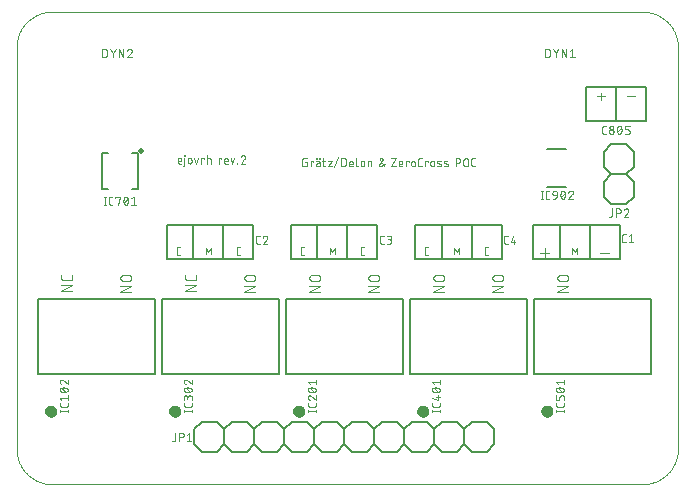
<source format=gto>
G04 EAGLE Gerber RS-274X export*
G75*
%MOMM*%
%FSLAX35Y35*%
%LPD*%
%INsilk_top*%
%IPPOS*%
%AMOC8*
5,1,8,0,0,1.08239X$1,22.5*%
G01*
%ADD10C,0.000000*%
%ADD11C,0.050800*%
%ADD12C,0.076200*%
%ADD13C,0.127000*%
%ADD14C,0.101600*%
%ADD15C,0.250000*%
%ADD16C,0.508000*%
%ADD17C,0.152400*%


D10*
X5600000Y3700000D02*
X5600000Y300000D01*
X5599912Y292751D01*
X5599650Y285506D01*
X5599212Y278270D01*
X5598599Y271046D01*
X5597813Y263839D01*
X5596852Y256653D01*
X5595718Y249493D01*
X5594411Y242362D01*
X5592932Y235265D01*
X5591283Y228205D01*
X5589463Y221188D01*
X5587474Y214216D01*
X5585317Y207295D01*
X5582994Y200428D01*
X5580505Y193619D01*
X5577852Y186872D01*
X5575038Y180191D01*
X5572062Y173580D01*
X5568928Y167043D01*
X5565637Y160583D01*
X5562190Y154205D01*
X5558591Y147912D01*
X5554840Y141708D01*
X5550941Y135596D01*
X5546895Y129581D01*
X5542705Y123664D01*
X5538373Y117851D01*
X5533902Y112144D01*
X5529295Y106547D01*
X5524553Y101063D01*
X5519681Y95695D01*
X5514680Y90447D01*
X5509553Y85320D01*
X5504305Y80319D01*
X5498937Y75447D01*
X5493453Y70705D01*
X5487856Y66098D01*
X5482149Y61627D01*
X5476336Y57295D01*
X5470419Y53105D01*
X5464404Y49059D01*
X5458292Y45160D01*
X5452088Y41409D01*
X5445795Y37810D01*
X5439417Y34363D01*
X5432957Y31072D01*
X5426420Y27938D01*
X5419809Y24962D01*
X5413128Y22148D01*
X5406381Y19495D01*
X5399572Y17006D01*
X5392705Y14683D01*
X5385784Y12526D01*
X5378812Y10537D01*
X5371795Y8717D01*
X5364735Y7068D01*
X5357638Y5589D01*
X5350507Y4282D01*
X5343347Y3148D01*
X5336161Y2187D01*
X5328954Y1401D01*
X5321730Y788D01*
X5314494Y350D01*
X5307249Y88D01*
X5300000Y0D01*
X300000Y0D01*
X292751Y88D01*
X285506Y350D01*
X278270Y788D01*
X271046Y1401D01*
X263839Y2187D01*
X256653Y3148D01*
X249493Y4282D01*
X242362Y5589D01*
X235265Y7068D01*
X228205Y8717D01*
X221188Y10537D01*
X214216Y12526D01*
X207295Y14683D01*
X200428Y17006D01*
X193619Y19495D01*
X186872Y22148D01*
X180191Y24962D01*
X173580Y27938D01*
X167043Y31072D01*
X160583Y34363D01*
X154205Y37810D01*
X147912Y41409D01*
X141708Y45160D01*
X135596Y49059D01*
X129581Y53105D01*
X123664Y57295D01*
X117851Y61627D01*
X112144Y66098D01*
X106547Y70705D01*
X101063Y75447D01*
X95695Y80319D01*
X90447Y85320D01*
X85320Y90447D01*
X80319Y95695D01*
X75447Y101063D01*
X70705Y106547D01*
X66098Y112144D01*
X61627Y117851D01*
X57295Y123664D01*
X53105Y129581D01*
X49059Y135596D01*
X45160Y141708D01*
X41409Y147912D01*
X37810Y154205D01*
X34363Y160583D01*
X31072Y167043D01*
X27938Y173580D01*
X24962Y180191D01*
X22148Y186872D01*
X19495Y193619D01*
X17006Y200428D01*
X14683Y207295D01*
X12526Y214216D01*
X10537Y221188D01*
X8717Y228205D01*
X7068Y235265D01*
X5589Y242362D01*
X4282Y249493D01*
X3148Y256653D01*
X2187Y263839D01*
X1401Y271046D01*
X788Y278270D01*
X350Y285506D01*
X88Y292751D01*
X0Y300000D01*
X0Y3700000D01*
X88Y3707249D01*
X350Y3714494D01*
X788Y3721730D01*
X1401Y3728954D01*
X2187Y3736161D01*
X3148Y3743347D01*
X4282Y3750507D01*
X5589Y3757638D01*
X7068Y3764735D01*
X8717Y3771795D01*
X10537Y3778812D01*
X12526Y3785784D01*
X14683Y3792705D01*
X17006Y3799572D01*
X19495Y3806381D01*
X22148Y3813128D01*
X24962Y3819809D01*
X27938Y3826420D01*
X31072Y3832957D01*
X34363Y3839417D01*
X37810Y3845795D01*
X41409Y3852088D01*
X45160Y3858292D01*
X49059Y3864404D01*
X53105Y3870419D01*
X57295Y3876336D01*
X61627Y3882149D01*
X66098Y3887856D01*
X70705Y3893453D01*
X75447Y3898937D01*
X80319Y3904305D01*
X85320Y3909553D01*
X90447Y3914680D01*
X95695Y3919681D01*
X101063Y3924553D01*
X106547Y3929295D01*
X112144Y3933902D01*
X117851Y3938373D01*
X123664Y3942705D01*
X129581Y3946895D01*
X135596Y3950941D01*
X141708Y3954840D01*
X147912Y3958591D01*
X154205Y3962190D01*
X160583Y3965637D01*
X167043Y3968928D01*
X173580Y3972062D01*
X180191Y3975038D01*
X186872Y3977852D01*
X193619Y3980505D01*
X200428Y3982994D01*
X207295Y3985317D01*
X214216Y3987474D01*
X221188Y3989463D01*
X228205Y3991283D01*
X235265Y3992932D01*
X242362Y3994411D01*
X249493Y3995718D01*
X256653Y3996852D01*
X263839Y3997813D01*
X271046Y3998599D01*
X278270Y3999212D01*
X285506Y3999650D01*
X292751Y3999912D01*
X300000Y4000000D01*
X5300000Y4000000D01*
X5307249Y3999912D01*
X5314494Y3999650D01*
X5321730Y3999212D01*
X5328954Y3998599D01*
X5336161Y3997813D01*
X5343347Y3996852D01*
X5350507Y3995718D01*
X5357638Y3994411D01*
X5364735Y3992932D01*
X5371795Y3991283D01*
X5378812Y3989463D01*
X5385784Y3987474D01*
X5392705Y3985317D01*
X5399572Y3982994D01*
X5406381Y3980505D01*
X5413128Y3977852D01*
X5419809Y3975038D01*
X5426420Y3972062D01*
X5432957Y3968928D01*
X5439417Y3965637D01*
X5445795Y3962190D01*
X5452088Y3958591D01*
X5458292Y3954840D01*
X5464404Y3950941D01*
X5470419Y3946895D01*
X5476336Y3942705D01*
X5482149Y3938373D01*
X5487856Y3933902D01*
X5493453Y3929295D01*
X5498937Y3924553D01*
X5504305Y3919681D01*
X5509553Y3914680D01*
X5514680Y3909553D01*
X5519681Y3904305D01*
X5524553Y3898937D01*
X5529295Y3893453D01*
X5533902Y3887856D01*
X5538373Y3882149D01*
X5542705Y3876336D01*
X5546895Y3870419D01*
X5550941Y3864404D01*
X5554840Y3858292D01*
X5558591Y3852088D01*
X5562190Y3845795D01*
X5565637Y3839417D01*
X5568928Y3832957D01*
X5572062Y3826420D01*
X5575038Y3819809D01*
X5577852Y3813128D01*
X5580505Y3806381D01*
X5582994Y3799572D01*
X5585317Y3792705D01*
X5587474Y3785784D01*
X5589463Y3778812D01*
X5591283Y3771795D01*
X5592932Y3764735D01*
X5594411Y3757638D01*
X5595718Y3750507D01*
X5596852Y3743347D01*
X5597813Y3736161D01*
X5598599Y3728954D01*
X5599212Y3721730D01*
X5599650Y3714494D01*
X5599912Y3707249D01*
X5600000Y3700000D01*
D11*
X1395847Y2715040D02*
X1376425Y2715040D01*
X1376143Y2715043D01*
X1375862Y2715054D01*
X1375581Y2715071D01*
X1375300Y2715094D01*
X1375020Y2715125D01*
X1374741Y2715162D01*
X1374463Y2715206D01*
X1374186Y2715257D01*
X1373910Y2715315D01*
X1373636Y2715379D01*
X1373364Y2715449D01*
X1373093Y2715527D01*
X1372824Y2715610D01*
X1372557Y2715701D01*
X1372293Y2715797D01*
X1372031Y2715900D01*
X1371771Y2716010D01*
X1371514Y2716125D01*
X1371260Y2716247D01*
X1371010Y2716375D01*
X1370762Y2716509D01*
X1370517Y2716648D01*
X1370276Y2716794D01*
X1370039Y2716946D01*
X1369805Y2717103D01*
X1369576Y2717266D01*
X1369350Y2717434D01*
X1369128Y2717607D01*
X1368911Y2717786D01*
X1368698Y2717971D01*
X1368489Y2718160D01*
X1368285Y2718354D01*
X1368086Y2718553D01*
X1367892Y2718757D01*
X1367703Y2718966D01*
X1367518Y2719179D01*
X1367339Y2719396D01*
X1367166Y2719618D01*
X1366998Y2719844D01*
X1366835Y2720073D01*
X1366678Y2720307D01*
X1366526Y2720544D01*
X1366380Y2720785D01*
X1366241Y2721030D01*
X1366107Y2721278D01*
X1365979Y2721528D01*
X1365857Y2721782D01*
X1365742Y2722039D01*
X1365632Y2722299D01*
X1365529Y2722561D01*
X1365433Y2722825D01*
X1365342Y2723092D01*
X1365259Y2723361D01*
X1365181Y2723632D01*
X1365111Y2723904D01*
X1365047Y2724178D01*
X1364989Y2724454D01*
X1364938Y2724731D01*
X1364894Y2725009D01*
X1364857Y2725288D01*
X1364826Y2725568D01*
X1364803Y2725849D01*
X1364786Y2726130D01*
X1364775Y2726411D01*
X1364772Y2726693D01*
X1364772Y2746115D01*
X1364771Y2746115D02*
X1364776Y2746493D01*
X1364789Y2746872D01*
X1364812Y2747249D01*
X1364845Y2747626D01*
X1364886Y2748002D01*
X1364937Y2748377D01*
X1364996Y2748751D01*
X1365065Y2749123D01*
X1365143Y2749493D01*
X1365229Y2749862D01*
X1365325Y2750228D01*
X1365430Y2750591D01*
X1365543Y2750952D01*
X1365665Y2751311D01*
X1365796Y2751666D01*
X1365936Y2752017D01*
X1366084Y2752366D01*
X1366240Y2752710D01*
X1366405Y2753051D01*
X1366578Y2753387D01*
X1366759Y2753720D01*
X1366948Y2754047D01*
X1367145Y2754370D01*
X1367350Y2754688D01*
X1367563Y2755001D01*
X1367783Y2755309D01*
X1368011Y2755611D01*
X1368246Y2755908D01*
X1368488Y2756199D01*
X1368737Y2756484D01*
X1368993Y2756763D01*
X1369255Y2757035D01*
X1369524Y2757301D01*
X1369800Y2757560D01*
X1370082Y2757813D01*
X1370370Y2758058D01*
X1370664Y2758297D01*
X1370963Y2758528D01*
X1371268Y2758752D01*
X1371578Y2758968D01*
X1371894Y2759177D01*
X1372215Y2759378D01*
X1372540Y2759571D01*
X1372870Y2759756D01*
X1373204Y2759934D01*
X1373543Y2760103D01*
X1373886Y2760263D01*
X1374232Y2760415D01*
X1374582Y2760559D01*
X1374935Y2760694D01*
X1375292Y2760821D01*
X1375652Y2760939D01*
X1376014Y2761048D01*
X1376379Y2761148D01*
X1376746Y2761239D01*
X1377115Y2761321D01*
X1377487Y2761395D01*
X1377860Y2761459D01*
X1378234Y2761514D01*
X1378610Y2761560D01*
X1378986Y2761597D01*
X1379364Y2761624D01*
X1379742Y2761643D01*
X1380120Y2761652D01*
X1380498Y2761652D01*
X1380876Y2761643D01*
X1381254Y2761624D01*
X1381632Y2761597D01*
X1382008Y2761560D01*
X1382384Y2761514D01*
X1382758Y2761459D01*
X1383131Y2761395D01*
X1383503Y2761321D01*
X1383872Y2761239D01*
X1384239Y2761148D01*
X1384604Y2761048D01*
X1384966Y2760939D01*
X1385326Y2760821D01*
X1385683Y2760694D01*
X1386036Y2760559D01*
X1386386Y2760415D01*
X1386732Y2760263D01*
X1387075Y2760103D01*
X1387414Y2759934D01*
X1387748Y2759756D01*
X1388078Y2759571D01*
X1388403Y2759378D01*
X1388724Y2759177D01*
X1389040Y2758968D01*
X1389350Y2758752D01*
X1389655Y2758528D01*
X1389954Y2758297D01*
X1390248Y2758058D01*
X1390536Y2757813D01*
X1390818Y2757560D01*
X1391094Y2757301D01*
X1391363Y2757035D01*
X1391625Y2756763D01*
X1391881Y2756484D01*
X1392130Y2756199D01*
X1392372Y2755908D01*
X1392607Y2755611D01*
X1392835Y2755309D01*
X1393055Y2755001D01*
X1393268Y2754688D01*
X1393473Y2754370D01*
X1393670Y2754047D01*
X1393859Y2753720D01*
X1394040Y2753387D01*
X1394213Y2753051D01*
X1394378Y2752710D01*
X1394534Y2752366D01*
X1394682Y2752017D01*
X1394822Y2751666D01*
X1394953Y2751311D01*
X1395075Y2750952D01*
X1395188Y2750591D01*
X1395293Y2750228D01*
X1395389Y2749862D01*
X1395475Y2749493D01*
X1395553Y2749123D01*
X1395622Y2748751D01*
X1395681Y2748377D01*
X1395732Y2748002D01*
X1395773Y2747626D01*
X1395806Y2747249D01*
X1395829Y2746872D01*
X1395842Y2746493D01*
X1395847Y2746115D01*
X1395847Y2738347D01*
X1364772Y2738347D01*
X1421982Y2761653D02*
X1421982Y2703387D01*
X1421978Y2703101D01*
X1421968Y2702815D01*
X1421950Y2702530D01*
X1421926Y2702245D01*
X1421894Y2701960D01*
X1421856Y2701677D01*
X1421810Y2701395D01*
X1421758Y2701113D01*
X1421699Y2700834D01*
X1421633Y2700555D01*
X1421560Y2700279D01*
X1421480Y2700004D01*
X1421394Y2699731D01*
X1421301Y2699461D01*
X1421201Y2699193D01*
X1421095Y2698927D01*
X1420982Y2698664D01*
X1420863Y2698404D01*
X1420738Y2698147D01*
X1420606Y2697894D01*
X1420468Y2697643D01*
X1420324Y2697396D01*
X1420174Y2697152D01*
X1420018Y2696913D01*
X1419856Y2696677D01*
X1419689Y2696445D01*
X1419516Y2696217D01*
X1419337Y2695994D01*
X1419153Y2695775D01*
X1418963Y2695561D01*
X1418769Y2695351D01*
X1418569Y2695147D01*
X1418364Y2694947D01*
X1418155Y2694752D01*
X1417940Y2694563D01*
X1417721Y2694379D01*
X1417498Y2694200D01*
X1417271Y2694027D01*
X1417039Y2693859D01*
X1416803Y2693697D01*
X1416563Y2693541D01*
X1416320Y2693391D01*
X1416073Y2693247D01*
X1415822Y2693109D01*
X1415568Y2692978D01*
X1415311Y2692852D01*
X1415051Y2692733D01*
X1414788Y2692620D01*
X1414523Y2692514D01*
X1414255Y2692414D01*
X1413984Y2692321D01*
X1413711Y2692235D01*
X1413437Y2692155D01*
X1413160Y2692082D01*
X1412882Y2692016D01*
X1412602Y2691957D01*
X1412321Y2691905D01*
X1412039Y2691859D01*
X1411755Y2691821D01*
X1411471Y2691789D01*
X1411186Y2691765D01*
X1410900Y2691747D01*
X1410615Y2691737D01*
X1410329Y2691733D01*
X1410328Y2691733D02*
X1406444Y2691733D01*
X1420039Y2781075D02*
X1420039Y2784960D01*
X1423924Y2784960D01*
X1423924Y2781075D01*
X1420039Y2781075D01*
X1450271Y2746115D02*
X1450271Y2730578D01*
X1450271Y2746115D02*
X1450276Y2746493D01*
X1450289Y2746872D01*
X1450312Y2747249D01*
X1450345Y2747626D01*
X1450386Y2748002D01*
X1450437Y2748377D01*
X1450496Y2748751D01*
X1450565Y2749123D01*
X1450643Y2749493D01*
X1450729Y2749862D01*
X1450825Y2750228D01*
X1450930Y2750591D01*
X1451043Y2750952D01*
X1451165Y2751311D01*
X1451296Y2751666D01*
X1451436Y2752017D01*
X1451584Y2752366D01*
X1451740Y2752710D01*
X1451905Y2753051D01*
X1452078Y2753387D01*
X1452259Y2753720D01*
X1452448Y2754047D01*
X1452645Y2754370D01*
X1452850Y2754688D01*
X1453063Y2755001D01*
X1453283Y2755309D01*
X1453511Y2755611D01*
X1453746Y2755908D01*
X1453988Y2756199D01*
X1454237Y2756484D01*
X1454493Y2756763D01*
X1454755Y2757035D01*
X1455024Y2757301D01*
X1455300Y2757560D01*
X1455582Y2757813D01*
X1455870Y2758058D01*
X1456164Y2758297D01*
X1456463Y2758528D01*
X1456768Y2758752D01*
X1457078Y2758968D01*
X1457394Y2759177D01*
X1457715Y2759378D01*
X1458040Y2759571D01*
X1458370Y2759756D01*
X1458704Y2759934D01*
X1459043Y2760103D01*
X1459386Y2760263D01*
X1459732Y2760415D01*
X1460082Y2760559D01*
X1460435Y2760694D01*
X1460792Y2760821D01*
X1461152Y2760939D01*
X1461514Y2761048D01*
X1461879Y2761148D01*
X1462246Y2761239D01*
X1462615Y2761321D01*
X1462987Y2761395D01*
X1463360Y2761459D01*
X1463734Y2761514D01*
X1464110Y2761560D01*
X1464486Y2761597D01*
X1464864Y2761624D01*
X1465242Y2761643D01*
X1465620Y2761652D01*
X1465998Y2761652D01*
X1466376Y2761643D01*
X1466754Y2761624D01*
X1467132Y2761597D01*
X1467508Y2761560D01*
X1467884Y2761514D01*
X1468258Y2761459D01*
X1468631Y2761395D01*
X1469003Y2761321D01*
X1469372Y2761239D01*
X1469739Y2761148D01*
X1470104Y2761048D01*
X1470466Y2760939D01*
X1470826Y2760821D01*
X1471183Y2760694D01*
X1471536Y2760559D01*
X1471886Y2760415D01*
X1472232Y2760263D01*
X1472575Y2760103D01*
X1472914Y2759934D01*
X1473248Y2759756D01*
X1473578Y2759571D01*
X1473903Y2759378D01*
X1474224Y2759177D01*
X1474540Y2758968D01*
X1474850Y2758752D01*
X1475155Y2758528D01*
X1475454Y2758297D01*
X1475748Y2758058D01*
X1476036Y2757813D01*
X1476318Y2757560D01*
X1476594Y2757301D01*
X1476863Y2757035D01*
X1477125Y2756763D01*
X1477381Y2756484D01*
X1477630Y2756199D01*
X1477872Y2755908D01*
X1478107Y2755611D01*
X1478335Y2755309D01*
X1478555Y2755001D01*
X1478768Y2754688D01*
X1478973Y2754370D01*
X1479170Y2754047D01*
X1479359Y2753720D01*
X1479540Y2753387D01*
X1479713Y2753051D01*
X1479878Y2752710D01*
X1480034Y2752366D01*
X1480182Y2752017D01*
X1480322Y2751666D01*
X1480453Y2751311D01*
X1480575Y2750952D01*
X1480688Y2750591D01*
X1480793Y2750228D01*
X1480889Y2749862D01*
X1480975Y2749493D01*
X1481053Y2749123D01*
X1481122Y2748751D01*
X1481181Y2748377D01*
X1481232Y2748002D01*
X1481273Y2747626D01*
X1481306Y2747249D01*
X1481329Y2746872D01*
X1481342Y2746493D01*
X1481347Y2746115D01*
X1481347Y2730578D01*
X1481342Y2730200D01*
X1481329Y2729821D01*
X1481306Y2729444D01*
X1481273Y2729067D01*
X1481232Y2728691D01*
X1481181Y2728316D01*
X1481122Y2727942D01*
X1481053Y2727570D01*
X1480975Y2727200D01*
X1480889Y2726831D01*
X1480793Y2726465D01*
X1480688Y2726102D01*
X1480575Y2725741D01*
X1480453Y2725382D01*
X1480322Y2725027D01*
X1480182Y2724676D01*
X1480034Y2724327D01*
X1479878Y2723983D01*
X1479713Y2723642D01*
X1479540Y2723306D01*
X1479359Y2722973D01*
X1479170Y2722646D01*
X1478973Y2722323D01*
X1478768Y2722005D01*
X1478555Y2721692D01*
X1478335Y2721384D01*
X1478107Y2721082D01*
X1477872Y2720785D01*
X1477630Y2720494D01*
X1477381Y2720209D01*
X1477125Y2719930D01*
X1476863Y2719658D01*
X1476594Y2719392D01*
X1476318Y2719133D01*
X1476036Y2718880D01*
X1475748Y2718635D01*
X1475454Y2718396D01*
X1475155Y2718165D01*
X1474850Y2717941D01*
X1474540Y2717725D01*
X1474224Y2717516D01*
X1473903Y2717315D01*
X1473578Y2717122D01*
X1473248Y2716937D01*
X1472914Y2716759D01*
X1472575Y2716590D01*
X1472232Y2716430D01*
X1471886Y2716278D01*
X1471536Y2716134D01*
X1471183Y2715999D01*
X1470826Y2715872D01*
X1470466Y2715754D01*
X1470104Y2715645D01*
X1469739Y2715545D01*
X1469372Y2715454D01*
X1469003Y2715372D01*
X1468631Y2715298D01*
X1468258Y2715234D01*
X1467884Y2715179D01*
X1467508Y2715133D01*
X1467132Y2715096D01*
X1466754Y2715069D01*
X1466376Y2715050D01*
X1465998Y2715041D01*
X1465620Y2715041D01*
X1465242Y2715050D01*
X1464864Y2715069D01*
X1464486Y2715096D01*
X1464110Y2715133D01*
X1463734Y2715179D01*
X1463360Y2715234D01*
X1462987Y2715298D01*
X1462615Y2715372D01*
X1462246Y2715454D01*
X1461879Y2715545D01*
X1461514Y2715645D01*
X1461152Y2715754D01*
X1460792Y2715872D01*
X1460435Y2715999D01*
X1460082Y2716134D01*
X1459732Y2716278D01*
X1459386Y2716430D01*
X1459043Y2716590D01*
X1458704Y2716759D01*
X1458370Y2716937D01*
X1458040Y2717122D01*
X1457715Y2717315D01*
X1457394Y2717516D01*
X1457078Y2717725D01*
X1456768Y2717941D01*
X1456463Y2718165D01*
X1456164Y2718396D01*
X1455870Y2718635D01*
X1455582Y2718880D01*
X1455300Y2719133D01*
X1455024Y2719392D01*
X1454755Y2719658D01*
X1454493Y2719930D01*
X1454237Y2720209D01*
X1453988Y2720494D01*
X1453746Y2720785D01*
X1453511Y2721082D01*
X1453283Y2721384D01*
X1453063Y2721692D01*
X1452850Y2722005D01*
X1452645Y2722323D01*
X1452448Y2722646D01*
X1452259Y2722973D01*
X1452078Y2723306D01*
X1451905Y2723642D01*
X1451740Y2723983D01*
X1451584Y2724327D01*
X1451436Y2724676D01*
X1451296Y2725027D01*
X1451165Y2725382D01*
X1451043Y2725741D01*
X1450930Y2726102D01*
X1450825Y2726465D01*
X1450729Y2726831D01*
X1450643Y2727200D01*
X1450565Y2727570D01*
X1450496Y2727942D01*
X1450437Y2728316D01*
X1450386Y2728691D01*
X1450345Y2729067D01*
X1450312Y2729444D01*
X1450289Y2729821D01*
X1450276Y2730200D01*
X1450271Y2730578D01*
X1506521Y2761653D02*
X1522058Y2715040D01*
X1537596Y2761653D01*
X1565383Y2761653D02*
X1565383Y2715040D01*
X1565383Y2761653D02*
X1588689Y2761653D01*
X1588689Y2753884D01*
X1612270Y2784960D02*
X1612270Y2715040D01*
X1612270Y2761653D02*
X1631693Y2761653D01*
X1631975Y2761650D01*
X1632256Y2761639D01*
X1632537Y2761622D01*
X1632818Y2761599D01*
X1633098Y2761568D01*
X1633377Y2761531D01*
X1633655Y2761487D01*
X1633932Y2761436D01*
X1634208Y2761378D01*
X1634482Y2761314D01*
X1634754Y2761244D01*
X1635025Y2761166D01*
X1635294Y2761083D01*
X1635561Y2760992D01*
X1635825Y2760896D01*
X1636087Y2760793D01*
X1636347Y2760683D01*
X1636604Y2760568D01*
X1636858Y2760446D01*
X1637108Y2760318D01*
X1637356Y2760184D01*
X1637601Y2760045D01*
X1637842Y2759899D01*
X1638079Y2759747D01*
X1638313Y2759590D01*
X1638542Y2759427D01*
X1638768Y2759259D01*
X1638990Y2759086D01*
X1639207Y2758907D01*
X1639420Y2758722D01*
X1639629Y2758533D01*
X1639833Y2758339D01*
X1640032Y2758140D01*
X1640226Y2757936D01*
X1640415Y2757727D01*
X1640600Y2757514D01*
X1640779Y2757297D01*
X1640952Y2757075D01*
X1641120Y2756849D01*
X1641283Y2756620D01*
X1641440Y2756386D01*
X1641592Y2756149D01*
X1641738Y2755908D01*
X1641877Y2755663D01*
X1642011Y2755415D01*
X1642139Y2755165D01*
X1642261Y2754911D01*
X1642376Y2754654D01*
X1642486Y2754394D01*
X1642589Y2754132D01*
X1642685Y2753868D01*
X1642776Y2753601D01*
X1642859Y2753332D01*
X1642937Y2753061D01*
X1643007Y2752789D01*
X1643071Y2752515D01*
X1643129Y2752239D01*
X1643180Y2751962D01*
X1643224Y2751684D01*
X1643261Y2751405D01*
X1643292Y2751125D01*
X1643315Y2750844D01*
X1643332Y2750563D01*
X1643343Y2750282D01*
X1643346Y2750000D01*
X1643346Y2715040D01*
X1711632Y2715040D02*
X1711632Y2761653D01*
X1734938Y2761653D01*
X1734938Y2753884D01*
X1767923Y2715040D02*
X1787345Y2715040D01*
X1767923Y2715040D02*
X1767641Y2715043D01*
X1767360Y2715054D01*
X1767079Y2715071D01*
X1766798Y2715094D01*
X1766518Y2715125D01*
X1766239Y2715162D01*
X1765961Y2715206D01*
X1765684Y2715257D01*
X1765408Y2715315D01*
X1765134Y2715379D01*
X1764862Y2715449D01*
X1764591Y2715527D01*
X1764322Y2715610D01*
X1764055Y2715701D01*
X1763791Y2715797D01*
X1763529Y2715900D01*
X1763269Y2716010D01*
X1763012Y2716125D01*
X1762758Y2716247D01*
X1762508Y2716375D01*
X1762260Y2716509D01*
X1762015Y2716648D01*
X1761774Y2716794D01*
X1761537Y2716946D01*
X1761303Y2717103D01*
X1761074Y2717266D01*
X1760848Y2717434D01*
X1760626Y2717607D01*
X1760409Y2717786D01*
X1760196Y2717971D01*
X1759987Y2718160D01*
X1759783Y2718354D01*
X1759584Y2718553D01*
X1759390Y2718757D01*
X1759201Y2718966D01*
X1759016Y2719179D01*
X1758837Y2719396D01*
X1758664Y2719618D01*
X1758496Y2719844D01*
X1758333Y2720073D01*
X1758176Y2720307D01*
X1758024Y2720544D01*
X1757878Y2720785D01*
X1757739Y2721030D01*
X1757605Y2721278D01*
X1757477Y2721528D01*
X1757355Y2721782D01*
X1757240Y2722039D01*
X1757130Y2722299D01*
X1757027Y2722561D01*
X1756931Y2722825D01*
X1756840Y2723092D01*
X1756757Y2723361D01*
X1756679Y2723632D01*
X1756609Y2723904D01*
X1756545Y2724178D01*
X1756487Y2724454D01*
X1756436Y2724731D01*
X1756392Y2725009D01*
X1756355Y2725288D01*
X1756324Y2725568D01*
X1756301Y2725849D01*
X1756284Y2726130D01*
X1756273Y2726411D01*
X1756270Y2726693D01*
X1756269Y2726693D02*
X1756269Y2746115D01*
X1756274Y2746493D01*
X1756287Y2746872D01*
X1756310Y2747249D01*
X1756343Y2747626D01*
X1756384Y2748002D01*
X1756435Y2748377D01*
X1756494Y2748751D01*
X1756563Y2749123D01*
X1756641Y2749493D01*
X1756727Y2749862D01*
X1756823Y2750228D01*
X1756928Y2750591D01*
X1757041Y2750952D01*
X1757163Y2751311D01*
X1757294Y2751666D01*
X1757434Y2752017D01*
X1757582Y2752366D01*
X1757738Y2752710D01*
X1757903Y2753051D01*
X1758076Y2753387D01*
X1758257Y2753720D01*
X1758446Y2754047D01*
X1758643Y2754370D01*
X1758848Y2754688D01*
X1759061Y2755001D01*
X1759281Y2755309D01*
X1759509Y2755611D01*
X1759744Y2755908D01*
X1759986Y2756199D01*
X1760235Y2756484D01*
X1760491Y2756763D01*
X1760753Y2757035D01*
X1761022Y2757301D01*
X1761298Y2757560D01*
X1761580Y2757813D01*
X1761868Y2758058D01*
X1762162Y2758297D01*
X1762461Y2758528D01*
X1762766Y2758752D01*
X1763076Y2758968D01*
X1763392Y2759177D01*
X1763713Y2759378D01*
X1764038Y2759571D01*
X1764368Y2759756D01*
X1764702Y2759934D01*
X1765041Y2760103D01*
X1765384Y2760263D01*
X1765730Y2760415D01*
X1766080Y2760559D01*
X1766433Y2760694D01*
X1766790Y2760821D01*
X1767150Y2760939D01*
X1767512Y2761048D01*
X1767877Y2761148D01*
X1768244Y2761239D01*
X1768613Y2761321D01*
X1768985Y2761395D01*
X1769358Y2761459D01*
X1769732Y2761514D01*
X1770108Y2761560D01*
X1770484Y2761597D01*
X1770862Y2761624D01*
X1771240Y2761643D01*
X1771618Y2761652D01*
X1771996Y2761652D01*
X1772374Y2761643D01*
X1772752Y2761624D01*
X1773130Y2761597D01*
X1773506Y2761560D01*
X1773882Y2761514D01*
X1774256Y2761459D01*
X1774629Y2761395D01*
X1775001Y2761321D01*
X1775370Y2761239D01*
X1775737Y2761148D01*
X1776102Y2761048D01*
X1776464Y2760939D01*
X1776824Y2760821D01*
X1777181Y2760694D01*
X1777534Y2760559D01*
X1777884Y2760415D01*
X1778230Y2760263D01*
X1778573Y2760103D01*
X1778912Y2759934D01*
X1779246Y2759756D01*
X1779576Y2759571D01*
X1779901Y2759378D01*
X1780222Y2759177D01*
X1780538Y2758968D01*
X1780848Y2758752D01*
X1781153Y2758528D01*
X1781452Y2758297D01*
X1781746Y2758058D01*
X1782034Y2757813D01*
X1782316Y2757560D01*
X1782592Y2757301D01*
X1782861Y2757035D01*
X1783123Y2756763D01*
X1783379Y2756484D01*
X1783628Y2756199D01*
X1783870Y2755908D01*
X1784105Y2755611D01*
X1784333Y2755309D01*
X1784553Y2755001D01*
X1784766Y2754688D01*
X1784971Y2754370D01*
X1785168Y2754047D01*
X1785357Y2753720D01*
X1785538Y2753387D01*
X1785711Y2753051D01*
X1785876Y2752710D01*
X1786032Y2752366D01*
X1786180Y2752017D01*
X1786320Y2751666D01*
X1786451Y2751311D01*
X1786573Y2750952D01*
X1786686Y2750591D01*
X1786791Y2750228D01*
X1786887Y2749862D01*
X1786973Y2749493D01*
X1787051Y2749123D01*
X1787120Y2748751D01*
X1787179Y2748377D01*
X1787230Y2748002D01*
X1787271Y2747626D01*
X1787304Y2747249D01*
X1787327Y2746872D01*
X1787340Y2746493D01*
X1787345Y2746115D01*
X1787345Y2738347D01*
X1756269Y2738347D01*
X1812519Y2761653D02*
X1828057Y2715040D01*
X1843594Y2761653D01*
X1866614Y2718924D02*
X1866614Y2715040D01*
X1866614Y2718924D02*
X1870499Y2718924D01*
X1870499Y2715040D01*
X1866614Y2715040D01*
X1935229Y2767480D02*
X1935224Y2767902D01*
X1935209Y2768325D01*
X1935183Y2768746D01*
X1935147Y2769167D01*
X1935102Y2769587D01*
X1935046Y2770006D01*
X1934979Y2770423D01*
X1934903Y2770838D01*
X1934817Y2771252D01*
X1934721Y2771663D01*
X1934615Y2772072D01*
X1934499Y2772478D01*
X1934373Y2772882D01*
X1934238Y2773282D01*
X1934093Y2773678D01*
X1933939Y2774072D01*
X1933775Y2774461D01*
X1933601Y2774846D01*
X1933419Y2775227D01*
X1933227Y2775603D01*
X1933026Y2775975D01*
X1932816Y2776342D01*
X1932598Y2776703D01*
X1932370Y2777059D01*
X1932135Y2777410D01*
X1931891Y2777754D01*
X1931638Y2778093D01*
X1931378Y2778426D01*
X1931109Y2778752D01*
X1930833Y2779071D01*
X1930549Y2779384D01*
X1930258Y2779690D01*
X1929959Y2779989D01*
X1929653Y2780280D01*
X1929340Y2780564D01*
X1929021Y2780840D01*
X1928695Y2781109D01*
X1928362Y2781369D01*
X1928023Y2781622D01*
X1927679Y2781866D01*
X1927328Y2782101D01*
X1926972Y2782329D01*
X1926611Y2782547D01*
X1926244Y2782757D01*
X1925872Y2782958D01*
X1925496Y2783150D01*
X1925115Y2783332D01*
X1924730Y2783506D01*
X1924341Y2783670D01*
X1923947Y2783824D01*
X1923551Y2783969D01*
X1923151Y2784104D01*
X1922747Y2784230D01*
X1922341Y2784346D01*
X1921932Y2784452D01*
X1921521Y2784548D01*
X1921107Y2784634D01*
X1920692Y2784710D01*
X1920275Y2784777D01*
X1919856Y2784833D01*
X1919436Y2784878D01*
X1919015Y2784914D01*
X1918594Y2784940D01*
X1918171Y2784955D01*
X1917749Y2784960D01*
X1917206Y2784953D01*
X1916663Y2784934D01*
X1916121Y2784901D01*
X1915580Y2784855D01*
X1915040Y2784796D01*
X1914502Y2784724D01*
X1913965Y2784639D01*
X1913431Y2784541D01*
X1912899Y2784430D01*
X1912371Y2784306D01*
X1911845Y2784170D01*
X1911323Y2784021D01*
X1910804Y2783859D01*
X1910290Y2783685D01*
X1909780Y2783498D01*
X1909274Y2783300D01*
X1908774Y2783089D01*
X1908279Y2782866D01*
X1907789Y2782631D01*
X1907305Y2782384D01*
X1906828Y2782125D01*
X1906356Y2781856D01*
X1905892Y2781574D01*
X1905434Y2781282D01*
X1904983Y2780979D01*
X1904540Y2780665D01*
X1904105Y2780340D01*
X1903678Y2780005D01*
X1903259Y2779659D01*
X1902848Y2779304D01*
X1902446Y2778939D01*
X1902053Y2778564D01*
X1901669Y2778180D01*
X1901295Y2777786D01*
X1900930Y2777384D01*
X1900575Y2776973D01*
X1900230Y2776553D01*
X1899896Y2776126D01*
X1899571Y2775690D01*
X1899258Y2775246D01*
X1898955Y2774796D01*
X1898663Y2774337D01*
X1898383Y2773872D01*
X1898113Y2773401D01*
X1897856Y2772923D01*
X1897610Y2772439D01*
X1897375Y2771949D01*
X1897153Y2771453D01*
X1896942Y2770953D01*
X1896744Y2770447D01*
X1896558Y2769937D01*
X1896384Y2769422D01*
X1929401Y2753885D02*
X1929731Y2754206D01*
X1930053Y2754536D01*
X1930366Y2754874D01*
X1930671Y2755219D01*
X1930968Y2755572D01*
X1931256Y2755931D01*
X1931535Y2756298D01*
X1931804Y2756671D01*
X1932065Y2757051D01*
X1932316Y2757437D01*
X1932558Y2757830D01*
X1932790Y2758228D01*
X1933012Y2758631D01*
X1933224Y2759040D01*
X1933426Y2759454D01*
X1933618Y2759873D01*
X1933799Y2760297D01*
X1933970Y2760724D01*
X1934131Y2761156D01*
X1934281Y2761592D01*
X1934420Y2762031D01*
X1934548Y2762474D01*
X1934666Y2762919D01*
X1934772Y2763367D01*
X1934867Y2763818D01*
X1934952Y2764271D01*
X1935025Y2764726D01*
X1935087Y2765182D01*
X1935138Y2765640D01*
X1935177Y2766099D01*
X1935205Y2766559D01*
X1935222Y2767019D01*
X1935228Y2767480D01*
X1929402Y2753884D02*
X1896384Y2715040D01*
X1935229Y2715040D01*
X2445122Y2728884D02*
X2456775Y2728884D01*
X2456775Y2690040D01*
X2433468Y2690040D01*
X2433093Y2690045D01*
X2432717Y2690058D01*
X2432343Y2690081D01*
X2431968Y2690113D01*
X2431595Y2690153D01*
X2431223Y2690203D01*
X2430852Y2690262D01*
X2430483Y2690329D01*
X2430115Y2690406D01*
X2429750Y2690492D01*
X2429386Y2690586D01*
X2429025Y2690689D01*
X2428666Y2690800D01*
X2428311Y2690921D01*
X2427958Y2691050D01*
X2427609Y2691187D01*
X2427263Y2691333D01*
X2426920Y2691487D01*
X2426582Y2691649D01*
X2426247Y2691820D01*
X2425917Y2691998D01*
X2425591Y2692185D01*
X2425270Y2692379D01*
X2424953Y2692581D01*
X2424641Y2692790D01*
X2424335Y2693007D01*
X2424034Y2693232D01*
X2423738Y2693463D01*
X2423448Y2693702D01*
X2423164Y2693948D01*
X2422886Y2694200D01*
X2422615Y2694459D01*
X2422349Y2694725D01*
X2422090Y2694996D01*
X2421838Y2695274D01*
X2421592Y2695558D01*
X2421353Y2695848D01*
X2421122Y2696144D01*
X2420897Y2696445D01*
X2420680Y2696751D01*
X2420471Y2697063D01*
X2420269Y2697380D01*
X2420075Y2697701D01*
X2419888Y2698027D01*
X2419710Y2698357D01*
X2419539Y2698692D01*
X2419377Y2699030D01*
X2419223Y2699373D01*
X2419077Y2699719D01*
X2418940Y2700068D01*
X2418811Y2700421D01*
X2418690Y2700776D01*
X2418579Y2701135D01*
X2418476Y2701496D01*
X2418382Y2701860D01*
X2418296Y2702225D01*
X2418219Y2702593D01*
X2418152Y2702962D01*
X2418093Y2703333D01*
X2418043Y2703705D01*
X2418003Y2704078D01*
X2417971Y2704453D01*
X2417948Y2704827D01*
X2417935Y2705203D01*
X2417930Y2705578D01*
X2417931Y2705578D02*
X2417931Y2744422D01*
X2417936Y2744803D01*
X2417950Y2745184D01*
X2417973Y2745565D01*
X2418006Y2745945D01*
X2418048Y2746324D01*
X2418099Y2746702D01*
X2418160Y2747078D01*
X2418230Y2747453D01*
X2418309Y2747826D01*
X2418397Y2748197D01*
X2418494Y2748566D01*
X2418600Y2748932D01*
X2418715Y2749296D01*
X2418839Y2749657D01*
X2418972Y2750014D01*
X2419114Y2750368D01*
X2419264Y2750719D01*
X2419423Y2751065D01*
X2419590Y2751408D01*
X2419766Y2751746D01*
X2419950Y2752081D01*
X2420142Y2752410D01*
X2420342Y2752735D01*
X2420550Y2753054D01*
X2420765Y2753369D01*
X2420989Y2753678D01*
X2421220Y2753981D01*
X2421458Y2754279D01*
X2421703Y2754571D01*
X2421956Y2754857D01*
X2422216Y2755136D01*
X2422482Y2755409D01*
X2422755Y2755675D01*
X2423034Y2755935D01*
X2423320Y2756187D01*
X2423612Y2756433D01*
X2423909Y2756671D01*
X2424213Y2756902D01*
X2424522Y2757126D01*
X2424836Y2757341D01*
X2425156Y2757549D01*
X2425481Y2757749D01*
X2425810Y2757941D01*
X2426144Y2758125D01*
X2426483Y2758301D01*
X2426825Y2758468D01*
X2427172Y2758627D01*
X2427523Y2758777D01*
X2427877Y2758919D01*
X2428234Y2759052D01*
X2428595Y2759176D01*
X2428958Y2759291D01*
X2429325Y2759397D01*
X2429693Y2759494D01*
X2430064Y2759582D01*
X2430437Y2759661D01*
X2430812Y2759731D01*
X2431189Y2759792D01*
X2431567Y2759843D01*
X2431946Y2759885D01*
X2432326Y2759918D01*
X2432706Y2759941D01*
X2433087Y2759955D01*
X2433469Y2759960D01*
X2433468Y2759960D02*
X2456775Y2759960D01*
X2489678Y2736653D02*
X2489678Y2690040D01*
X2489678Y2736653D02*
X2512984Y2736653D01*
X2512984Y2728884D01*
X2547589Y2717231D02*
X2565069Y2717231D01*
X2547589Y2717231D02*
X2547258Y2717227D01*
X2546927Y2717215D01*
X2546597Y2717195D01*
X2546267Y2717167D01*
X2545938Y2717130D01*
X2545609Y2717086D01*
X2545282Y2717034D01*
X2544957Y2716974D01*
X2544633Y2716906D01*
X2544311Y2716830D01*
X2543990Y2716746D01*
X2543672Y2716655D01*
X2543356Y2716555D01*
X2543043Y2716448D01*
X2542732Y2716334D01*
X2542424Y2716212D01*
X2542120Y2716082D01*
X2541818Y2715945D01*
X2541520Y2715801D01*
X2541226Y2715650D01*
X2540935Y2715491D01*
X2540648Y2715326D01*
X2540366Y2715153D01*
X2540087Y2714974D01*
X2539813Y2714788D01*
X2539544Y2714595D01*
X2539279Y2714396D01*
X2539020Y2714191D01*
X2538765Y2713979D01*
X2538516Y2713761D01*
X2538272Y2713537D01*
X2538034Y2713307D01*
X2537801Y2713072D01*
X2537574Y2712830D01*
X2537353Y2712584D01*
X2537138Y2712332D01*
X2536930Y2712075D01*
X2536727Y2711813D01*
X2536532Y2711546D01*
X2536342Y2711274D01*
X2536159Y2710998D01*
X2535984Y2710718D01*
X2535815Y2710433D01*
X2535652Y2710144D01*
X2535498Y2709852D01*
X2535350Y2709555D01*
X2535209Y2709256D01*
X2535076Y2708952D01*
X2534950Y2708646D01*
X2534832Y2708337D01*
X2534721Y2708025D01*
X2534618Y2707710D01*
X2534523Y2707393D01*
X2534435Y2707074D01*
X2534355Y2706753D01*
X2534283Y2706429D01*
X2534219Y2706105D01*
X2534163Y2705778D01*
X2534115Y2705451D01*
X2534075Y2705122D01*
X2534042Y2704792D01*
X2534018Y2704462D01*
X2534002Y2704132D01*
X2533994Y2703801D01*
X2533994Y2703469D01*
X2534002Y2703138D01*
X2534018Y2702808D01*
X2534042Y2702478D01*
X2534075Y2702148D01*
X2534115Y2701819D01*
X2534163Y2701492D01*
X2534219Y2701165D01*
X2534283Y2700841D01*
X2534355Y2700517D01*
X2534435Y2700196D01*
X2534523Y2699877D01*
X2534618Y2699560D01*
X2534721Y2699245D01*
X2534832Y2698933D01*
X2534950Y2698624D01*
X2535076Y2698318D01*
X2535209Y2698014D01*
X2535350Y2697715D01*
X2535498Y2697418D01*
X2535652Y2697126D01*
X2535815Y2696837D01*
X2535984Y2696552D01*
X2536159Y2696272D01*
X2536342Y2695996D01*
X2536532Y2695724D01*
X2536727Y2695457D01*
X2536930Y2695195D01*
X2537138Y2694938D01*
X2537353Y2694686D01*
X2537574Y2694440D01*
X2537801Y2694198D01*
X2538034Y2693963D01*
X2538272Y2693733D01*
X2538516Y2693509D01*
X2538765Y2693291D01*
X2539020Y2693079D01*
X2539279Y2692874D01*
X2539544Y2692675D01*
X2539813Y2692482D01*
X2540087Y2692296D01*
X2540366Y2692117D01*
X2540648Y2691944D01*
X2540935Y2691779D01*
X2541226Y2691620D01*
X2541520Y2691469D01*
X2541818Y2691325D01*
X2542120Y2691188D01*
X2542424Y2691058D01*
X2542732Y2690936D01*
X2543043Y2690822D01*
X2543356Y2690715D01*
X2543672Y2690615D01*
X2543990Y2690524D01*
X2544311Y2690440D01*
X2544633Y2690364D01*
X2544957Y2690296D01*
X2545282Y2690236D01*
X2545609Y2690184D01*
X2545938Y2690140D01*
X2546267Y2690103D01*
X2546597Y2690075D01*
X2546927Y2690055D01*
X2547258Y2690043D01*
X2547589Y2690039D01*
X2547589Y2690040D02*
X2565069Y2690040D01*
X2565069Y2725000D01*
X2565066Y2725282D01*
X2565055Y2725563D01*
X2565038Y2725844D01*
X2565015Y2726125D01*
X2564984Y2726405D01*
X2564947Y2726684D01*
X2564903Y2726962D01*
X2564852Y2727239D01*
X2564794Y2727515D01*
X2564730Y2727789D01*
X2564660Y2728061D01*
X2564582Y2728332D01*
X2564499Y2728601D01*
X2564408Y2728868D01*
X2564312Y2729132D01*
X2564209Y2729394D01*
X2564099Y2729654D01*
X2563984Y2729911D01*
X2563862Y2730165D01*
X2563734Y2730415D01*
X2563600Y2730663D01*
X2563461Y2730908D01*
X2563315Y2731149D01*
X2563163Y2731386D01*
X2563006Y2731620D01*
X2562843Y2731849D01*
X2562675Y2732075D01*
X2562502Y2732297D01*
X2562323Y2732514D01*
X2562138Y2732727D01*
X2561949Y2732936D01*
X2561755Y2733140D01*
X2561556Y2733339D01*
X2561352Y2733533D01*
X2561143Y2733722D01*
X2560930Y2733907D01*
X2560713Y2734086D01*
X2560491Y2734259D01*
X2560265Y2734427D01*
X2560036Y2734590D01*
X2559802Y2734747D01*
X2559565Y2734899D01*
X2559324Y2735045D01*
X2559079Y2735184D01*
X2558831Y2735318D01*
X2558581Y2735446D01*
X2558327Y2735568D01*
X2558070Y2735683D01*
X2557810Y2735793D01*
X2557548Y2735896D01*
X2557284Y2735992D01*
X2557017Y2736083D01*
X2556748Y2736166D01*
X2556477Y2736244D01*
X2556205Y2736314D01*
X2555931Y2736378D01*
X2555655Y2736436D01*
X2555378Y2736487D01*
X2555100Y2736531D01*
X2554821Y2736568D01*
X2554541Y2736599D01*
X2554260Y2736622D01*
X2553979Y2736639D01*
X2553698Y2736650D01*
X2553416Y2736653D01*
X2537878Y2736653D01*
X2537878Y2756075D02*
X2541763Y2756075D01*
X2537878Y2756075D02*
X2537878Y2759960D01*
X2541763Y2759960D01*
X2541763Y2756075D01*
X2561185Y2756075D02*
X2561185Y2759960D01*
X2565069Y2759960D01*
X2565069Y2756075D01*
X2561185Y2756075D01*
X2589445Y2736653D02*
X2612752Y2736653D01*
X2597214Y2759960D02*
X2597214Y2701693D01*
X2597217Y2701411D01*
X2597228Y2701130D01*
X2597245Y2700849D01*
X2597268Y2700568D01*
X2597299Y2700288D01*
X2597336Y2700009D01*
X2597380Y2699731D01*
X2597431Y2699454D01*
X2597489Y2699178D01*
X2597553Y2698904D01*
X2597623Y2698632D01*
X2597701Y2698361D01*
X2597784Y2698092D01*
X2597875Y2697825D01*
X2597971Y2697561D01*
X2598074Y2697299D01*
X2598184Y2697039D01*
X2598299Y2696782D01*
X2598421Y2696528D01*
X2598549Y2696277D01*
X2598683Y2696030D01*
X2598823Y2695785D01*
X2598968Y2695544D01*
X2599120Y2695307D01*
X2599277Y2695073D01*
X2599440Y2694843D01*
X2599608Y2694618D01*
X2599782Y2694396D01*
X2599961Y2694179D01*
X2600145Y2693966D01*
X2600334Y2693757D01*
X2600528Y2693553D01*
X2600727Y2693354D01*
X2600931Y2693160D01*
X2601140Y2692970D01*
X2601353Y2692786D01*
X2601570Y2692607D01*
X2601792Y2692434D01*
X2602018Y2692265D01*
X2602247Y2692103D01*
X2602481Y2691946D01*
X2602719Y2691794D01*
X2602960Y2691648D01*
X2603204Y2691509D01*
X2603452Y2691375D01*
X2603703Y2691247D01*
X2603957Y2691125D01*
X2604213Y2691010D01*
X2604473Y2690900D01*
X2604735Y2690797D01*
X2605000Y2690701D01*
X2605266Y2690610D01*
X2605535Y2690526D01*
X2605806Y2690449D01*
X2606079Y2690379D01*
X2606353Y2690314D01*
X2606628Y2690257D01*
X2606905Y2690206D01*
X2607184Y2690162D01*
X2607463Y2690125D01*
X2607743Y2690094D01*
X2608023Y2690071D01*
X2608304Y2690054D01*
X2608586Y2690043D01*
X2608867Y2690040D01*
X2608868Y2690040D02*
X2612752Y2690040D01*
X2635564Y2736653D02*
X2666640Y2736653D01*
X2635564Y2690040D01*
X2666640Y2690040D01*
X2689564Y2682271D02*
X2720639Y2767729D01*
X2748679Y2759960D02*
X2748679Y2690040D01*
X2748679Y2759960D02*
X2768102Y2759960D01*
X2768571Y2759954D01*
X2769040Y2759937D01*
X2769509Y2759909D01*
X2769977Y2759869D01*
X2770443Y2759818D01*
X2770908Y2759756D01*
X2771372Y2759683D01*
X2771834Y2759598D01*
X2772293Y2759502D01*
X2772750Y2759396D01*
X2773204Y2759278D01*
X2773656Y2759149D01*
X2774104Y2759009D01*
X2774548Y2758859D01*
X2774989Y2758698D01*
X2775426Y2758526D01*
X2775859Y2758344D01*
X2776287Y2758151D01*
X2776710Y2757948D01*
X2777128Y2757735D01*
X2777541Y2757512D01*
X2777948Y2757279D01*
X2778350Y2757036D01*
X2778746Y2756784D01*
X2779135Y2756522D01*
X2779518Y2756251D01*
X2779894Y2755970D01*
X2780264Y2755681D01*
X2780626Y2755382D01*
X2780981Y2755075D01*
X2781329Y2754760D01*
X2781669Y2754436D01*
X2782000Y2754104D01*
X2782324Y2753765D01*
X2782640Y2753417D01*
X2782947Y2753062D01*
X2783245Y2752700D01*
X2783534Y2752330D01*
X2783815Y2751954D01*
X2784086Y2751571D01*
X2784348Y2751181D01*
X2784600Y2750786D01*
X2784843Y2750384D01*
X2785076Y2749977D01*
X2785299Y2749564D01*
X2785513Y2749145D01*
X2785715Y2748722D01*
X2785908Y2748294D01*
X2786090Y2747862D01*
X2786262Y2747425D01*
X2786423Y2746984D01*
X2786573Y2746539D01*
X2786713Y2746091D01*
X2786842Y2745640D01*
X2786960Y2745186D01*
X2787066Y2744729D01*
X2787162Y2744269D01*
X2787247Y2743808D01*
X2787320Y2743344D01*
X2787382Y2742879D01*
X2787433Y2742412D01*
X2787473Y2741945D01*
X2787501Y2741476D01*
X2787518Y2741007D01*
X2787524Y2740538D01*
X2787524Y2709462D01*
X2787518Y2708985D01*
X2787501Y2708509D01*
X2787471Y2708033D01*
X2787430Y2707558D01*
X2787378Y2707084D01*
X2787314Y2706612D01*
X2787238Y2706141D01*
X2787151Y2705673D01*
X2787052Y2705206D01*
X2786942Y2704743D01*
X2786820Y2704282D01*
X2786688Y2703824D01*
X2786544Y2703369D01*
X2786389Y2702919D01*
X2786223Y2702472D01*
X2786046Y2702029D01*
X2785858Y2701591D01*
X2785659Y2701158D01*
X2785450Y2700729D01*
X2785231Y2700306D01*
X2785001Y2699889D01*
X2784761Y2699477D01*
X2784511Y2699071D01*
X2784251Y2698671D01*
X2783981Y2698278D01*
X2783702Y2697892D01*
X2783413Y2697512D01*
X2783115Y2697140D01*
X2782808Y2696776D01*
X2782493Y2696418D01*
X2782168Y2696069D01*
X2781835Y2695728D01*
X2781494Y2695395D01*
X2781145Y2695071D01*
X2780788Y2694755D01*
X2780423Y2694448D01*
X2780051Y2694150D01*
X2779671Y2693861D01*
X2779285Y2693582D01*
X2778892Y2693312D01*
X2778492Y2693053D01*
X2778087Y2692802D01*
X2777675Y2692562D01*
X2777257Y2692333D01*
X2776834Y2692113D01*
X2776406Y2691904D01*
X2775972Y2691705D01*
X2775534Y2691518D01*
X2775091Y2691341D01*
X2774645Y2691174D01*
X2774194Y2691019D01*
X2773739Y2690875D01*
X2773282Y2690743D01*
X2772821Y2690621D01*
X2772357Y2690511D01*
X2771891Y2690412D01*
X2771422Y2690325D01*
X2770951Y2690249D01*
X2770479Y2690185D01*
X2770005Y2690133D01*
X2769530Y2690092D01*
X2769054Y2690062D01*
X2768578Y2690045D01*
X2768101Y2690039D01*
X2768102Y2690040D02*
X2748679Y2690040D01*
X2829467Y2690040D02*
X2848889Y2690040D01*
X2829467Y2690040D02*
X2829185Y2690043D01*
X2828904Y2690054D01*
X2828623Y2690071D01*
X2828342Y2690094D01*
X2828062Y2690125D01*
X2827783Y2690162D01*
X2827505Y2690206D01*
X2827228Y2690257D01*
X2826952Y2690315D01*
X2826678Y2690379D01*
X2826406Y2690449D01*
X2826135Y2690527D01*
X2825866Y2690610D01*
X2825599Y2690701D01*
X2825335Y2690797D01*
X2825073Y2690900D01*
X2824813Y2691010D01*
X2824556Y2691125D01*
X2824302Y2691247D01*
X2824052Y2691375D01*
X2823804Y2691509D01*
X2823559Y2691648D01*
X2823318Y2691794D01*
X2823081Y2691946D01*
X2822847Y2692103D01*
X2822618Y2692266D01*
X2822392Y2692434D01*
X2822170Y2692607D01*
X2821953Y2692786D01*
X2821740Y2692971D01*
X2821531Y2693160D01*
X2821327Y2693354D01*
X2821128Y2693553D01*
X2820934Y2693757D01*
X2820745Y2693966D01*
X2820560Y2694179D01*
X2820381Y2694396D01*
X2820208Y2694618D01*
X2820040Y2694844D01*
X2819877Y2695073D01*
X2819720Y2695307D01*
X2819568Y2695544D01*
X2819422Y2695785D01*
X2819283Y2696030D01*
X2819149Y2696278D01*
X2819021Y2696528D01*
X2818899Y2696782D01*
X2818784Y2697039D01*
X2818674Y2697299D01*
X2818571Y2697561D01*
X2818475Y2697825D01*
X2818384Y2698092D01*
X2818301Y2698361D01*
X2818223Y2698632D01*
X2818153Y2698904D01*
X2818089Y2699178D01*
X2818031Y2699454D01*
X2817980Y2699731D01*
X2817936Y2700009D01*
X2817899Y2700288D01*
X2817868Y2700568D01*
X2817845Y2700849D01*
X2817828Y2701130D01*
X2817817Y2701411D01*
X2817814Y2701693D01*
X2817814Y2721115D01*
X2817813Y2721115D02*
X2817818Y2721493D01*
X2817831Y2721872D01*
X2817854Y2722249D01*
X2817887Y2722626D01*
X2817928Y2723002D01*
X2817979Y2723377D01*
X2818038Y2723751D01*
X2818107Y2724123D01*
X2818185Y2724493D01*
X2818271Y2724862D01*
X2818367Y2725228D01*
X2818472Y2725591D01*
X2818585Y2725952D01*
X2818707Y2726311D01*
X2818838Y2726666D01*
X2818978Y2727017D01*
X2819126Y2727366D01*
X2819282Y2727710D01*
X2819447Y2728051D01*
X2819620Y2728387D01*
X2819801Y2728720D01*
X2819990Y2729047D01*
X2820187Y2729370D01*
X2820392Y2729688D01*
X2820605Y2730001D01*
X2820825Y2730309D01*
X2821053Y2730611D01*
X2821288Y2730908D01*
X2821530Y2731199D01*
X2821779Y2731484D01*
X2822035Y2731763D01*
X2822297Y2732035D01*
X2822566Y2732301D01*
X2822842Y2732560D01*
X2823124Y2732813D01*
X2823412Y2733058D01*
X2823706Y2733297D01*
X2824005Y2733528D01*
X2824310Y2733752D01*
X2824620Y2733968D01*
X2824936Y2734177D01*
X2825257Y2734378D01*
X2825582Y2734571D01*
X2825912Y2734756D01*
X2826246Y2734934D01*
X2826585Y2735103D01*
X2826928Y2735263D01*
X2827274Y2735415D01*
X2827624Y2735559D01*
X2827977Y2735694D01*
X2828334Y2735821D01*
X2828694Y2735939D01*
X2829056Y2736048D01*
X2829421Y2736148D01*
X2829788Y2736239D01*
X2830157Y2736321D01*
X2830529Y2736395D01*
X2830902Y2736459D01*
X2831276Y2736514D01*
X2831652Y2736560D01*
X2832028Y2736597D01*
X2832406Y2736624D01*
X2832784Y2736643D01*
X2833162Y2736652D01*
X2833540Y2736652D01*
X2833918Y2736643D01*
X2834296Y2736624D01*
X2834674Y2736597D01*
X2835050Y2736560D01*
X2835426Y2736514D01*
X2835800Y2736459D01*
X2836173Y2736395D01*
X2836545Y2736321D01*
X2836914Y2736239D01*
X2837281Y2736148D01*
X2837646Y2736048D01*
X2838008Y2735939D01*
X2838368Y2735821D01*
X2838725Y2735694D01*
X2839078Y2735559D01*
X2839428Y2735415D01*
X2839774Y2735263D01*
X2840117Y2735103D01*
X2840456Y2734934D01*
X2840790Y2734756D01*
X2841120Y2734571D01*
X2841445Y2734378D01*
X2841766Y2734177D01*
X2842082Y2733968D01*
X2842392Y2733752D01*
X2842697Y2733528D01*
X2842996Y2733297D01*
X2843290Y2733058D01*
X2843578Y2732813D01*
X2843860Y2732560D01*
X2844136Y2732301D01*
X2844405Y2732035D01*
X2844667Y2731763D01*
X2844923Y2731484D01*
X2845172Y2731199D01*
X2845414Y2730908D01*
X2845649Y2730611D01*
X2845877Y2730309D01*
X2846097Y2730001D01*
X2846310Y2729688D01*
X2846515Y2729370D01*
X2846712Y2729047D01*
X2846901Y2728720D01*
X2847082Y2728387D01*
X2847255Y2728051D01*
X2847420Y2727710D01*
X2847576Y2727366D01*
X2847724Y2727017D01*
X2847864Y2726666D01*
X2847995Y2726311D01*
X2848117Y2725952D01*
X2848230Y2725591D01*
X2848335Y2725228D01*
X2848431Y2724862D01*
X2848517Y2724493D01*
X2848595Y2724123D01*
X2848664Y2723751D01*
X2848723Y2723377D01*
X2848774Y2723002D01*
X2848815Y2722626D01*
X2848848Y2722249D01*
X2848871Y2721872D01*
X2848884Y2721493D01*
X2848889Y2721115D01*
X2848889Y2713347D01*
X2817814Y2713347D01*
X2877302Y2701693D02*
X2877302Y2759960D01*
X2877302Y2701693D02*
X2877305Y2701411D01*
X2877316Y2701130D01*
X2877333Y2700849D01*
X2877356Y2700568D01*
X2877387Y2700288D01*
X2877424Y2700009D01*
X2877468Y2699731D01*
X2877519Y2699454D01*
X2877577Y2699178D01*
X2877641Y2698904D01*
X2877711Y2698632D01*
X2877789Y2698361D01*
X2877872Y2698092D01*
X2877963Y2697825D01*
X2878059Y2697561D01*
X2878162Y2697299D01*
X2878272Y2697039D01*
X2878387Y2696782D01*
X2878509Y2696528D01*
X2878637Y2696278D01*
X2878771Y2696030D01*
X2878910Y2695785D01*
X2879056Y2695544D01*
X2879208Y2695307D01*
X2879365Y2695073D01*
X2879528Y2694844D01*
X2879696Y2694618D01*
X2879869Y2694396D01*
X2880048Y2694179D01*
X2880233Y2693966D01*
X2880422Y2693757D01*
X2880616Y2693553D01*
X2880815Y2693354D01*
X2881019Y2693160D01*
X2881228Y2692971D01*
X2881441Y2692786D01*
X2881658Y2692607D01*
X2881880Y2692434D01*
X2882106Y2692266D01*
X2882335Y2692103D01*
X2882569Y2691946D01*
X2882806Y2691794D01*
X2883047Y2691648D01*
X2883292Y2691509D01*
X2883540Y2691375D01*
X2883790Y2691247D01*
X2884044Y2691125D01*
X2884301Y2691010D01*
X2884561Y2690900D01*
X2884823Y2690797D01*
X2885087Y2690701D01*
X2885354Y2690610D01*
X2885623Y2690527D01*
X2885894Y2690449D01*
X2886166Y2690379D01*
X2886440Y2690315D01*
X2886716Y2690257D01*
X2886993Y2690206D01*
X2887271Y2690162D01*
X2887550Y2690125D01*
X2887830Y2690094D01*
X2888111Y2690071D01*
X2888392Y2690054D01*
X2888673Y2690043D01*
X2888955Y2690040D01*
X2912313Y2705578D02*
X2912313Y2721115D01*
X2912318Y2721493D01*
X2912331Y2721872D01*
X2912354Y2722249D01*
X2912387Y2722626D01*
X2912428Y2723002D01*
X2912479Y2723377D01*
X2912538Y2723751D01*
X2912607Y2724123D01*
X2912685Y2724493D01*
X2912771Y2724862D01*
X2912867Y2725228D01*
X2912972Y2725591D01*
X2913085Y2725952D01*
X2913207Y2726311D01*
X2913338Y2726666D01*
X2913478Y2727017D01*
X2913626Y2727366D01*
X2913782Y2727710D01*
X2913947Y2728051D01*
X2914120Y2728387D01*
X2914301Y2728720D01*
X2914490Y2729047D01*
X2914687Y2729370D01*
X2914892Y2729688D01*
X2915105Y2730001D01*
X2915325Y2730309D01*
X2915553Y2730611D01*
X2915788Y2730908D01*
X2916030Y2731199D01*
X2916279Y2731484D01*
X2916535Y2731763D01*
X2916797Y2732035D01*
X2917066Y2732301D01*
X2917342Y2732560D01*
X2917624Y2732813D01*
X2917912Y2733058D01*
X2918206Y2733297D01*
X2918505Y2733528D01*
X2918810Y2733752D01*
X2919120Y2733968D01*
X2919436Y2734177D01*
X2919757Y2734378D01*
X2920082Y2734571D01*
X2920412Y2734756D01*
X2920746Y2734934D01*
X2921085Y2735103D01*
X2921428Y2735263D01*
X2921774Y2735415D01*
X2922124Y2735559D01*
X2922477Y2735694D01*
X2922834Y2735821D01*
X2923194Y2735939D01*
X2923556Y2736048D01*
X2923921Y2736148D01*
X2924288Y2736239D01*
X2924657Y2736321D01*
X2925029Y2736395D01*
X2925402Y2736459D01*
X2925776Y2736514D01*
X2926152Y2736560D01*
X2926528Y2736597D01*
X2926906Y2736624D01*
X2927284Y2736643D01*
X2927662Y2736652D01*
X2928040Y2736652D01*
X2928418Y2736643D01*
X2928796Y2736624D01*
X2929174Y2736597D01*
X2929550Y2736560D01*
X2929926Y2736514D01*
X2930300Y2736459D01*
X2930673Y2736395D01*
X2931045Y2736321D01*
X2931414Y2736239D01*
X2931781Y2736148D01*
X2932146Y2736048D01*
X2932508Y2735939D01*
X2932868Y2735821D01*
X2933225Y2735694D01*
X2933578Y2735559D01*
X2933928Y2735415D01*
X2934274Y2735263D01*
X2934617Y2735103D01*
X2934956Y2734934D01*
X2935290Y2734756D01*
X2935620Y2734571D01*
X2935945Y2734378D01*
X2936266Y2734177D01*
X2936582Y2733968D01*
X2936892Y2733752D01*
X2937197Y2733528D01*
X2937496Y2733297D01*
X2937790Y2733058D01*
X2938078Y2732813D01*
X2938360Y2732560D01*
X2938636Y2732301D01*
X2938905Y2732035D01*
X2939167Y2731763D01*
X2939423Y2731484D01*
X2939672Y2731199D01*
X2939914Y2730908D01*
X2940149Y2730611D01*
X2940377Y2730309D01*
X2940597Y2730001D01*
X2940810Y2729688D01*
X2941015Y2729370D01*
X2941212Y2729047D01*
X2941401Y2728720D01*
X2941582Y2728387D01*
X2941755Y2728051D01*
X2941920Y2727710D01*
X2942076Y2727366D01*
X2942224Y2727017D01*
X2942364Y2726666D01*
X2942495Y2726311D01*
X2942617Y2725952D01*
X2942730Y2725591D01*
X2942835Y2725228D01*
X2942931Y2724862D01*
X2943017Y2724493D01*
X2943095Y2724123D01*
X2943164Y2723751D01*
X2943223Y2723377D01*
X2943274Y2723002D01*
X2943315Y2722626D01*
X2943348Y2722249D01*
X2943371Y2721872D01*
X2943384Y2721493D01*
X2943389Y2721115D01*
X2943388Y2721115D02*
X2943388Y2705578D01*
X2943389Y2705578D02*
X2943384Y2705200D01*
X2943371Y2704821D01*
X2943348Y2704444D01*
X2943315Y2704067D01*
X2943274Y2703691D01*
X2943223Y2703316D01*
X2943164Y2702942D01*
X2943095Y2702570D01*
X2943017Y2702200D01*
X2942931Y2701831D01*
X2942835Y2701465D01*
X2942730Y2701102D01*
X2942617Y2700741D01*
X2942495Y2700382D01*
X2942364Y2700027D01*
X2942224Y2699676D01*
X2942076Y2699327D01*
X2941920Y2698983D01*
X2941755Y2698642D01*
X2941582Y2698306D01*
X2941401Y2697973D01*
X2941212Y2697646D01*
X2941015Y2697323D01*
X2940810Y2697005D01*
X2940597Y2696692D01*
X2940377Y2696384D01*
X2940149Y2696082D01*
X2939914Y2695785D01*
X2939672Y2695494D01*
X2939423Y2695209D01*
X2939167Y2694930D01*
X2938905Y2694658D01*
X2938636Y2694392D01*
X2938360Y2694133D01*
X2938078Y2693880D01*
X2937790Y2693635D01*
X2937496Y2693396D01*
X2937197Y2693165D01*
X2936892Y2692941D01*
X2936582Y2692725D01*
X2936266Y2692516D01*
X2935945Y2692315D01*
X2935620Y2692122D01*
X2935290Y2691937D01*
X2934956Y2691759D01*
X2934617Y2691590D01*
X2934274Y2691430D01*
X2933928Y2691278D01*
X2933578Y2691134D01*
X2933225Y2690999D01*
X2932868Y2690872D01*
X2932508Y2690754D01*
X2932146Y2690645D01*
X2931781Y2690545D01*
X2931414Y2690454D01*
X2931045Y2690372D01*
X2930673Y2690298D01*
X2930300Y2690234D01*
X2929926Y2690179D01*
X2929550Y2690133D01*
X2929174Y2690096D01*
X2928796Y2690069D01*
X2928418Y2690050D01*
X2928040Y2690041D01*
X2927662Y2690041D01*
X2927284Y2690050D01*
X2926906Y2690069D01*
X2926528Y2690096D01*
X2926152Y2690133D01*
X2925776Y2690179D01*
X2925402Y2690234D01*
X2925029Y2690298D01*
X2924657Y2690372D01*
X2924288Y2690454D01*
X2923921Y2690545D01*
X2923556Y2690645D01*
X2923194Y2690754D01*
X2922834Y2690872D01*
X2922477Y2690999D01*
X2922124Y2691134D01*
X2921774Y2691278D01*
X2921428Y2691430D01*
X2921085Y2691590D01*
X2920746Y2691759D01*
X2920412Y2691937D01*
X2920082Y2692122D01*
X2919757Y2692315D01*
X2919436Y2692516D01*
X2919120Y2692725D01*
X2918810Y2692941D01*
X2918505Y2693165D01*
X2918206Y2693396D01*
X2917912Y2693635D01*
X2917624Y2693880D01*
X2917342Y2694133D01*
X2917066Y2694392D01*
X2916797Y2694658D01*
X2916535Y2694930D01*
X2916279Y2695209D01*
X2916030Y2695494D01*
X2915788Y2695785D01*
X2915553Y2696082D01*
X2915325Y2696384D01*
X2915105Y2696692D01*
X2914892Y2697005D01*
X2914687Y2697323D01*
X2914490Y2697646D01*
X2914301Y2697973D01*
X2914120Y2698306D01*
X2913947Y2698642D01*
X2913782Y2698983D01*
X2913626Y2699327D01*
X2913478Y2699676D01*
X2913338Y2700027D01*
X2913207Y2700382D01*
X2913085Y2700741D01*
X2912972Y2701102D01*
X2912867Y2701465D01*
X2912771Y2701831D01*
X2912685Y2702200D01*
X2912607Y2702570D01*
X2912538Y2702942D01*
X2912479Y2703316D01*
X2912428Y2703691D01*
X2912387Y2704067D01*
X2912354Y2704444D01*
X2912331Y2704821D01*
X2912318Y2705200D01*
X2912313Y2705578D01*
X2973063Y2690040D02*
X2973063Y2736653D01*
X2992485Y2736653D01*
X2992767Y2736650D01*
X2993048Y2736639D01*
X2993329Y2736622D01*
X2993610Y2736599D01*
X2993890Y2736568D01*
X2994169Y2736531D01*
X2994447Y2736487D01*
X2994724Y2736436D01*
X2995000Y2736378D01*
X2995274Y2736314D01*
X2995546Y2736244D01*
X2995817Y2736166D01*
X2996086Y2736083D01*
X2996353Y2735992D01*
X2996617Y2735896D01*
X2996879Y2735793D01*
X2997139Y2735683D01*
X2997396Y2735568D01*
X2997650Y2735446D01*
X2997900Y2735318D01*
X2998148Y2735184D01*
X2998393Y2735045D01*
X2998634Y2734899D01*
X2998871Y2734747D01*
X2999105Y2734590D01*
X2999334Y2734427D01*
X2999560Y2734259D01*
X2999782Y2734086D01*
X2999999Y2733907D01*
X3000212Y2733722D01*
X3000421Y2733533D01*
X3000625Y2733339D01*
X3000824Y2733140D01*
X3001018Y2732936D01*
X3001207Y2732727D01*
X3001392Y2732514D01*
X3001571Y2732297D01*
X3001744Y2732075D01*
X3001912Y2731849D01*
X3002075Y2731620D01*
X3002232Y2731386D01*
X3002384Y2731149D01*
X3002530Y2730908D01*
X3002669Y2730663D01*
X3002803Y2730415D01*
X3002931Y2730165D01*
X3003053Y2729911D01*
X3003168Y2729654D01*
X3003278Y2729394D01*
X3003381Y2729132D01*
X3003477Y2728868D01*
X3003568Y2728601D01*
X3003651Y2728332D01*
X3003729Y2728061D01*
X3003799Y2727789D01*
X3003863Y2727515D01*
X3003921Y2727239D01*
X3003972Y2726962D01*
X3004016Y2726684D01*
X3004053Y2726405D01*
X3004084Y2726125D01*
X3004107Y2725844D01*
X3004124Y2725563D01*
X3004135Y2725282D01*
X3004138Y2725000D01*
X3004138Y2690040D01*
X3077390Y2742480D02*
X3077245Y2742719D01*
X3077106Y2742962D01*
X3076973Y2743208D01*
X3076846Y2743457D01*
X3076725Y2743710D01*
X3076610Y2743965D01*
X3076502Y2744223D01*
X3076400Y2744483D01*
X3076305Y2744746D01*
X3076215Y2745011D01*
X3076133Y2745278D01*
X3076057Y2745547D01*
X3075987Y2745818D01*
X3075925Y2746091D01*
X3075868Y2746365D01*
X3075819Y2746640D01*
X3075776Y2746917D01*
X3075740Y2747194D01*
X3075711Y2747472D01*
X3075689Y2747751D01*
X3075674Y2748030D01*
X3075665Y2748310D01*
X3075663Y2748589D01*
X3075668Y2748869D01*
X3075680Y2749149D01*
X3075699Y2749428D01*
X3075724Y2749706D01*
X3075757Y2749984D01*
X3075796Y2750261D01*
X3075842Y2750537D01*
X3075894Y2750811D01*
X3075954Y2751085D01*
X3076020Y2751357D01*
X3076092Y2751627D01*
X3076171Y2751895D01*
X3076257Y2752161D01*
X3076349Y2752425D01*
X3076448Y2752687D01*
X3076553Y2752946D01*
X3076664Y2753203D01*
X3076782Y2753456D01*
X3076905Y2753707D01*
X3077035Y2753955D01*
X3077171Y2754200D01*
X3077313Y2754441D01*
X3077460Y2754678D01*
X3077614Y2754912D01*
X3077773Y2755142D01*
X3077937Y2755368D01*
X3078108Y2755590D01*
X3078283Y2755808D01*
X3078464Y2756021D01*
X3078650Y2756230D01*
X3078841Y2756435D01*
X3079037Y2756634D01*
X3079237Y2756829D01*
X3079443Y2757019D01*
X3079653Y2757204D01*
X3079867Y2757383D01*
X3080086Y2757557D01*
X3080309Y2757726D01*
X3080536Y2757889D01*
X3080767Y2758047D01*
X3081002Y2758199D01*
X3081240Y2758345D01*
X3081482Y2758486D01*
X3081727Y2758620D01*
X3081976Y2758749D01*
X3082228Y2758871D01*
X3082482Y2758987D01*
X3082739Y2759097D01*
X3082999Y2759200D01*
X3083261Y2759297D01*
X3083526Y2759388D01*
X3083793Y2759472D01*
X3084061Y2759550D01*
X3084332Y2759621D01*
X3084604Y2759685D01*
X3084878Y2759743D01*
X3085153Y2759794D01*
X3085429Y2759838D01*
X3085706Y2759876D01*
X3085984Y2759906D01*
X3086263Y2759930D01*
X3086542Y2759947D01*
X3086821Y2759958D01*
X3087101Y2759961D01*
X3077390Y2742480D02*
X3110408Y2690040D01*
X3096813Y2742480D02*
X3096957Y2742720D01*
X3097096Y2742962D01*
X3097229Y2743208D01*
X3097356Y2743458D01*
X3097477Y2743710D01*
X3097592Y2743965D01*
X3097700Y2744223D01*
X3097802Y2744483D01*
X3097897Y2744746D01*
X3097987Y2745011D01*
X3098069Y2745278D01*
X3098145Y2745548D01*
X3098215Y2745819D01*
X3098277Y2746091D01*
X3098334Y2746365D01*
X3098383Y2746640D01*
X3098426Y2746917D01*
X3098462Y2747194D01*
X3098491Y2747472D01*
X3098513Y2747751D01*
X3098528Y2748030D01*
X3098537Y2748310D01*
X3098539Y2748590D01*
X3098534Y2748869D01*
X3098522Y2749149D01*
X3098503Y2749428D01*
X3098478Y2749706D01*
X3098445Y2749984D01*
X3098406Y2750261D01*
X3098360Y2750537D01*
X3098308Y2750812D01*
X3098248Y2751085D01*
X3098182Y2751357D01*
X3098110Y2751627D01*
X3098031Y2751895D01*
X3097945Y2752161D01*
X3097853Y2752425D01*
X3097754Y2752687D01*
X3097649Y2752946D01*
X3097538Y2753203D01*
X3097420Y2753457D01*
X3097297Y2753707D01*
X3097167Y2753955D01*
X3097031Y2754200D01*
X3096889Y2754441D01*
X3096742Y2754678D01*
X3096588Y2754912D01*
X3096429Y2755142D01*
X3096264Y2755368D01*
X3096094Y2755590D01*
X3095919Y2755808D01*
X3095738Y2756022D01*
X3095552Y2756230D01*
X3095361Y2756435D01*
X3095165Y2756634D01*
X3094965Y2756829D01*
X3094759Y2757019D01*
X3094549Y2757204D01*
X3094335Y2757383D01*
X3094116Y2757557D01*
X3093893Y2757726D01*
X3093666Y2757889D01*
X3093435Y2758047D01*
X3093200Y2758199D01*
X3092962Y2758345D01*
X3092720Y2758486D01*
X3092474Y2758620D01*
X3092226Y2758749D01*
X3091974Y2758871D01*
X3091720Y2758987D01*
X3091463Y2759097D01*
X3091203Y2759200D01*
X3090941Y2759297D01*
X3090676Y2759388D01*
X3090409Y2759472D01*
X3090141Y2759550D01*
X3089870Y2759621D01*
X3089598Y2759685D01*
X3089324Y2759743D01*
X3089049Y2759794D01*
X3088773Y2759838D01*
X3088496Y2759876D01*
X3088218Y2759906D01*
X3087939Y2759930D01*
X3087660Y2759947D01*
X3087381Y2759958D01*
X3087101Y2759961D01*
X3071564Y2701693D02*
X3071567Y2701411D01*
X3071578Y2701130D01*
X3071595Y2700849D01*
X3071618Y2700568D01*
X3071649Y2700288D01*
X3071686Y2700009D01*
X3071730Y2699731D01*
X3071781Y2699454D01*
X3071839Y2699178D01*
X3071903Y2698904D01*
X3071973Y2698632D01*
X3072051Y2698361D01*
X3072134Y2698092D01*
X3072225Y2697825D01*
X3072321Y2697561D01*
X3072424Y2697299D01*
X3072534Y2697039D01*
X3072649Y2696782D01*
X3072771Y2696528D01*
X3072899Y2696278D01*
X3073033Y2696030D01*
X3073172Y2695785D01*
X3073318Y2695544D01*
X3073470Y2695307D01*
X3073627Y2695073D01*
X3073790Y2694844D01*
X3073958Y2694618D01*
X3074131Y2694396D01*
X3074310Y2694179D01*
X3074495Y2693966D01*
X3074684Y2693757D01*
X3074878Y2693553D01*
X3075077Y2693354D01*
X3075281Y2693160D01*
X3075490Y2692971D01*
X3075703Y2692786D01*
X3075920Y2692607D01*
X3076142Y2692434D01*
X3076368Y2692266D01*
X3076597Y2692103D01*
X3076831Y2691946D01*
X3077068Y2691794D01*
X3077309Y2691648D01*
X3077554Y2691509D01*
X3077802Y2691375D01*
X3078052Y2691247D01*
X3078306Y2691125D01*
X3078563Y2691010D01*
X3078823Y2690900D01*
X3079085Y2690797D01*
X3079349Y2690701D01*
X3079616Y2690610D01*
X3079885Y2690527D01*
X3080156Y2690449D01*
X3080428Y2690379D01*
X3080702Y2690315D01*
X3080978Y2690257D01*
X3081255Y2690206D01*
X3081533Y2690162D01*
X3081812Y2690125D01*
X3082092Y2690094D01*
X3082373Y2690071D01*
X3082654Y2690054D01*
X3082935Y2690043D01*
X3083217Y2690040D01*
X3071563Y2701693D02*
X3071566Y2701924D01*
X3071574Y2702156D01*
X3071588Y2702387D01*
X3071607Y2702617D01*
X3071632Y2702848D01*
X3071662Y2703077D01*
X3071698Y2703306D01*
X3071739Y2703533D01*
X3071786Y2703760D01*
X3071838Y2703986D01*
X3071895Y2704210D01*
X3071957Y2704433D01*
X3072025Y2704654D01*
X3072099Y2704874D01*
X3072177Y2705091D01*
X3072261Y2705307D01*
X3072349Y2705521D01*
X3072443Y2705733D01*
X3072542Y2705942D01*
X3072646Y2706149D01*
X3072754Y2706353D01*
X3072868Y2706555D01*
X3072986Y2706754D01*
X3073109Y2706950D01*
X3073236Y2707143D01*
X3073369Y2707333D01*
X3073505Y2707520D01*
X3073506Y2707520D02*
X3096812Y2742480D01*
X3089044Y2691982D02*
X3088857Y2691846D01*
X3088667Y2691713D01*
X3088474Y2691586D01*
X3088278Y2691463D01*
X3088079Y2691345D01*
X3087877Y2691231D01*
X3087673Y2691123D01*
X3087466Y2691019D01*
X3087257Y2690920D01*
X3087045Y2690826D01*
X3086831Y2690738D01*
X3086615Y2690654D01*
X3086398Y2690576D01*
X3086178Y2690502D01*
X3085957Y2690434D01*
X3085734Y2690372D01*
X3085510Y2690315D01*
X3085284Y2690263D01*
X3085057Y2690216D01*
X3084830Y2690175D01*
X3084601Y2690139D01*
X3084372Y2690109D01*
X3084141Y2690084D01*
X3083911Y2690065D01*
X3083680Y2690051D01*
X3083448Y2690043D01*
X3083217Y2690040D01*
X3089043Y2691982D02*
X3118177Y2713347D01*
X3171677Y2759960D02*
X3210522Y2759960D01*
X3171677Y2690040D01*
X3210522Y2690040D01*
X3247965Y2690040D02*
X3267387Y2690040D01*
X3247965Y2690040D02*
X3247683Y2690043D01*
X3247402Y2690054D01*
X3247121Y2690071D01*
X3246840Y2690094D01*
X3246560Y2690125D01*
X3246281Y2690162D01*
X3246003Y2690206D01*
X3245726Y2690257D01*
X3245450Y2690315D01*
X3245176Y2690379D01*
X3244904Y2690449D01*
X3244633Y2690527D01*
X3244364Y2690610D01*
X3244097Y2690701D01*
X3243833Y2690797D01*
X3243571Y2690900D01*
X3243311Y2691010D01*
X3243054Y2691125D01*
X3242800Y2691247D01*
X3242550Y2691375D01*
X3242302Y2691509D01*
X3242057Y2691648D01*
X3241816Y2691794D01*
X3241579Y2691946D01*
X3241345Y2692103D01*
X3241116Y2692266D01*
X3240890Y2692434D01*
X3240668Y2692607D01*
X3240451Y2692786D01*
X3240238Y2692971D01*
X3240029Y2693160D01*
X3239825Y2693354D01*
X3239626Y2693553D01*
X3239432Y2693757D01*
X3239243Y2693966D01*
X3239058Y2694179D01*
X3238879Y2694396D01*
X3238706Y2694618D01*
X3238538Y2694844D01*
X3238375Y2695073D01*
X3238218Y2695307D01*
X3238066Y2695544D01*
X3237920Y2695785D01*
X3237781Y2696030D01*
X3237647Y2696278D01*
X3237519Y2696528D01*
X3237397Y2696782D01*
X3237282Y2697039D01*
X3237172Y2697299D01*
X3237069Y2697561D01*
X3236973Y2697825D01*
X3236882Y2698092D01*
X3236799Y2698361D01*
X3236721Y2698632D01*
X3236651Y2698904D01*
X3236587Y2699178D01*
X3236529Y2699454D01*
X3236478Y2699731D01*
X3236434Y2700009D01*
X3236397Y2700288D01*
X3236366Y2700568D01*
X3236343Y2700849D01*
X3236326Y2701130D01*
X3236315Y2701411D01*
X3236312Y2701693D01*
X3236312Y2721115D01*
X3236311Y2721115D02*
X3236316Y2721493D01*
X3236329Y2721872D01*
X3236352Y2722249D01*
X3236385Y2722626D01*
X3236426Y2723002D01*
X3236477Y2723377D01*
X3236536Y2723751D01*
X3236605Y2724123D01*
X3236683Y2724493D01*
X3236769Y2724862D01*
X3236865Y2725228D01*
X3236970Y2725591D01*
X3237083Y2725952D01*
X3237205Y2726311D01*
X3237336Y2726666D01*
X3237476Y2727017D01*
X3237624Y2727366D01*
X3237780Y2727710D01*
X3237945Y2728051D01*
X3238118Y2728387D01*
X3238299Y2728720D01*
X3238488Y2729047D01*
X3238685Y2729370D01*
X3238890Y2729688D01*
X3239103Y2730001D01*
X3239323Y2730309D01*
X3239551Y2730611D01*
X3239786Y2730908D01*
X3240028Y2731199D01*
X3240277Y2731484D01*
X3240533Y2731763D01*
X3240795Y2732035D01*
X3241064Y2732301D01*
X3241340Y2732560D01*
X3241622Y2732813D01*
X3241910Y2733058D01*
X3242204Y2733297D01*
X3242503Y2733528D01*
X3242808Y2733752D01*
X3243118Y2733968D01*
X3243434Y2734177D01*
X3243755Y2734378D01*
X3244080Y2734571D01*
X3244410Y2734756D01*
X3244744Y2734934D01*
X3245083Y2735103D01*
X3245426Y2735263D01*
X3245772Y2735415D01*
X3246122Y2735559D01*
X3246475Y2735694D01*
X3246832Y2735821D01*
X3247192Y2735939D01*
X3247554Y2736048D01*
X3247919Y2736148D01*
X3248286Y2736239D01*
X3248655Y2736321D01*
X3249027Y2736395D01*
X3249400Y2736459D01*
X3249774Y2736514D01*
X3250150Y2736560D01*
X3250526Y2736597D01*
X3250904Y2736624D01*
X3251282Y2736643D01*
X3251660Y2736652D01*
X3252038Y2736652D01*
X3252416Y2736643D01*
X3252794Y2736624D01*
X3253172Y2736597D01*
X3253548Y2736560D01*
X3253924Y2736514D01*
X3254298Y2736459D01*
X3254671Y2736395D01*
X3255043Y2736321D01*
X3255412Y2736239D01*
X3255779Y2736148D01*
X3256144Y2736048D01*
X3256506Y2735939D01*
X3256866Y2735821D01*
X3257223Y2735694D01*
X3257576Y2735559D01*
X3257926Y2735415D01*
X3258272Y2735263D01*
X3258615Y2735103D01*
X3258954Y2734934D01*
X3259288Y2734756D01*
X3259618Y2734571D01*
X3259943Y2734378D01*
X3260264Y2734177D01*
X3260580Y2733968D01*
X3260890Y2733752D01*
X3261195Y2733528D01*
X3261494Y2733297D01*
X3261788Y2733058D01*
X3262076Y2732813D01*
X3262358Y2732560D01*
X3262634Y2732301D01*
X3262903Y2732035D01*
X3263165Y2731763D01*
X3263421Y2731484D01*
X3263670Y2731199D01*
X3263912Y2730908D01*
X3264147Y2730611D01*
X3264375Y2730309D01*
X3264595Y2730001D01*
X3264808Y2729688D01*
X3265013Y2729370D01*
X3265210Y2729047D01*
X3265399Y2728720D01*
X3265580Y2728387D01*
X3265753Y2728051D01*
X3265918Y2727710D01*
X3266074Y2727366D01*
X3266222Y2727017D01*
X3266362Y2726666D01*
X3266493Y2726311D01*
X3266615Y2725952D01*
X3266728Y2725591D01*
X3266833Y2725228D01*
X3266929Y2724862D01*
X3267015Y2724493D01*
X3267093Y2724123D01*
X3267162Y2723751D01*
X3267221Y2723377D01*
X3267272Y2723002D01*
X3267313Y2722626D01*
X3267346Y2722249D01*
X3267369Y2721872D01*
X3267382Y2721493D01*
X3267387Y2721115D01*
X3267387Y2713347D01*
X3236312Y2713347D01*
X3297423Y2690040D02*
X3297423Y2736653D01*
X3320730Y2736653D01*
X3320730Y2728884D01*
X3342061Y2721115D02*
X3342061Y2705578D01*
X3342060Y2721115D02*
X3342065Y2721493D01*
X3342078Y2721872D01*
X3342101Y2722249D01*
X3342134Y2722626D01*
X3342175Y2723002D01*
X3342226Y2723377D01*
X3342285Y2723751D01*
X3342354Y2724123D01*
X3342432Y2724493D01*
X3342518Y2724862D01*
X3342614Y2725228D01*
X3342719Y2725591D01*
X3342832Y2725952D01*
X3342954Y2726311D01*
X3343085Y2726666D01*
X3343225Y2727017D01*
X3343373Y2727366D01*
X3343529Y2727710D01*
X3343694Y2728051D01*
X3343867Y2728387D01*
X3344048Y2728720D01*
X3344237Y2729047D01*
X3344434Y2729370D01*
X3344639Y2729688D01*
X3344852Y2730001D01*
X3345072Y2730309D01*
X3345300Y2730611D01*
X3345535Y2730908D01*
X3345777Y2731199D01*
X3346026Y2731484D01*
X3346282Y2731763D01*
X3346544Y2732035D01*
X3346813Y2732301D01*
X3347089Y2732560D01*
X3347371Y2732813D01*
X3347659Y2733058D01*
X3347953Y2733297D01*
X3348252Y2733528D01*
X3348557Y2733752D01*
X3348867Y2733968D01*
X3349183Y2734177D01*
X3349504Y2734378D01*
X3349829Y2734571D01*
X3350159Y2734756D01*
X3350493Y2734934D01*
X3350832Y2735103D01*
X3351175Y2735263D01*
X3351521Y2735415D01*
X3351871Y2735559D01*
X3352224Y2735694D01*
X3352581Y2735821D01*
X3352941Y2735939D01*
X3353303Y2736048D01*
X3353668Y2736148D01*
X3354035Y2736239D01*
X3354404Y2736321D01*
X3354776Y2736395D01*
X3355149Y2736459D01*
X3355523Y2736514D01*
X3355899Y2736560D01*
X3356275Y2736597D01*
X3356653Y2736624D01*
X3357031Y2736643D01*
X3357409Y2736652D01*
X3357787Y2736652D01*
X3358165Y2736643D01*
X3358543Y2736624D01*
X3358921Y2736597D01*
X3359297Y2736560D01*
X3359673Y2736514D01*
X3360047Y2736459D01*
X3360420Y2736395D01*
X3360792Y2736321D01*
X3361161Y2736239D01*
X3361528Y2736148D01*
X3361893Y2736048D01*
X3362255Y2735939D01*
X3362615Y2735821D01*
X3362972Y2735694D01*
X3363325Y2735559D01*
X3363675Y2735415D01*
X3364021Y2735263D01*
X3364364Y2735103D01*
X3364703Y2734934D01*
X3365037Y2734756D01*
X3365367Y2734571D01*
X3365692Y2734378D01*
X3366013Y2734177D01*
X3366329Y2733968D01*
X3366639Y2733752D01*
X3366944Y2733528D01*
X3367243Y2733297D01*
X3367537Y2733058D01*
X3367825Y2732813D01*
X3368107Y2732560D01*
X3368383Y2732301D01*
X3368652Y2732035D01*
X3368914Y2731763D01*
X3369170Y2731484D01*
X3369419Y2731199D01*
X3369661Y2730908D01*
X3369896Y2730611D01*
X3370124Y2730309D01*
X3370344Y2730001D01*
X3370557Y2729688D01*
X3370762Y2729370D01*
X3370959Y2729047D01*
X3371148Y2728720D01*
X3371329Y2728387D01*
X3371502Y2728051D01*
X3371667Y2727710D01*
X3371823Y2727366D01*
X3371971Y2727017D01*
X3372111Y2726666D01*
X3372242Y2726311D01*
X3372364Y2725952D01*
X3372477Y2725591D01*
X3372582Y2725228D01*
X3372678Y2724862D01*
X3372764Y2724493D01*
X3372842Y2724123D01*
X3372911Y2723751D01*
X3372970Y2723377D01*
X3373021Y2723002D01*
X3373062Y2722626D01*
X3373095Y2722249D01*
X3373118Y2721872D01*
X3373131Y2721493D01*
X3373136Y2721115D01*
X3373136Y2705578D01*
X3373131Y2705200D01*
X3373118Y2704821D01*
X3373095Y2704444D01*
X3373062Y2704067D01*
X3373021Y2703691D01*
X3372970Y2703316D01*
X3372911Y2702942D01*
X3372842Y2702570D01*
X3372764Y2702200D01*
X3372678Y2701831D01*
X3372582Y2701465D01*
X3372477Y2701102D01*
X3372364Y2700741D01*
X3372242Y2700382D01*
X3372111Y2700027D01*
X3371971Y2699676D01*
X3371823Y2699327D01*
X3371667Y2698983D01*
X3371502Y2698642D01*
X3371329Y2698306D01*
X3371148Y2697973D01*
X3370959Y2697646D01*
X3370762Y2697323D01*
X3370557Y2697005D01*
X3370344Y2696692D01*
X3370124Y2696384D01*
X3369896Y2696082D01*
X3369661Y2695785D01*
X3369419Y2695494D01*
X3369170Y2695209D01*
X3368914Y2694930D01*
X3368652Y2694658D01*
X3368383Y2694392D01*
X3368107Y2694133D01*
X3367825Y2693880D01*
X3367537Y2693635D01*
X3367243Y2693396D01*
X3366944Y2693165D01*
X3366639Y2692941D01*
X3366329Y2692725D01*
X3366013Y2692516D01*
X3365692Y2692315D01*
X3365367Y2692122D01*
X3365037Y2691937D01*
X3364703Y2691759D01*
X3364364Y2691590D01*
X3364021Y2691430D01*
X3363675Y2691278D01*
X3363325Y2691134D01*
X3362972Y2690999D01*
X3362615Y2690872D01*
X3362255Y2690754D01*
X3361893Y2690645D01*
X3361528Y2690545D01*
X3361161Y2690454D01*
X3360792Y2690372D01*
X3360420Y2690298D01*
X3360047Y2690234D01*
X3359673Y2690179D01*
X3359297Y2690133D01*
X3358921Y2690096D01*
X3358543Y2690069D01*
X3358165Y2690050D01*
X3357787Y2690041D01*
X3357409Y2690041D01*
X3357031Y2690050D01*
X3356653Y2690069D01*
X3356275Y2690096D01*
X3355899Y2690133D01*
X3355523Y2690179D01*
X3355149Y2690234D01*
X3354776Y2690298D01*
X3354404Y2690372D01*
X3354035Y2690454D01*
X3353668Y2690545D01*
X3353303Y2690645D01*
X3352941Y2690754D01*
X3352581Y2690872D01*
X3352224Y2690999D01*
X3351871Y2691134D01*
X3351521Y2691278D01*
X3351175Y2691430D01*
X3350832Y2691590D01*
X3350493Y2691759D01*
X3350159Y2691937D01*
X3349829Y2692122D01*
X3349504Y2692315D01*
X3349183Y2692516D01*
X3348867Y2692725D01*
X3348557Y2692941D01*
X3348252Y2693165D01*
X3347953Y2693396D01*
X3347659Y2693635D01*
X3347371Y2693880D01*
X3347089Y2694133D01*
X3346813Y2694392D01*
X3346544Y2694658D01*
X3346282Y2694930D01*
X3346026Y2695209D01*
X3345777Y2695494D01*
X3345535Y2695785D01*
X3345300Y2696082D01*
X3345072Y2696384D01*
X3344852Y2696692D01*
X3344639Y2697005D01*
X3344434Y2697323D01*
X3344237Y2697646D01*
X3344048Y2697973D01*
X3343867Y2698306D01*
X3343694Y2698642D01*
X3343529Y2698983D01*
X3343373Y2699327D01*
X3343225Y2699676D01*
X3343085Y2700027D01*
X3342954Y2700382D01*
X3342832Y2700741D01*
X3342719Y2701102D01*
X3342614Y2701465D01*
X3342518Y2701831D01*
X3342432Y2702200D01*
X3342354Y2702570D01*
X3342285Y2702942D01*
X3342226Y2703316D01*
X3342175Y2703691D01*
X3342134Y2704067D01*
X3342101Y2704444D01*
X3342078Y2704821D01*
X3342065Y2705200D01*
X3342060Y2705578D01*
X3416533Y2690040D02*
X3432071Y2690040D01*
X3416533Y2690040D02*
X3416158Y2690045D01*
X3415782Y2690058D01*
X3415408Y2690081D01*
X3415033Y2690113D01*
X3414660Y2690153D01*
X3414288Y2690203D01*
X3413917Y2690262D01*
X3413548Y2690329D01*
X3413180Y2690406D01*
X3412815Y2690492D01*
X3412451Y2690586D01*
X3412090Y2690689D01*
X3411731Y2690800D01*
X3411376Y2690921D01*
X3411023Y2691050D01*
X3410674Y2691187D01*
X3410328Y2691333D01*
X3409985Y2691487D01*
X3409647Y2691649D01*
X3409312Y2691820D01*
X3408982Y2691998D01*
X3408656Y2692185D01*
X3408335Y2692379D01*
X3408018Y2692581D01*
X3407706Y2692790D01*
X3407400Y2693007D01*
X3407099Y2693232D01*
X3406803Y2693463D01*
X3406513Y2693702D01*
X3406229Y2693948D01*
X3405951Y2694200D01*
X3405680Y2694459D01*
X3405414Y2694725D01*
X3405155Y2694996D01*
X3404903Y2695274D01*
X3404657Y2695558D01*
X3404418Y2695848D01*
X3404187Y2696144D01*
X3403962Y2696445D01*
X3403745Y2696751D01*
X3403536Y2697063D01*
X3403334Y2697380D01*
X3403140Y2697701D01*
X3402953Y2698027D01*
X3402775Y2698357D01*
X3402604Y2698692D01*
X3402442Y2699030D01*
X3402288Y2699373D01*
X3402142Y2699719D01*
X3402005Y2700068D01*
X3401876Y2700421D01*
X3401755Y2700776D01*
X3401644Y2701135D01*
X3401541Y2701496D01*
X3401447Y2701860D01*
X3401361Y2702225D01*
X3401284Y2702593D01*
X3401217Y2702962D01*
X3401158Y2703333D01*
X3401108Y2703705D01*
X3401068Y2704078D01*
X3401036Y2704453D01*
X3401013Y2704827D01*
X3401000Y2705203D01*
X3400995Y2705578D01*
X3400995Y2744422D01*
X3401000Y2744803D01*
X3401014Y2745184D01*
X3401037Y2745565D01*
X3401070Y2745945D01*
X3401112Y2746324D01*
X3401163Y2746702D01*
X3401224Y2747078D01*
X3401294Y2747453D01*
X3401373Y2747826D01*
X3401461Y2748197D01*
X3401558Y2748566D01*
X3401664Y2748932D01*
X3401779Y2749296D01*
X3401903Y2749657D01*
X3402036Y2750014D01*
X3402178Y2750368D01*
X3402328Y2750719D01*
X3402487Y2751065D01*
X3402654Y2751408D01*
X3402830Y2751746D01*
X3403014Y2752081D01*
X3403206Y2752410D01*
X3403406Y2752735D01*
X3403614Y2753054D01*
X3403829Y2753369D01*
X3404053Y2753678D01*
X3404284Y2753981D01*
X3404522Y2754279D01*
X3404767Y2754571D01*
X3405020Y2754857D01*
X3405280Y2755136D01*
X3405546Y2755409D01*
X3405819Y2755675D01*
X3406098Y2755935D01*
X3406384Y2756187D01*
X3406676Y2756433D01*
X3406973Y2756671D01*
X3407277Y2756902D01*
X3407586Y2757126D01*
X3407900Y2757341D01*
X3408220Y2757549D01*
X3408545Y2757749D01*
X3408874Y2757941D01*
X3409208Y2758125D01*
X3409547Y2758301D01*
X3409889Y2758468D01*
X3410236Y2758627D01*
X3410587Y2758777D01*
X3410941Y2758919D01*
X3411298Y2759052D01*
X3411659Y2759176D01*
X3412022Y2759291D01*
X3412389Y2759397D01*
X3412757Y2759494D01*
X3413128Y2759582D01*
X3413501Y2759661D01*
X3413876Y2759731D01*
X3414253Y2759792D01*
X3414631Y2759843D01*
X3415010Y2759885D01*
X3415390Y2759918D01*
X3415770Y2759941D01*
X3416151Y2759955D01*
X3416533Y2759960D01*
X3432071Y2759960D01*
X3459423Y2736653D02*
X3459423Y2690040D01*
X3459423Y2736653D02*
X3482729Y2736653D01*
X3482729Y2728884D01*
X3504060Y2721115D02*
X3504060Y2705578D01*
X3504060Y2721115D02*
X3504065Y2721493D01*
X3504078Y2721872D01*
X3504101Y2722249D01*
X3504134Y2722626D01*
X3504175Y2723002D01*
X3504226Y2723377D01*
X3504285Y2723751D01*
X3504354Y2724123D01*
X3504432Y2724493D01*
X3504518Y2724862D01*
X3504614Y2725228D01*
X3504719Y2725591D01*
X3504832Y2725952D01*
X3504954Y2726311D01*
X3505085Y2726666D01*
X3505225Y2727017D01*
X3505373Y2727366D01*
X3505529Y2727710D01*
X3505694Y2728051D01*
X3505867Y2728387D01*
X3506048Y2728720D01*
X3506237Y2729047D01*
X3506434Y2729370D01*
X3506639Y2729688D01*
X3506852Y2730001D01*
X3507072Y2730309D01*
X3507300Y2730611D01*
X3507535Y2730908D01*
X3507777Y2731199D01*
X3508026Y2731484D01*
X3508282Y2731763D01*
X3508544Y2732035D01*
X3508813Y2732301D01*
X3509089Y2732560D01*
X3509371Y2732813D01*
X3509659Y2733058D01*
X3509953Y2733297D01*
X3510252Y2733528D01*
X3510557Y2733752D01*
X3510867Y2733968D01*
X3511183Y2734177D01*
X3511504Y2734378D01*
X3511829Y2734571D01*
X3512159Y2734756D01*
X3512493Y2734934D01*
X3512832Y2735103D01*
X3513175Y2735263D01*
X3513521Y2735415D01*
X3513871Y2735559D01*
X3514224Y2735694D01*
X3514581Y2735821D01*
X3514941Y2735939D01*
X3515303Y2736048D01*
X3515668Y2736148D01*
X3516035Y2736239D01*
X3516404Y2736321D01*
X3516776Y2736395D01*
X3517149Y2736459D01*
X3517523Y2736514D01*
X3517899Y2736560D01*
X3518275Y2736597D01*
X3518653Y2736624D01*
X3519031Y2736643D01*
X3519409Y2736652D01*
X3519787Y2736652D01*
X3520165Y2736643D01*
X3520543Y2736624D01*
X3520921Y2736597D01*
X3521297Y2736560D01*
X3521673Y2736514D01*
X3522047Y2736459D01*
X3522420Y2736395D01*
X3522792Y2736321D01*
X3523161Y2736239D01*
X3523528Y2736148D01*
X3523893Y2736048D01*
X3524255Y2735939D01*
X3524615Y2735821D01*
X3524972Y2735694D01*
X3525325Y2735559D01*
X3525675Y2735415D01*
X3526021Y2735263D01*
X3526364Y2735103D01*
X3526703Y2734934D01*
X3527037Y2734756D01*
X3527367Y2734571D01*
X3527692Y2734378D01*
X3528013Y2734177D01*
X3528329Y2733968D01*
X3528639Y2733752D01*
X3528944Y2733528D01*
X3529243Y2733297D01*
X3529537Y2733058D01*
X3529825Y2732813D01*
X3530107Y2732560D01*
X3530383Y2732301D01*
X3530652Y2732035D01*
X3530914Y2731763D01*
X3531170Y2731484D01*
X3531419Y2731199D01*
X3531661Y2730908D01*
X3531896Y2730611D01*
X3532124Y2730309D01*
X3532344Y2730001D01*
X3532557Y2729688D01*
X3532762Y2729370D01*
X3532959Y2729047D01*
X3533148Y2728720D01*
X3533329Y2728387D01*
X3533502Y2728051D01*
X3533667Y2727710D01*
X3533823Y2727366D01*
X3533971Y2727017D01*
X3534111Y2726666D01*
X3534242Y2726311D01*
X3534364Y2725952D01*
X3534477Y2725591D01*
X3534582Y2725228D01*
X3534678Y2724862D01*
X3534764Y2724493D01*
X3534842Y2724123D01*
X3534911Y2723751D01*
X3534970Y2723377D01*
X3535021Y2723002D01*
X3535062Y2722626D01*
X3535095Y2722249D01*
X3535118Y2721872D01*
X3535131Y2721493D01*
X3535136Y2721115D01*
X3535136Y2705578D01*
X3535131Y2705200D01*
X3535118Y2704821D01*
X3535095Y2704444D01*
X3535062Y2704067D01*
X3535021Y2703691D01*
X3534970Y2703316D01*
X3534911Y2702942D01*
X3534842Y2702570D01*
X3534764Y2702200D01*
X3534678Y2701831D01*
X3534582Y2701465D01*
X3534477Y2701102D01*
X3534364Y2700741D01*
X3534242Y2700382D01*
X3534111Y2700027D01*
X3533971Y2699676D01*
X3533823Y2699327D01*
X3533667Y2698983D01*
X3533502Y2698642D01*
X3533329Y2698306D01*
X3533148Y2697973D01*
X3532959Y2697646D01*
X3532762Y2697323D01*
X3532557Y2697005D01*
X3532344Y2696692D01*
X3532124Y2696384D01*
X3531896Y2696082D01*
X3531661Y2695785D01*
X3531419Y2695494D01*
X3531170Y2695209D01*
X3530914Y2694930D01*
X3530652Y2694658D01*
X3530383Y2694392D01*
X3530107Y2694133D01*
X3529825Y2693880D01*
X3529537Y2693635D01*
X3529243Y2693396D01*
X3528944Y2693165D01*
X3528639Y2692941D01*
X3528329Y2692725D01*
X3528013Y2692516D01*
X3527692Y2692315D01*
X3527367Y2692122D01*
X3527037Y2691937D01*
X3526703Y2691759D01*
X3526364Y2691590D01*
X3526021Y2691430D01*
X3525675Y2691278D01*
X3525325Y2691134D01*
X3524972Y2690999D01*
X3524615Y2690872D01*
X3524255Y2690754D01*
X3523893Y2690645D01*
X3523528Y2690545D01*
X3523161Y2690454D01*
X3522792Y2690372D01*
X3522420Y2690298D01*
X3522047Y2690234D01*
X3521673Y2690179D01*
X3521297Y2690133D01*
X3520921Y2690096D01*
X3520543Y2690069D01*
X3520165Y2690050D01*
X3519787Y2690041D01*
X3519409Y2690041D01*
X3519031Y2690050D01*
X3518653Y2690069D01*
X3518275Y2690096D01*
X3517899Y2690133D01*
X3517523Y2690179D01*
X3517149Y2690234D01*
X3516776Y2690298D01*
X3516404Y2690372D01*
X3516035Y2690454D01*
X3515668Y2690545D01*
X3515303Y2690645D01*
X3514941Y2690754D01*
X3514581Y2690872D01*
X3514224Y2690999D01*
X3513871Y2691134D01*
X3513521Y2691278D01*
X3513175Y2691430D01*
X3512832Y2691590D01*
X3512493Y2691759D01*
X3512159Y2691937D01*
X3511829Y2692122D01*
X3511504Y2692315D01*
X3511183Y2692516D01*
X3510867Y2692725D01*
X3510557Y2692941D01*
X3510252Y2693165D01*
X3509953Y2693396D01*
X3509659Y2693635D01*
X3509371Y2693880D01*
X3509089Y2694133D01*
X3508813Y2694392D01*
X3508544Y2694658D01*
X3508282Y2694930D01*
X3508026Y2695209D01*
X3507777Y2695494D01*
X3507535Y2695785D01*
X3507300Y2696082D01*
X3507072Y2696384D01*
X3506852Y2696692D01*
X3506639Y2697005D01*
X3506434Y2697323D01*
X3506237Y2697646D01*
X3506048Y2697973D01*
X3505867Y2698306D01*
X3505694Y2698642D01*
X3505529Y2698983D01*
X3505373Y2699327D01*
X3505225Y2699676D01*
X3505085Y2700027D01*
X3504954Y2700382D01*
X3504832Y2700741D01*
X3504719Y2701102D01*
X3504614Y2701465D01*
X3504518Y2701831D01*
X3504432Y2702200D01*
X3504354Y2702570D01*
X3504285Y2702942D01*
X3504226Y2703316D01*
X3504175Y2703691D01*
X3504134Y2704067D01*
X3504101Y2704444D01*
X3504078Y2704821D01*
X3504065Y2705200D01*
X3504060Y2705578D01*
X3568387Y2717231D02*
X3587809Y2709462D01*
X3568387Y2717230D02*
X3568160Y2717324D01*
X3567936Y2717423D01*
X3567714Y2717528D01*
X3567495Y2717638D01*
X3567279Y2717754D01*
X3567065Y2717874D01*
X3566855Y2718000D01*
X3566647Y2718131D01*
X3566443Y2718267D01*
X3566243Y2718408D01*
X3566045Y2718553D01*
X3565852Y2718704D01*
X3565662Y2718859D01*
X3565476Y2719019D01*
X3565293Y2719183D01*
X3565115Y2719351D01*
X3564941Y2719524D01*
X3564772Y2719701D01*
X3564606Y2719882D01*
X3564446Y2720067D01*
X3564289Y2720256D01*
X3564138Y2720449D01*
X3563991Y2720645D01*
X3563849Y2720845D01*
X3563711Y2721048D01*
X3563579Y2721255D01*
X3563452Y2721464D01*
X3563330Y2721677D01*
X3563213Y2721893D01*
X3563102Y2722111D01*
X3562996Y2722332D01*
X3562895Y2722556D01*
X3562799Y2722782D01*
X3562710Y2723010D01*
X3562626Y2723240D01*
X3562547Y2723472D01*
X3562474Y2723707D01*
X3562407Y2723942D01*
X3562346Y2724180D01*
X3562290Y2724419D01*
X3562240Y2724659D01*
X3562196Y2724900D01*
X3562158Y2725142D01*
X3562126Y2725385D01*
X3562100Y2725629D01*
X3562080Y2725873D01*
X3562066Y2726118D01*
X3562057Y2726363D01*
X3562055Y2726608D01*
X3562059Y2726854D01*
X3562068Y2727099D01*
X3562084Y2727343D01*
X3562105Y2727588D01*
X3562133Y2727831D01*
X3562166Y2728074D01*
X3562205Y2728316D01*
X3562251Y2728557D01*
X3562302Y2728797D01*
X3562358Y2729036D01*
X3562421Y2729273D01*
X3562489Y2729508D01*
X3562564Y2729742D01*
X3562643Y2729974D01*
X3562729Y2730204D01*
X3562820Y2730431D01*
X3562916Y2730657D01*
X3563018Y2730880D01*
X3563125Y2731100D01*
X3563238Y2731318D01*
X3563356Y2731533D01*
X3563479Y2731745D01*
X3563607Y2731954D01*
X3563741Y2732160D01*
X3563879Y2732362D01*
X3564022Y2732561D01*
X3564170Y2732757D01*
X3564323Y2732949D01*
X3564480Y2733137D01*
X3564642Y2733321D01*
X3564808Y2733501D01*
X3564979Y2733678D01*
X3565154Y2733849D01*
X3565333Y2734017D01*
X3565516Y2734180D01*
X3565702Y2734339D01*
X3565893Y2734493D01*
X3566088Y2734642D01*
X3566286Y2734787D01*
X3566487Y2734927D01*
X3566692Y2735062D01*
X3566900Y2735191D01*
X3567111Y2735316D01*
X3567325Y2735436D01*
X3567542Y2735550D01*
X3567762Y2735659D01*
X3567984Y2735762D01*
X3568209Y2735861D01*
X3568436Y2735953D01*
X3568665Y2736040D01*
X3568896Y2736122D01*
X3569129Y2736198D01*
X3569364Y2736268D01*
X3569601Y2736332D01*
X3569839Y2736391D01*
X3570079Y2736443D01*
X3570319Y2736490D01*
X3570561Y2736532D01*
X3570804Y2736567D01*
X3571047Y2736596D01*
X3571291Y2736619D01*
X3571536Y2736637D01*
X3571781Y2736648D01*
X3572026Y2736653D01*
X3572271Y2736653D01*
X3573331Y2736626D01*
X3574391Y2736572D01*
X3575448Y2736493D01*
X3576504Y2736389D01*
X3577557Y2736259D01*
X3578606Y2736105D01*
X3579651Y2735925D01*
X3580692Y2735719D01*
X3581727Y2735489D01*
X3582757Y2735234D01*
X3583780Y2734955D01*
X3584796Y2734651D01*
X3585804Y2734322D01*
X3586805Y2733970D01*
X3587796Y2733593D01*
X3588779Y2733193D01*
X3589751Y2732769D01*
X3587809Y2709463D02*
X3588035Y2709369D01*
X3588259Y2709269D01*
X3588481Y2709165D01*
X3588700Y2709055D01*
X3588916Y2708939D01*
X3589130Y2708819D01*
X3589340Y2708693D01*
X3589548Y2708562D01*
X3589752Y2708426D01*
X3589953Y2708285D01*
X3590150Y2708139D01*
X3590343Y2707989D01*
X3590533Y2707834D01*
X3590719Y2707674D01*
X3590902Y2707510D01*
X3591080Y2707342D01*
X3591254Y2707169D01*
X3591423Y2706992D01*
X3591589Y2706811D01*
X3591749Y2706626D01*
X3591906Y2706437D01*
X3592057Y2706244D01*
X3592204Y2706048D01*
X3592346Y2705848D01*
X3592484Y2705645D01*
X3592616Y2705438D01*
X3592743Y2705229D01*
X3592865Y2705016D01*
X3592982Y2704800D01*
X3593093Y2704582D01*
X3593200Y2704361D01*
X3593300Y2704137D01*
X3593396Y2703911D01*
X3593485Y2703683D01*
X3593569Y2703453D01*
X3593648Y2703221D01*
X3593721Y2702986D01*
X3593788Y2702751D01*
X3593849Y2702513D01*
X3593905Y2702274D01*
X3593955Y2702034D01*
X3593999Y2701793D01*
X3594037Y2701551D01*
X3594069Y2701308D01*
X3594095Y2701064D01*
X3594115Y2700820D01*
X3594129Y2700575D01*
X3594138Y2700330D01*
X3594140Y2700085D01*
X3594136Y2699839D01*
X3594127Y2699594D01*
X3594111Y2699350D01*
X3594090Y2699105D01*
X3594062Y2698862D01*
X3594029Y2698619D01*
X3593990Y2698377D01*
X3593944Y2698136D01*
X3593893Y2697896D01*
X3593837Y2697657D01*
X3593774Y2697420D01*
X3593706Y2697185D01*
X3593631Y2696951D01*
X3593552Y2696719D01*
X3593466Y2696489D01*
X3593375Y2696262D01*
X3593279Y2696036D01*
X3593177Y2695813D01*
X3593070Y2695593D01*
X3592957Y2695375D01*
X3592839Y2695160D01*
X3592716Y2694948D01*
X3592588Y2694739D01*
X3592454Y2694533D01*
X3592316Y2694331D01*
X3592173Y2694132D01*
X3592025Y2693936D01*
X3591872Y2693744D01*
X3591715Y2693556D01*
X3591553Y2693372D01*
X3591387Y2693192D01*
X3591216Y2693016D01*
X3591042Y2692844D01*
X3590863Y2692676D01*
X3590680Y2692513D01*
X3590493Y2692354D01*
X3590302Y2692200D01*
X3590108Y2692051D01*
X3589910Y2691906D01*
X3589708Y2691766D01*
X3589503Y2691631D01*
X3589295Y2691502D01*
X3589084Y2691377D01*
X3588870Y2691257D01*
X3588653Y2691143D01*
X3588433Y2691034D01*
X3588211Y2690931D01*
X3587986Y2690832D01*
X3587759Y2690740D01*
X3587530Y2690653D01*
X3587299Y2690571D01*
X3587066Y2690495D01*
X3586831Y2690425D01*
X3586594Y2690361D01*
X3586356Y2690302D01*
X3586117Y2690250D01*
X3585876Y2690203D01*
X3585634Y2690162D01*
X3585392Y2690126D01*
X3585148Y2690097D01*
X3584904Y2690074D01*
X3584660Y2690056D01*
X3584415Y2690045D01*
X3584169Y2690040D01*
X3583924Y2690040D01*
X3583925Y2690040D02*
X3582367Y2690080D01*
X3580811Y2690158D01*
X3579257Y2690272D01*
X3577706Y2690423D01*
X3576159Y2690611D01*
X3574618Y2690835D01*
X3573081Y2691096D01*
X3571552Y2691392D01*
X3570030Y2691725D01*
X3568516Y2692094D01*
X3567011Y2692499D01*
X3565516Y2692939D01*
X3564033Y2693414D01*
X3562560Y2693924D01*
X3626887Y2717231D02*
X3646309Y2709462D01*
X3626887Y2717230D02*
X3626660Y2717324D01*
X3626436Y2717423D01*
X3626214Y2717528D01*
X3625995Y2717638D01*
X3625779Y2717754D01*
X3625565Y2717874D01*
X3625355Y2718000D01*
X3625147Y2718131D01*
X3624943Y2718267D01*
X3624743Y2718408D01*
X3624545Y2718553D01*
X3624352Y2718704D01*
X3624162Y2718859D01*
X3623976Y2719019D01*
X3623793Y2719183D01*
X3623615Y2719351D01*
X3623441Y2719524D01*
X3623272Y2719701D01*
X3623106Y2719882D01*
X3622946Y2720067D01*
X3622789Y2720256D01*
X3622638Y2720449D01*
X3622491Y2720645D01*
X3622349Y2720845D01*
X3622211Y2721048D01*
X3622079Y2721255D01*
X3621952Y2721464D01*
X3621830Y2721677D01*
X3621713Y2721893D01*
X3621602Y2722111D01*
X3621496Y2722332D01*
X3621395Y2722556D01*
X3621299Y2722782D01*
X3621210Y2723010D01*
X3621126Y2723240D01*
X3621047Y2723472D01*
X3620974Y2723707D01*
X3620907Y2723942D01*
X3620846Y2724180D01*
X3620790Y2724419D01*
X3620740Y2724659D01*
X3620696Y2724900D01*
X3620658Y2725142D01*
X3620626Y2725385D01*
X3620600Y2725629D01*
X3620580Y2725873D01*
X3620566Y2726118D01*
X3620557Y2726363D01*
X3620555Y2726608D01*
X3620559Y2726854D01*
X3620568Y2727099D01*
X3620584Y2727343D01*
X3620605Y2727588D01*
X3620633Y2727831D01*
X3620666Y2728074D01*
X3620705Y2728316D01*
X3620751Y2728557D01*
X3620802Y2728797D01*
X3620858Y2729036D01*
X3620921Y2729273D01*
X3620989Y2729508D01*
X3621064Y2729742D01*
X3621143Y2729974D01*
X3621229Y2730204D01*
X3621320Y2730431D01*
X3621416Y2730657D01*
X3621518Y2730880D01*
X3621625Y2731100D01*
X3621738Y2731318D01*
X3621856Y2731533D01*
X3621979Y2731745D01*
X3622107Y2731954D01*
X3622241Y2732160D01*
X3622379Y2732362D01*
X3622522Y2732561D01*
X3622670Y2732757D01*
X3622823Y2732949D01*
X3622980Y2733137D01*
X3623142Y2733321D01*
X3623308Y2733501D01*
X3623479Y2733678D01*
X3623654Y2733849D01*
X3623833Y2734017D01*
X3624016Y2734180D01*
X3624202Y2734339D01*
X3624393Y2734493D01*
X3624588Y2734642D01*
X3624786Y2734787D01*
X3624987Y2734927D01*
X3625192Y2735062D01*
X3625400Y2735191D01*
X3625611Y2735316D01*
X3625825Y2735436D01*
X3626042Y2735550D01*
X3626262Y2735659D01*
X3626484Y2735762D01*
X3626709Y2735861D01*
X3626936Y2735953D01*
X3627165Y2736040D01*
X3627396Y2736122D01*
X3627629Y2736198D01*
X3627864Y2736268D01*
X3628101Y2736332D01*
X3628339Y2736391D01*
X3628579Y2736443D01*
X3628819Y2736490D01*
X3629061Y2736532D01*
X3629304Y2736567D01*
X3629547Y2736596D01*
X3629791Y2736619D01*
X3630036Y2736637D01*
X3630281Y2736648D01*
X3630526Y2736653D01*
X3630771Y2736653D01*
X3631831Y2736626D01*
X3632891Y2736572D01*
X3633948Y2736493D01*
X3635004Y2736389D01*
X3636057Y2736259D01*
X3637106Y2736105D01*
X3638151Y2735925D01*
X3639192Y2735719D01*
X3640227Y2735489D01*
X3641257Y2735234D01*
X3642280Y2734955D01*
X3643296Y2734651D01*
X3644304Y2734322D01*
X3645305Y2733970D01*
X3646296Y2733593D01*
X3647279Y2733193D01*
X3648251Y2732769D01*
X3646309Y2709463D02*
X3646535Y2709369D01*
X3646759Y2709269D01*
X3646981Y2709165D01*
X3647200Y2709055D01*
X3647416Y2708939D01*
X3647630Y2708819D01*
X3647840Y2708693D01*
X3648048Y2708562D01*
X3648252Y2708426D01*
X3648453Y2708285D01*
X3648650Y2708139D01*
X3648843Y2707989D01*
X3649033Y2707834D01*
X3649219Y2707674D01*
X3649402Y2707510D01*
X3649580Y2707342D01*
X3649754Y2707169D01*
X3649923Y2706992D01*
X3650089Y2706811D01*
X3650249Y2706626D01*
X3650406Y2706437D01*
X3650557Y2706244D01*
X3650704Y2706048D01*
X3650846Y2705848D01*
X3650984Y2705645D01*
X3651116Y2705438D01*
X3651243Y2705229D01*
X3651365Y2705016D01*
X3651482Y2704800D01*
X3651593Y2704582D01*
X3651700Y2704361D01*
X3651800Y2704137D01*
X3651896Y2703911D01*
X3651985Y2703683D01*
X3652069Y2703453D01*
X3652148Y2703221D01*
X3652221Y2702986D01*
X3652288Y2702751D01*
X3652349Y2702513D01*
X3652405Y2702274D01*
X3652455Y2702034D01*
X3652499Y2701793D01*
X3652537Y2701551D01*
X3652569Y2701308D01*
X3652595Y2701064D01*
X3652615Y2700820D01*
X3652629Y2700575D01*
X3652638Y2700330D01*
X3652640Y2700085D01*
X3652636Y2699839D01*
X3652627Y2699594D01*
X3652611Y2699350D01*
X3652590Y2699105D01*
X3652562Y2698862D01*
X3652529Y2698619D01*
X3652490Y2698377D01*
X3652444Y2698136D01*
X3652393Y2697896D01*
X3652337Y2697657D01*
X3652274Y2697420D01*
X3652206Y2697185D01*
X3652131Y2696951D01*
X3652052Y2696719D01*
X3651966Y2696489D01*
X3651875Y2696262D01*
X3651779Y2696036D01*
X3651677Y2695813D01*
X3651570Y2695593D01*
X3651457Y2695375D01*
X3651339Y2695160D01*
X3651216Y2694948D01*
X3651088Y2694739D01*
X3650954Y2694533D01*
X3650816Y2694331D01*
X3650673Y2694132D01*
X3650525Y2693936D01*
X3650372Y2693744D01*
X3650215Y2693556D01*
X3650053Y2693372D01*
X3649887Y2693192D01*
X3649716Y2693016D01*
X3649542Y2692844D01*
X3649363Y2692676D01*
X3649180Y2692513D01*
X3648993Y2692354D01*
X3648802Y2692200D01*
X3648608Y2692051D01*
X3648410Y2691906D01*
X3648208Y2691766D01*
X3648003Y2691631D01*
X3647795Y2691502D01*
X3647584Y2691377D01*
X3647370Y2691257D01*
X3647153Y2691143D01*
X3646933Y2691034D01*
X3646711Y2690931D01*
X3646486Y2690832D01*
X3646259Y2690740D01*
X3646030Y2690653D01*
X3645799Y2690571D01*
X3645566Y2690495D01*
X3645331Y2690425D01*
X3645094Y2690361D01*
X3644856Y2690302D01*
X3644617Y2690250D01*
X3644376Y2690203D01*
X3644134Y2690162D01*
X3643892Y2690126D01*
X3643648Y2690097D01*
X3643404Y2690074D01*
X3643160Y2690056D01*
X3642915Y2690045D01*
X3642669Y2690040D01*
X3642424Y2690040D01*
X3642425Y2690040D02*
X3640867Y2690080D01*
X3639311Y2690158D01*
X3637757Y2690272D01*
X3636206Y2690423D01*
X3634659Y2690611D01*
X3633118Y2690835D01*
X3631581Y2691096D01*
X3630052Y2691392D01*
X3628530Y2691725D01*
X3627016Y2692094D01*
X3625511Y2692499D01*
X3624016Y2692939D01*
X3622533Y2693414D01*
X3621060Y2693924D01*
X3719348Y2690040D02*
X3719348Y2759960D01*
X3738771Y2759960D01*
X3738771Y2759961D02*
X3739244Y2759955D01*
X3739717Y2759938D01*
X3740189Y2759909D01*
X3740660Y2759869D01*
X3741130Y2759817D01*
X3741599Y2759754D01*
X3742066Y2759679D01*
X3742531Y2759594D01*
X3742994Y2759496D01*
X3743455Y2759388D01*
X3743912Y2759268D01*
X3744367Y2759137D01*
X3744818Y2758996D01*
X3745266Y2758843D01*
X3745709Y2758679D01*
X3746149Y2758505D01*
X3746585Y2758320D01*
X3747015Y2758125D01*
X3747441Y2757919D01*
X3747862Y2757702D01*
X3748277Y2757476D01*
X3748687Y2757239D01*
X3749090Y2756993D01*
X3749488Y2756737D01*
X3749879Y2756471D01*
X3750264Y2756196D01*
X3750642Y2755911D01*
X3751013Y2755618D01*
X3751376Y2755315D01*
X3751732Y2755004D01*
X3752081Y2754684D01*
X3752421Y2754355D01*
X3752754Y2754019D01*
X3753078Y2753675D01*
X3753393Y2753322D01*
X3753700Y2752962D01*
X3753999Y2752595D01*
X3754288Y2752221D01*
X3754568Y2751839D01*
X3754838Y2751451D01*
X3755099Y2751057D01*
X3755350Y2750656D01*
X3755592Y2750250D01*
X3755823Y2749837D01*
X3756045Y2749419D01*
X3756256Y2748996D01*
X3756457Y2748567D01*
X3756647Y2748134D01*
X3756827Y2747697D01*
X3756996Y2747255D01*
X3757154Y2746809D01*
X3757301Y2746360D01*
X3757437Y2745907D01*
X3757562Y2745451D01*
X3757676Y2744992D01*
X3757779Y2744530D01*
X3757871Y2744066D01*
X3757951Y2743600D01*
X3758020Y2743132D01*
X3758077Y2742662D01*
X3758123Y2742192D01*
X3758158Y2741720D01*
X3758181Y2741247D01*
X3758193Y2740775D01*
X3758193Y2740301D01*
X3758181Y2739829D01*
X3758158Y2739356D01*
X3758123Y2738884D01*
X3758077Y2738414D01*
X3758020Y2737944D01*
X3757951Y2737476D01*
X3757871Y2737010D01*
X3757779Y2736546D01*
X3757676Y2736084D01*
X3757562Y2735625D01*
X3757437Y2735169D01*
X3757301Y2734716D01*
X3757154Y2734267D01*
X3756996Y2733821D01*
X3756827Y2733379D01*
X3756647Y2732942D01*
X3756457Y2732509D01*
X3756256Y2732080D01*
X3756045Y2731657D01*
X3755823Y2731239D01*
X3755592Y2730827D01*
X3755350Y2730420D01*
X3755099Y2730019D01*
X3754838Y2729625D01*
X3754568Y2729237D01*
X3754288Y2728855D01*
X3753999Y2728481D01*
X3753700Y2728114D01*
X3753393Y2727754D01*
X3753078Y2727401D01*
X3752754Y2727057D01*
X3752421Y2726721D01*
X3752081Y2726392D01*
X3751732Y2726072D01*
X3751376Y2725761D01*
X3751013Y2725458D01*
X3750642Y2725165D01*
X3750264Y2724880D01*
X3749879Y2724605D01*
X3749488Y2724339D01*
X3749090Y2724083D01*
X3748687Y2723837D01*
X3748277Y2723600D01*
X3747862Y2723374D01*
X3747441Y2723157D01*
X3747015Y2722951D01*
X3746585Y2722756D01*
X3746149Y2722571D01*
X3745709Y2722397D01*
X3745266Y2722233D01*
X3744818Y2722080D01*
X3744367Y2721939D01*
X3743912Y2721808D01*
X3743455Y2721688D01*
X3742994Y2721580D01*
X3742531Y2721482D01*
X3742066Y2721397D01*
X3741599Y2721322D01*
X3741130Y2721259D01*
X3740660Y2721207D01*
X3740189Y2721167D01*
X3739717Y2721138D01*
X3739244Y2721121D01*
X3738771Y2721115D01*
X3719348Y2721115D01*
X3783675Y2709462D02*
X3783675Y2740538D01*
X3783681Y2741011D01*
X3783698Y2741484D01*
X3783727Y2741956D01*
X3783767Y2742427D01*
X3783819Y2742897D01*
X3783882Y2743366D01*
X3783957Y2743833D01*
X3784042Y2744298D01*
X3784140Y2744761D01*
X3784248Y2745221D01*
X3784368Y2745679D01*
X3784498Y2746133D01*
X3784640Y2746585D01*
X3784793Y2747032D01*
X3784957Y2747476D01*
X3785131Y2747916D01*
X3785316Y2748351D01*
X3785511Y2748782D01*
X3785717Y2749208D01*
X3785934Y2749628D01*
X3786160Y2750043D01*
X3786397Y2750453D01*
X3786643Y2750857D01*
X3786899Y2751254D01*
X3787165Y2751646D01*
X3787440Y2752030D01*
X3787725Y2752408D01*
X3788018Y2752779D01*
X3788321Y2753143D01*
X3788632Y2753499D01*
X3788952Y2753847D01*
X3789280Y2754188D01*
X3789617Y2754520D01*
X3789961Y2754844D01*
X3790313Y2755160D01*
X3790673Y2755467D01*
X3791040Y2755765D01*
X3791415Y2756054D01*
X3791796Y2756334D01*
X3792184Y2756604D01*
X3792579Y2756865D01*
X3792979Y2757116D01*
X3793386Y2757358D01*
X3793798Y2757589D01*
X3794216Y2757811D01*
X3794640Y2758022D01*
X3795068Y2758223D01*
X3795501Y2758413D01*
X3795938Y2758593D01*
X3796380Y2758762D01*
X3796826Y2758920D01*
X3797275Y2759067D01*
X3797728Y2759203D01*
X3798185Y2759328D01*
X3798644Y2759443D01*
X3799105Y2759545D01*
X3799569Y2759637D01*
X3800035Y2759717D01*
X3800503Y2759786D01*
X3800973Y2759843D01*
X3801444Y2759889D01*
X3801915Y2759924D01*
X3802388Y2759947D01*
X3802861Y2759959D01*
X3803333Y2759959D01*
X3803806Y2759947D01*
X3804279Y2759924D01*
X3804750Y2759889D01*
X3805221Y2759843D01*
X3805691Y2759786D01*
X3806159Y2759717D01*
X3806625Y2759637D01*
X3807089Y2759545D01*
X3807550Y2759443D01*
X3808009Y2759328D01*
X3808466Y2759203D01*
X3808919Y2759067D01*
X3809368Y2758920D01*
X3809814Y2758762D01*
X3810256Y2758593D01*
X3810693Y2758413D01*
X3811126Y2758223D01*
X3811554Y2758022D01*
X3811978Y2757811D01*
X3812396Y2757589D01*
X3812808Y2757358D01*
X3813215Y2757116D01*
X3813615Y2756865D01*
X3814010Y2756604D01*
X3814398Y2756334D01*
X3814779Y2756054D01*
X3815154Y2755765D01*
X3815521Y2755467D01*
X3815881Y2755160D01*
X3816233Y2754844D01*
X3816577Y2754520D01*
X3816914Y2754188D01*
X3817242Y2753847D01*
X3817562Y2753499D01*
X3817873Y2753143D01*
X3818176Y2752779D01*
X3818469Y2752408D01*
X3818754Y2752030D01*
X3819029Y2751646D01*
X3819295Y2751254D01*
X3819551Y2750857D01*
X3819797Y2750453D01*
X3820034Y2750043D01*
X3820260Y2749628D01*
X3820477Y2749208D01*
X3820683Y2748782D01*
X3820878Y2748351D01*
X3821063Y2747916D01*
X3821237Y2747476D01*
X3821401Y2747032D01*
X3821554Y2746585D01*
X3821696Y2746133D01*
X3821826Y2745679D01*
X3821946Y2745221D01*
X3822054Y2744761D01*
X3822152Y2744298D01*
X3822237Y2743833D01*
X3822312Y2743366D01*
X3822375Y2742897D01*
X3822427Y2742427D01*
X3822467Y2741956D01*
X3822496Y2741484D01*
X3822513Y2741011D01*
X3822519Y2740538D01*
X3822519Y2709462D01*
X3822513Y2708989D01*
X3822496Y2708516D01*
X3822467Y2708044D01*
X3822427Y2707573D01*
X3822375Y2707103D01*
X3822312Y2706634D01*
X3822237Y2706167D01*
X3822152Y2705702D01*
X3822054Y2705239D01*
X3821946Y2704779D01*
X3821826Y2704321D01*
X3821696Y2703867D01*
X3821554Y2703415D01*
X3821401Y2702968D01*
X3821237Y2702524D01*
X3821063Y2702084D01*
X3820878Y2701649D01*
X3820683Y2701218D01*
X3820477Y2700792D01*
X3820260Y2700372D01*
X3820034Y2699957D01*
X3819797Y2699547D01*
X3819551Y2699143D01*
X3819295Y2698746D01*
X3819029Y2698354D01*
X3818754Y2697970D01*
X3818469Y2697592D01*
X3818176Y2697221D01*
X3817873Y2696857D01*
X3817562Y2696501D01*
X3817242Y2696153D01*
X3816914Y2695812D01*
X3816577Y2695480D01*
X3816233Y2695156D01*
X3815881Y2694840D01*
X3815521Y2694533D01*
X3815154Y2694235D01*
X3814779Y2693946D01*
X3814398Y2693666D01*
X3814010Y2693396D01*
X3813615Y2693135D01*
X3813215Y2692884D01*
X3812808Y2692642D01*
X3812396Y2692411D01*
X3811978Y2692189D01*
X3811554Y2691978D01*
X3811126Y2691777D01*
X3810693Y2691587D01*
X3810256Y2691407D01*
X3809814Y2691238D01*
X3809368Y2691080D01*
X3808919Y2690933D01*
X3808466Y2690797D01*
X3808009Y2690672D01*
X3807550Y2690557D01*
X3807089Y2690455D01*
X3806625Y2690363D01*
X3806159Y2690283D01*
X3805691Y2690214D01*
X3805221Y2690157D01*
X3804750Y2690111D01*
X3804279Y2690076D01*
X3803806Y2690053D01*
X3803333Y2690041D01*
X3802861Y2690041D01*
X3802388Y2690053D01*
X3801915Y2690076D01*
X3801444Y2690111D01*
X3800973Y2690157D01*
X3800503Y2690214D01*
X3800035Y2690283D01*
X3799569Y2690363D01*
X3799105Y2690455D01*
X3798644Y2690557D01*
X3798185Y2690672D01*
X3797728Y2690797D01*
X3797275Y2690933D01*
X3796826Y2691080D01*
X3796380Y2691238D01*
X3795938Y2691407D01*
X3795501Y2691587D01*
X3795068Y2691777D01*
X3794640Y2691978D01*
X3794216Y2692189D01*
X3793798Y2692411D01*
X3793386Y2692642D01*
X3792979Y2692884D01*
X3792579Y2693135D01*
X3792184Y2693396D01*
X3791796Y2693666D01*
X3791415Y2693946D01*
X3791040Y2694235D01*
X3790673Y2694533D01*
X3790313Y2694840D01*
X3789961Y2695156D01*
X3789617Y2695480D01*
X3789280Y2695812D01*
X3788952Y2696153D01*
X3788632Y2696501D01*
X3788321Y2696857D01*
X3788018Y2697221D01*
X3787725Y2697592D01*
X3787440Y2697970D01*
X3787165Y2698354D01*
X3786899Y2698746D01*
X3786643Y2699143D01*
X3786397Y2699547D01*
X3786160Y2699957D01*
X3785934Y2700372D01*
X3785717Y2700792D01*
X3785511Y2701218D01*
X3785316Y2701649D01*
X3785131Y2702084D01*
X3784957Y2702524D01*
X3784793Y2702968D01*
X3784640Y2703415D01*
X3784498Y2703867D01*
X3784368Y2704321D01*
X3784248Y2704779D01*
X3784140Y2705239D01*
X3784042Y2705702D01*
X3783957Y2706167D01*
X3783882Y2706634D01*
X3783819Y2707103D01*
X3783767Y2707573D01*
X3783727Y2708044D01*
X3783698Y2708516D01*
X3783681Y2708989D01*
X3783675Y2709462D01*
X3866532Y2690040D02*
X3882069Y2690040D01*
X3866532Y2690040D02*
X3866157Y2690045D01*
X3865781Y2690058D01*
X3865407Y2690081D01*
X3865032Y2690113D01*
X3864659Y2690153D01*
X3864287Y2690203D01*
X3863916Y2690262D01*
X3863547Y2690329D01*
X3863179Y2690406D01*
X3862814Y2690492D01*
X3862450Y2690586D01*
X3862089Y2690689D01*
X3861730Y2690800D01*
X3861375Y2690921D01*
X3861022Y2691050D01*
X3860673Y2691187D01*
X3860327Y2691333D01*
X3859984Y2691487D01*
X3859646Y2691649D01*
X3859311Y2691820D01*
X3858981Y2691998D01*
X3858655Y2692185D01*
X3858334Y2692379D01*
X3858017Y2692581D01*
X3857705Y2692790D01*
X3857399Y2693007D01*
X3857098Y2693232D01*
X3856802Y2693463D01*
X3856512Y2693702D01*
X3856228Y2693948D01*
X3855950Y2694200D01*
X3855679Y2694459D01*
X3855413Y2694725D01*
X3855154Y2694996D01*
X3854902Y2695274D01*
X3854656Y2695558D01*
X3854417Y2695848D01*
X3854186Y2696144D01*
X3853961Y2696445D01*
X3853744Y2696751D01*
X3853535Y2697063D01*
X3853333Y2697380D01*
X3853139Y2697701D01*
X3852952Y2698027D01*
X3852774Y2698357D01*
X3852603Y2698692D01*
X3852441Y2699030D01*
X3852287Y2699373D01*
X3852141Y2699719D01*
X3852004Y2700068D01*
X3851875Y2700421D01*
X3851754Y2700776D01*
X3851643Y2701135D01*
X3851540Y2701496D01*
X3851446Y2701860D01*
X3851360Y2702225D01*
X3851283Y2702593D01*
X3851216Y2702962D01*
X3851157Y2703333D01*
X3851107Y2703705D01*
X3851067Y2704078D01*
X3851035Y2704453D01*
X3851012Y2704827D01*
X3850999Y2705203D01*
X3850994Y2705578D01*
X3850994Y2744422D01*
X3850999Y2744803D01*
X3851013Y2745184D01*
X3851036Y2745565D01*
X3851069Y2745945D01*
X3851111Y2746324D01*
X3851162Y2746702D01*
X3851223Y2747078D01*
X3851293Y2747453D01*
X3851372Y2747826D01*
X3851460Y2748197D01*
X3851557Y2748566D01*
X3851663Y2748932D01*
X3851778Y2749296D01*
X3851902Y2749657D01*
X3852035Y2750014D01*
X3852177Y2750368D01*
X3852327Y2750719D01*
X3852486Y2751065D01*
X3852653Y2751408D01*
X3852829Y2751746D01*
X3853013Y2752081D01*
X3853205Y2752410D01*
X3853405Y2752735D01*
X3853613Y2753054D01*
X3853828Y2753369D01*
X3854052Y2753678D01*
X3854283Y2753981D01*
X3854521Y2754279D01*
X3854766Y2754571D01*
X3855019Y2754857D01*
X3855279Y2755136D01*
X3855545Y2755409D01*
X3855818Y2755675D01*
X3856097Y2755935D01*
X3856383Y2756187D01*
X3856675Y2756433D01*
X3856972Y2756671D01*
X3857276Y2756902D01*
X3857585Y2757126D01*
X3857899Y2757341D01*
X3858219Y2757549D01*
X3858544Y2757749D01*
X3858873Y2757941D01*
X3859207Y2758125D01*
X3859546Y2758301D01*
X3859888Y2758468D01*
X3860235Y2758627D01*
X3860586Y2758777D01*
X3860940Y2758919D01*
X3861297Y2759052D01*
X3861658Y2759176D01*
X3862021Y2759291D01*
X3862388Y2759397D01*
X3862756Y2759494D01*
X3863127Y2759582D01*
X3863500Y2759661D01*
X3863875Y2759731D01*
X3864252Y2759792D01*
X3864630Y2759843D01*
X3865009Y2759885D01*
X3865389Y2759918D01*
X3865769Y2759941D01*
X3866150Y2759955D01*
X3866532Y2759960D01*
X3882069Y2759960D01*
D12*
X971190Y1627839D02*
X878810Y1627839D01*
X971190Y1679161D01*
X878810Y1679161D01*
X904471Y1720839D02*
X945529Y1720839D01*
X904471Y1720839D02*
X903846Y1720847D01*
X903222Y1720869D01*
X902598Y1720907D01*
X901975Y1720961D01*
X901354Y1721029D01*
X900735Y1721112D01*
X900118Y1721211D01*
X899503Y1721324D01*
X898892Y1721453D01*
X898283Y1721596D01*
X897679Y1721754D01*
X897078Y1721927D01*
X896482Y1722114D01*
X895890Y1722316D01*
X895304Y1722532D01*
X894723Y1722763D01*
X894148Y1723007D01*
X893579Y1723265D01*
X893016Y1723537D01*
X892461Y1723823D01*
X891912Y1724122D01*
X891371Y1724435D01*
X890837Y1724760D01*
X890312Y1725099D01*
X889795Y1725450D01*
X889287Y1725814D01*
X888788Y1726189D01*
X888298Y1726577D01*
X887817Y1726977D01*
X887347Y1727388D01*
X886887Y1727811D01*
X886437Y1728245D01*
X885998Y1728689D01*
X885569Y1729144D01*
X885152Y1729610D01*
X884747Y1730085D01*
X884353Y1730571D01*
X883971Y1731065D01*
X883601Y1731569D01*
X883244Y1732082D01*
X882899Y1732603D01*
X882567Y1733132D01*
X882248Y1733669D01*
X881942Y1734214D01*
X881650Y1734767D01*
X881371Y1735326D01*
X881105Y1735892D01*
X880854Y1736464D01*
X880617Y1737042D01*
X880393Y1737626D01*
X880184Y1738215D01*
X879990Y1738808D01*
X879810Y1739407D01*
X879644Y1740009D01*
X879494Y1740616D01*
X879358Y1741226D01*
X879237Y1741839D01*
X879131Y1742455D01*
X879040Y1743073D01*
X878964Y1743693D01*
X878903Y1744315D01*
X878858Y1744939D01*
X878827Y1745563D01*
X878812Y1746188D01*
X878812Y1746812D01*
X878827Y1747437D01*
X878858Y1748061D01*
X878903Y1748685D01*
X878964Y1749307D01*
X879040Y1749927D01*
X879131Y1750545D01*
X879237Y1751161D01*
X879358Y1751774D01*
X879494Y1752384D01*
X879644Y1752991D01*
X879810Y1753593D01*
X879990Y1754192D01*
X880184Y1754785D01*
X880393Y1755374D01*
X880617Y1755958D01*
X880854Y1756536D01*
X881105Y1757108D01*
X881371Y1757674D01*
X881650Y1758233D01*
X881942Y1758786D01*
X882248Y1759331D01*
X882567Y1759868D01*
X882899Y1760397D01*
X883244Y1760918D01*
X883601Y1761431D01*
X883971Y1761935D01*
X884353Y1762429D01*
X884747Y1762915D01*
X885152Y1763390D01*
X885569Y1763856D01*
X885998Y1764311D01*
X886437Y1764755D01*
X886887Y1765189D01*
X887347Y1765612D01*
X887817Y1766023D01*
X888298Y1766423D01*
X888788Y1766811D01*
X889287Y1767186D01*
X889795Y1767550D01*
X890312Y1767901D01*
X890837Y1768240D01*
X891371Y1768565D01*
X891912Y1768878D01*
X892461Y1769177D01*
X893016Y1769463D01*
X893579Y1769735D01*
X894148Y1769993D01*
X894723Y1770237D01*
X895304Y1770468D01*
X895890Y1770684D01*
X896482Y1770886D01*
X897078Y1771073D01*
X897679Y1771246D01*
X898283Y1771404D01*
X898892Y1771547D01*
X899503Y1771676D01*
X900118Y1771789D01*
X900735Y1771888D01*
X901354Y1771971D01*
X901975Y1772039D01*
X902598Y1772093D01*
X903222Y1772131D01*
X903846Y1772153D01*
X904471Y1772161D01*
X945529Y1772161D01*
X946154Y1772153D01*
X946778Y1772131D01*
X947402Y1772093D01*
X948025Y1772039D01*
X948646Y1771971D01*
X949265Y1771888D01*
X949882Y1771789D01*
X950497Y1771676D01*
X951108Y1771547D01*
X951717Y1771404D01*
X952321Y1771246D01*
X952922Y1771073D01*
X953518Y1770886D01*
X954110Y1770684D01*
X954696Y1770468D01*
X955277Y1770237D01*
X955852Y1769993D01*
X956421Y1769735D01*
X956984Y1769463D01*
X957539Y1769177D01*
X958088Y1768878D01*
X958629Y1768565D01*
X959163Y1768240D01*
X959688Y1767901D01*
X960205Y1767550D01*
X960713Y1767186D01*
X961212Y1766811D01*
X961702Y1766423D01*
X962183Y1766023D01*
X962653Y1765612D01*
X963113Y1765189D01*
X963563Y1764755D01*
X964002Y1764311D01*
X964431Y1763856D01*
X964848Y1763390D01*
X965253Y1762915D01*
X965647Y1762429D01*
X966029Y1761935D01*
X966399Y1761431D01*
X966756Y1760918D01*
X967101Y1760397D01*
X967433Y1759868D01*
X967752Y1759331D01*
X968058Y1758786D01*
X968350Y1758233D01*
X968629Y1757674D01*
X968895Y1757108D01*
X969146Y1756536D01*
X969383Y1755958D01*
X969607Y1755374D01*
X969816Y1754785D01*
X970010Y1754192D01*
X970190Y1753593D01*
X970356Y1752991D01*
X970506Y1752384D01*
X970642Y1751774D01*
X970763Y1751161D01*
X970869Y1750545D01*
X970960Y1749927D01*
X971036Y1749307D01*
X971097Y1748685D01*
X971142Y1748061D01*
X971173Y1747437D01*
X971188Y1746812D01*
X971188Y1746188D01*
X971173Y1745563D01*
X971142Y1744939D01*
X971097Y1744315D01*
X971036Y1743693D01*
X970960Y1743073D01*
X970869Y1742455D01*
X970763Y1741839D01*
X970642Y1741226D01*
X970506Y1740616D01*
X970356Y1740009D01*
X970190Y1739407D01*
X970010Y1738808D01*
X969816Y1738215D01*
X969607Y1737626D01*
X969383Y1737042D01*
X969146Y1736464D01*
X968895Y1735892D01*
X968629Y1735326D01*
X968350Y1734767D01*
X968058Y1734214D01*
X967752Y1733670D01*
X967433Y1733132D01*
X967101Y1732603D01*
X966756Y1732082D01*
X966399Y1731569D01*
X966029Y1731065D01*
X965647Y1730571D01*
X965253Y1730085D01*
X964848Y1729610D01*
X964431Y1729144D01*
X964002Y1728689D01*
X963563Y1728245D01*
X963113Y1727811D01*
X962653Y1727388D01*
X962183Y1726977D01*
X961702Y1726577D01*
X961212Y1726189D01*
X960713Y1725814D01*
X960205Y1725450D01*
X959688Y1725099D01*
X959163Y1724760D01*
X958629Y1724435D01*
X958088Y1724122D01*
X957539Y1723823D01*
X956984Y1723537D01*
X956421Y1723265D01*
X955852Y1723007D01*
X955277Y1722763D01*
X954696Y1722532D01*
X954110Y1722316D01*
X953518Y1722114D01*
X952922Y1721927D01*
X952321Y1721754D01*
X951717Y1721596D01*
X951108Y1721453D01*
X950497Y1721324D01*
X949882Y1721211D01*
X949265Y1721112D01*
X948646Y1721029D01*
X948025Y1720961D01*
X947402Y1720907D01*
X946778Y1720869D01*
X946154Y1720847D01*
X945529Y1720839D01*
X471190Y1633099D02*
X378810Y1633099D01*
X471190Y1684421D01*
X378810Y1684421D01*
X471190Y1746373D02*
X471190Y1766901D01*
X471190Y1746373D02*
X471184Y1745877D01*
X471166Y1745381D01*
X471136Y1744886D01*
X471094Y1744392D01*
X471040Y1743899D01*
X470975Y1743407D01*
X470897Y1742917D01*
X470808Y1742429D01*
X470706Y1741943D01*
X470593Y1741460D01*
X470469Y1740980D01*
X470333Y1740503D01*
X470185Y1740029D01*
X470026Y1739559D01*
X469856Y1739093D01*
X469674Y1738632D01*
X469482Y1738174D01*
X469278Y1737722D01*
X469064Y1737275D01*
X468839Y1736833D01*
X468603Y1736396D01*
X468356Y1735966D01*
X468100Y1735541D01*
X467833Y1735123D01*
X467556Y1734711D01*
X467269Y1734306D01*
X466973Y1733909D01*
X466667Y1733518D01*
X466352Y1733135D01*
X466027Y1732760D01*
X465694Y1732392D01*
X465352Y1732033D01*
X465001Y1731682D01*
X464642Y1731340D01*
X464274Y1731007D01*
X463899Y1730682D01*
X463516Y1730367D01*
X463125Y1730061D01*
X462728Y1729765D01*
X462323Y1729478D01*
X461911Y1729201D01*
X461493Y1728934D01*
X461068Y1728678D01*
X460638Y1728431D01*
X460201Y1728195D01*
X459759Y1727970D01*
X459312Y1727756D01*
X458860Y1727552D01*
X458402Y1727360D01*
X457941Y1727178D01*
X457475Y1727008D01*
X457005Y1726849D01*
X456531Y1726701D01*
X456054Y1726565D01*
X455574Y1726441D01*
X455091Y1726328D01*
X454605Y1726226D01*
X454117Y1726137D01*
X453627Y1726059D01*
X453135Y1725994D01*
X452642Y1725940D01*
X452148Y1725898D01*
X451653Y1725868D01*
X451157Y1725850D01*
X450661Y1725844D01*
X399339Y1725844D01*
X398835Y1725850D01*
X398332Y1725869D01*
X397829Y1725900D01*
X397327Y1725943D01*
X396826Y1725998D01*
X396327Y1726066D01*
X395829Y1726146D01*
X395334Y1726238D01*
X394841Y1726343D01*
X394351Y1726459D01*
X393864Y1726588D01*
X393380Y1726728D01*
X392900Y1726880D01*
X392423Y1727044D01*
X391951Y1727220D01*
X391483Y1727407D01*
X391020Y1727605D01*
X390562Y1727815D01*
X390109Y1728036D01*
X389662Y1728268D01*
X389220Y1728511D01*
X388785Y1728765D01*
X388356Y1729029D01*
X387934Y1729304D01*
X387518Y1729589D01*
X387110Y1729884D01*
X386709Y1730189D01*
X386316Y1730504D01*
X385930Y1730828D01*
X385553Y1731162D01*
X385184Y1731505D01*
X384823Y1731857D01*
X384471Y1732217D01*
X384128Y1732586D01*
X383794Y1732964D01*
X383470Y1733349D01*
X383155Y1733743D01*
X382850Y1734144D01*
X382555Y1734552D01*
X382270Y1734967D01*
X381995Y1735390D01*
X381731Y1735819D01*
X381477Y1736254D01*
X381234Y1736695D01*
X381002Y1737143D01*
X380781Y1737595D01*
X380571Y1738053D01*
X380373Y1738516D01*
X380186Y1738984D01*
X380010Y1739457D01*
X379846Y1739933D01*
X379694Y1740413D01*
X379554Y1740897D01*
X379425Y1741384D01*
X379309Y1741875D01*
X379205Y1742367D01*
X379112Y1742863D01*
X379032Y1743360D01*
X378964Y1743859D01*
X378909Y1744360D01*
X378866Y1744862D01*
X378835Y1745365D01*
X378816Y1745869D01*
X378810Y1746372D01*
X378810Y1746373D02*
X378810Y1766901D01*
X1428810Y1633099D02*
X1521190Y1633099D01*
X1521190Y1684421D02*
X1428810Y1633099D01*
X1428810Y1684421D02*
X1521190Y1684421D01*
X1521190Y1746373D02*
X1521190Y1766901D01*
X1521190Y1746373D02*
X1521184Y1745877D01*
X1521166Y1745381D01*
X1521136Y1744886D01*
X1521094Y1744392D01*
X1521040Y1743899D01*
X1520975Y1743407D01*
X1520897Y1742917D01*
X1520808Y1742429D01*
X1520706Y1741943D01*
X1520593Y1741460D01*
X1520469Y1740980D01*
X1520333Y1740503D01*
X1520185Y1740029D01*
X1520026Y1739559D01*
X1519856Y1739093D01*
X1519674Y1738632D01*
X1519482Y1738174D01*
X1519278Y1737722D01*
X1519064Y1737275D01*
X1518839Y1736833D01*
X1518603Y1736396D01*
X1518356Y1735966D01*
X1518100Y1735541D01*
X1517833Y1735123D01*
X1517556Y1734711D01*
X1517269Y1734306D01*
X1516973Y1733909D01*
X1516667Y1733518D01*
X1516352Y1733135D01*
X1516027Y1732760D01*
X1515694Y1732392D01*
X1515352Y1732033D01*
X1515001Y1731682D01*
X1514642Y1731340D01*
X1514274Y1731007D01*
X1513899Y1730682D01*
X1513516Y1730367D01*
X1513125Y1730061D01*
X1512728Y1729765D01*
X1512323Y1729478D01*
X1511911Y1729201D01*
X1511493Y1728934D01*
X1511068Y1728678D01*
X1510638Y1728431D01*
X1510201Y1728195D01*
X1509759Y1727970D01*
X1509312Y1727756D01*
X1508860Y1727552D01*
X1508402Y1727360D01*
X1507941Y1727178D01*
X1507475Y1727008D01*
X1507005Y1726849D01*
X1506531Y1726701D01*
X1506054Y1726565D01*
X1505574Y1726441D01*
X1505091Y1726328D01*
X1504605Y1726226D01*
X1504117Y1726137D01*
X1503627Y1726059D01*
X1503135Y1725994D01*
X1502642Y1725940D01*
X1502148Y1725898D01*
X1501653Y1725868D01*
X1501157Y1725850D01*
X1500661Y1725844D01*
X1449339Y1725844D01*
X1448835Y1725850D01*
X1448332Y1725869D01*
X1447829Y1725900D01*
X1447327Y1725943D01*
X1446826Y1725998D01*
X1446327Y1726066D01*
X1445829Y1726146D01*
X1445334Y1726238D01*
X1444841Y1726343D01*
X1444351Y1726459D01*
X1443864Y1726588D01*
X1443380Y1726728D01*
X1442900Y1726880D01*
X1442423Y1727044D01*
X1441951Y1727220D01*
X1441483Y1727407D01*
X1441020Y1727605D01*
X1440562Y1727815D01*
X1440109Y1728036D01*
X1439662Y1728268D01*
X1439220Y1728511D01*
X1438785Y1728765D01*
X1438356Y1729029D01*
X1437934Y1729304D01*
X1437518Y1729589D01*
X1437110Y1729884D01*
X1436709Y1730189D01*
X1436316Y1730504D01*
X1435930Y1730828D01*
X1435553Y1731162D01*
X1435184Y1731505D01*
X1434823Y1731857D01*
X1434471Y1732217D01*
X1434128Y1732586D01*
X1433794Y1732964D01*
X1433470Y1733349D01*
X1433155Y1733743D01*
X1432850Y1734144D01*
X1432555Y1734552D01*
X1432270Y1734967D01*
X1431995Y1735390D01*
X1431731Y1735819D01*
X1431477Y1736254D01*
X1431234Y1736695D01*
X1431002Y1737143D01*
X1430781Y1737595D01*
X1430571Y1738053D01*
X1430373Y1738516D01*
X1430186Y1738984D01*
X1430010Y1739457D01*
X1429846Y1739933D01*
X1429694Y1740413D01*
X1429554Y1740897D01*
X1429425Y1741384D01*
X1429309Y1741875D01*
X1429205Y1742367D01*
X1429112Y1742863D01*
X1429032Y1743360D01*
X1428964Y1743859D01*
X1428909Y1744360D01*
X1428866Y1744862D01*
X1428835Y1745365D01*
X1428816Y1745869D01*
X1428810Y1746372D01*
X1428810Y1746373D02*
X1428810Y1766901D01*
X1928810Y1627839D02*
X2021190Y1627839D01*
X2021190Y1679161D02*
X1928810Y1627839D01*
X1928810Y1679161D02*
X2021190Y1679161D01*
X1995529Y1720839D02*
X1954471Y1720839D01*
X1953846Y1720847D01*
X1953222Y1720869D01*
X1952598Y1720907D01*
X1951975Y1720961D01*
X1951354Y1721029D01*
X1950735Y1721112D01*
X1950118Y1721211D01*
X1949503Y1721324D01*
X1948892Y1721453D01*
X1948283Y1721596D01*
X1947679Y1721754D01*
X1947078Y1721927D01*
X1946482Y1722114D01*
X1945890Y1722316D01*
X1945304Y1722532D01*
X1944723Y1722763D01*
X1944148Y1723007D01*
X1943579Y1723265D01*
X1943016Y1723537D01*
X1942461Y1723823D01*
X1941912Y1724122D01*
X1941371Y1724435D01*
X1940837Y1724760D01*
X1940312Y1725099D01*
X1939795Y1725450D01*
X1939287Y1725814D01*
X1938788Y1726189D01*
X1938298Y1726577D01*
X1937817Y1726977D01*
X1937347Y1727388D01*
X1936887Y1727811D01*
X1936437Y1728245D01*
X1935998Y1728689D01*
X1935569Y1729144D01*
X1935152Y1729610D01*
X1934747Y1730085D01*
X1934353Y1730571D01*
X1933971Y1731065D01*
X1933601Y1731569D01*
X1933244Y1732082D01*
X1932899Y1732603D01*
X1932567Y1733132D01*
X1932248Y1733669D01*
X1931942Y1734214D01*
X1931650Y1734767D01*
X1931371Y1735326D01*
X1931105Y1735892D01*
X1930854Y1736464D01*
X1930617Y1737042D01*
X1930393Y1737626D01*
X1930184Y1738215D01*
X1929990Y1738808D01*
X1929810Y1739407D01*
X1929644Y1740009D01*
X1929494Y1740616D01*
X1929358Y1741226D01*
X1929237Y1741839D01*
X1929131Y1742455D01*
X1929040Y1743073D01*
X1928964Y1743693D01*
X1928903Y1744315D01*
X1928858Y1744939D01*
X1928827Y1745563D01*
X1928812Y1746188D01*
X1928812Y1746812D01*
X1928827Y1747437D01*
X1928858Y1748061D01*
X1928903Y1748685D01*
X1928964Y1749307D01*
X1929040Y1749927D01*
X1929131Y1750545D01*
X1929237Y1751161D01*
X1929358Y1751774D01*
X1929494Y1752384D01*
X1929644Y1752991D01*
X1929810Y1753593D01*
X1929990Y1754192D01*
X1930184Y1754785D01*
X1930393Y1755374D01*
X1930617Y1755958D01*
X1930854Y1756536D01*
X1931105Y1757108D01*
X1931371Y1757674D01*
X1931650Y1758233D01*
X1931942Y1758786D01*
X1932248Y1759331D01*
X1932567Y1759868D01*
X1932899Y1760397D01*
X1933244Y1760918D01*
X1933601Y1761431D01*
X1933971Y1761935D01*
X1934353Y1762429D01*
X1934747Y1762915D01*
X1935152Y1763390D01*
X1935569Y1763856D01*
X1935998Y1764311D01*
X1936437Y1764755D01*
X1936887Y1765189D01*
X1937347Y1765612D01*
X1937817Y1766023D01*
X1938298Y1766423D01*
X1938788Y1766811D01*
X1939287Y1767186D01*
X1939795Y1767550D01*
X1940312Y1767901D01*
X1940837Y1768240D01*
X1941371Y1768565D01*
X1941912Y1768878D01*
X1942461Y1769177D01*
X1943016Y1769463D01*
X1943579Y1769735D01*
X1944148Y1769993D01*
X1944723Y1770237D01*
X1945304Y1770468D01*
X1945890Y1770684D01*
X1946482Y1770886D01*
X1947078Y1771073D01*
X1947679Y1771246D01*
X1948283Y1771404D01*
X1948892Y1771547D01*
X1949503Y1771676D01*
X1950118Y1771789D01*
X1950735Y1771888D01*
X1951354Y1771971D01*
X1951975Y1772039D01*
X1952598Y1772093D01*
X1953222Y1772131D01*
X1953846Y1772153D01*
X1954471Y1772161D01*
X1995529Y1772161D01*
X1996154Y1772153D01*
X1996778Y1772131D01*
X1997402Y1772093D01*
X1998025Y1772039D01*
X1998646Y1771971D01*
X1999265Y1771888D01*
X1999882Y1771789D01*
X2000497Y1771676D01*
X2001108Y1771547D01*
X2001717Y1771404D01*
X2002321Y1771246D01*
X2002922Y1771073D01*
X2003518Y1770886D01*
X2004110Y1770684D01*
X2004696Y1770468D01*
X2005277Y1770237D01*
X2005852Y1769993D01*
X2006421Y1769735D01*
X2006984Y1769463D01*
X2007539Y1769177D01*
X2008088Y1768878D01*
X2008629Y1768565D01*
X2009163Y1768240D01*
X2009688Y1767901D01*
X2010205Y1767550D01*
X2010713Y1767186D01*
X2011212Y1766811D01*
X2011702Y1766423D01*
X2012183Y1766023D01*
X2012653Y1765612D01*
X2013113Y1765189D01*
X2013563Y1764755D01*
X2014002Y1764311D01*
X2014431Y1763856D01*
X2014848Y1763390D01*
X2015253Y1762915D01*
X2015647Y1762429D01*
X2016029Y1761935D01*
X2016399Y1761431D01*
X2016756Y1760918D01*
X2017101Y1760397D01*
X2017433Y1759868D01*
X2017752Y1759331D01*
X2018058Y1758786D01*
X2018350Y1758233D01*
X2018629Y1757674D01*
X2018895Y1757108D01*
X2019146Y1756536D01*
X2019383Y1755958D01*
X2019607Y1755374D01*
X2019816Y1754785D01*
X2020010Y1754192D01*
X2020190Y1753593D01*
X2020356Y1752991D01*
X2020506Y1752384D01*
X2020642Y1751774D01*
X2020763Y1751161D01*
X2020869Y1750545D01*
X2020960Y1749927D01*
X2021036Y1749307D01*
X2021097Y1748685D01*
X2021142Y1748061D01*
X2021173Y1747437D01*
X2021188Y1746812D01*
X2021188Y1746188D01*
X2021173Y1745563D01*
X2021142Y1744939D01*
X2021097Y1744315D01*
X2021036Y1743693D01*
X2020960Y1743073D01*
X2020869Y1742455D01*
X2020763Y1741839D01*
X2020642Y1741226D01*
X2020506Y1740616D01*
X2020356Y1740009D01*
X2020190Y1739407D01*
X2020010Y1738808D01*
X2019816Y1738215D01*
X2019607Y1737626D01*
X2019383Y1737042D01*
X2019146Y1736464D01*
X2018895Y1735892D01*
X2018629Y1735326D01*
X2018350Y1734767D01*
X2018058Y1734214D01*
X2017752Y1733670D01*
X2017433Y1733132D01*
X2017101Y1732603D01*
X2016756Y1732082D01*
X2016399Y1731569D01*
X2016029Y1731065D01*
X2015647Y1730571D01*
X2015253Y1730085D01*
X2014848Y1729610D01*
X2014431Y1729144D01*
X2014002Y1728689D01*
X2013563Y1728245D01*
X2013113Y1727811D01*
X2012653Y1727388D01*
X2012183Y1726977D01*
X2011702Y1726577D01*
X2011212Y1726189D01*
X2010713Y1725814D01*
X2010205Y1725450D01*
X2009688Y1725099D01*
X2009163Y1724760D01*
X2008629Y1724435D01*
X2008088Y1724122D01*
X2007539Y1723823D01*
X2006984Y1723537D01*
X2006421Y1723265D01*
X2005852Y1723007D01*
X2005277Y1722763D01*
X2004696Y1722532D01*
X2004110Y1722316D01*
X2003518Y1722114D01*
X2002922Y1721927D01*
X2002321Y1721754D01*
X2001717Y1721596D01*
X2001108Y1721453D01*
X2000497Y1721324D01*
X1999882Y1721211D01*
X1999265Y1721112D01*
X1998646Y1721029D01*
X1998025Y1720961D01*
X1997402Y1720907D01*
X1996778Y1720869D01*
X1996154Y1720847D01*
X1995529Y1720839D01*
X2478810Y1627839D02*
X2571190Y1627839D01*
X2571190Y1679161D02*
X2478810Y1627839D01*
X2478810Y1679161D02*
X2571190Y1679161D01*
X2545529Y1720839D02*
X2504471Y1720839D01*
X2503846Y1720847D01*
X2503222Y1720869D01*
X2502598Y1720907D01*
X2501975Y1720961D01*
X2501354Y1721029D01*
X2500735Y1721112D01*
X2500118Y1721211D01*
X2499503Y1721324D01*
X2498892Y1721453D01*
X2498283Y1721596D01*
X2497679Y1721754D01*
X2497078Y1721927D01*
X2496482Y1722114D01*
X2495890Y1722316D01*
X2495304Y1722532D01*
X2494723Y1722763D01*
X2494148Y1723007D01*
X2493579Y1723265D01*
X2493016Y1723537D01*
X2492461Y1723823D01*
X2491912Y1724122D01*
X2491371Y1724435D01*
X2490837Y1724760D01*
X2490312Y1725099D01*
X2489795Y1725450D01*
X2489287Y1725814D01*
X2488788Y1726189D01*
X2488298Y1726577D01*
X2487817Y1726977D01*
X2487347Y1727388D01*
X2486887Y1727811D01*
X2486437Y1728245D01*
X2485998Y1728689D01*
X2485569Y1729144D01*
X2485152Y1729610D01*
X2484747Y1730085D01*
X2484353Y1730571D01*
X2483971Y1731065D01*
X2483601Y1731569D01*
X2483244Y1732082D01*
X2482899Y1732603D01*
X2482567Y1733132D01*
X2482248Y1733669D01*
X2481942Y1734214D01*
X2481650Y1734767D01*
X2481371Y1735326D01*
X2481105Y1735892D01*
X2480854Y1736464D01*
X2480617Y1737042D01*
X2480393Y1737626D01*
X2480184Y1738215D01*
X2479990Y1738808D01*
X2479810Y1739407D01*
X2479644Y1740009D01*
X2479494Y1740616D01*
X2479358Y1741226D01*
X2479237Y1741839D01*
X2479131Y1742455D01*
X2479040Y1743073D01*
X2478964Y1743693D01*
X2478903Y1744315D01*
X2478858Y1744939D01*
X2478827Y1745563D01*
X2478812Y1746188D01*
X2478812Y1746812D01*
X2478827Y1747437D01*
X2478858Y1748061D01*
X2478903Y1748685D01*
X2478964Y1749307D01*
X2479040Y1749927D01*
X2479131Y1750545D01*
X2479237Y1751161D01*
X2479358Y1751774D01*
X2479494Y1752384D01*
X2479644Y1752991D01*
X2479810Y1753593D01*
X2479990Y1754192D01*
X2480184Y1754785D01*
X2480393Y1755374D01*
X2480617Y1755958D01*
X2480854Y1756536D01*
X2481105Y1757108D01*
X2481371Y1757674D01*
X2481650Y1758233D01*
X2481942Y1758786D01*
X2482248Y1759331D01*
X2482567Y1759868D01*
X2482899Y1760397D01*
X2483244Y1760918D01*
X2483601Y1761431D01*
X2483971Y1761935D01*
X2484353Y1762429D01*
X2484747Y1762915D01*
X2485152Y1763390D01*
X2485569Y1763856D01*
X2485998Y1764311D01*
X2486437Y1764755D01*
X2486887Y1765189D01*
X2487347Y1765612D01*
X2487817Y1766023D01*
X2488298Y1766423D01*
X2488788Y1766811D01*
X2489287Y1767186D01*
X2489795Y1767550D01*
X2490312Y1767901D01*
X2490837Y1768240D01*
X2491371Y1768565D01*
X2491912Y1768878D01*
X2492461Y1769177D01*
X2493016Y1769463D01*
X2493579Y1769735D01*
X2494148Y1769993D01*
X2494723Y1770237D01*
X2495304Y1770468D01*
X2495890Y1770684D01*
X2496482Y1770886D01*
X2497078Y1771073D01*
X2497679Y1771246D01*
X2498283Y1771404D01*
X2498892Y1771547D01*
X2499503Y1771676D01*
X2500118Y1771789D01*
X2500735Y1771888D01*
X2501354Y1771971D01*
X2501975Y1772039D01*
X2502598Y1772093D01*
X2503222Y1772131D01*
X2503846Y1772153D01*
X2504471Y1772161D01*
X2545529Y1772161D01*
X2546154Y1772153D01*
X2546778Y1772131D01*
X2547402Y1772093D01*
X2548025Y1772039D01*
X2548646Y1771971D01*
X2549265Y1771888D01*
X2549882Y1771789D01*
X2550497Y1771676D01*
X2551108Y1771547D01*
X2551717Y1771404D01*
X2552321Y1771246D01*
X2552922Y1771073D01*
X2553518Y1770886D01*
X2554110Y1770684D01*
X2554696Y1770468D01*
X2555277Y1770237D01*
X2555852Y1769993D01*
X2556421Y1769735D01*
X2556984Y1769463D01*
X2557539Y1769177D01*
X2558088Y1768878D01*
X2558629Y1768565D01*
X2559163Y1768240D01*
X2559688Y1767901D01*
X2560205Y1767550D01*
X2560713Y1767186D01*
X2561212Y1766811D01*
X2561702Y1766423D01*
X2562183Y1766023D01*
X2562653Y1765612D01*
X2563113Y1765189D01*
X2563563Y1764755D01*
X2564002Y1764311D01*
X2564431Y1763856D01*
X2564848Y1763390D01*
X2565253Y1762915D01*
X2565647Y1762429D01*
X2566029Y1761935D01*
X2566399Y1761431D01*
X2566756Y1760918D01*
X2567101Y1760397D01*
X2567433Y1759868D01*
X2567752Y1759331D01*
X2568058Y1758786D01*
X2568350Y1758233D01*
X2568629Y1757674D01*
X2568895Y1757108D01*
X2569146Y1756536D01*
X2569383Y1755958D01*
X2569607Y1755374D01*
X2569816Y1754785D01*
X2570010Y1754192D01*
X2570190Y1753593D01*
X2570356Y1752991D01*
X2570506Y1752384D01*
X2570642Y1751774D01*
X2570763Y1751161D01*
X2570869Y1750545D01*
X2570960Y1749927D01*
X2571036Y1749307D01*
X2571097Y1748685D01*
X2571142Y1748061D01*
X2571173Y1747437D01*
X2571188Y1746812D01*
X2571188Y1746188D01*
X2571173Y1745563D01*
X2571142Y1744939D01*
X2571097Y1744315D01*
X2571036Y1743693D01*
X2570960Y1743073D01*
X2570869Y1742455D01*
X2570763Y1741839D01*
X2570642Y1741226D01*
X2570506Y1740616D01*
X2570356Y1740009D01*
X2570190Y1739407D01*
X2570010Y1738808D01*
X2569816Y1738215D01*
X2569607Y1737626D01*
X2569383Y1737042D01*
X2569146Y1736464D01*
X2568895Y1735892D01*
X2568629Y1735326D01*
X2568350Y1734767D01*
X2568058Y1734214D01*
X2567752Y1733670D01*
X2567433Y1733132D01*
X2567101Y1732603D01*
X2566756Y1732082D01*
X2566399Y1731569D01*
X2566029Y1731065D01*
X2565647Y1730571D01*
X2565253Y1730085D01*
X2564848Y1729610D01*
X2564431Y1729144D01*
X2564002Y1728689D01*
X2563563Y1728245D01*
X2563113Y1727811D01*
X2562653Y1727388D01*
X2562183Y1726977D01*
X2561702Y1726577D01*
X2561212Y1726189D01*
X2560713Y1725814D01*
X2560205Y1725450D01*
X2559688Y1725099D01*
X2559163Y1724760D01*
X2558629Y1724435D01*
X2558088Y1724122D01*
X2557539Y1723823D01*
X2556984Y1723537D01*
X2556421Y1723265D01*
X2555852Y1723007D01*
X2555277Y1722763D01*
X2554696Y1722532D01*
X2554110Y1722316D01*
X2553518Y1722114D01*
X2552922Y1721927D01*
X2552321Y1721754D01*
X2551717Y1721596D01*
X2551108Y1721453D01*
X2550497Y1721324D01*
X2549882Y1721211D01*
X2549265Y1721112D01*
X2548646Y1721029D01*
X2548025Y1720961D01*
X2547402Y1720907D01*
X2546778Y1720869D01*
X2546154Y1720847D01*
X2545529Y1720839D01*
X2978810Y1627839D02*
X3071190Y1627839D01*
X3071190Y1679161D02*
X2978810Y1627839D01*
X2978810Y1679161D02*
X3071190Y1679161D01*
X3045529Y1720839D02*
X3004471Y1720839D01*
X3003846Y1720847D01*
X3003222Y1720869D01*
X3002598Y1720907D01*
X3001975Y1720961D01*
X3001354Y1721029D01*
X3000735Y1721112D01*
X3000118Y1721211D01*
X2999503Y1721324D01*
X2998892Y1721453D01*
X2998283Y1721596D01*
X2997679Y1721754D01*
X2997078Y1721927D01*
X2996482Y1722114D01*
X2995890Y1722316D01*
X2995304Y1722532D01*
X2994723Y1722763D01*
X2994148Y1723007D01*
X2993579Y1723265D01*
X2993016Y1723537D01*
X2992461Y1723823D01*
X2991912Y1724122D01*
X2991371Y1724435D01*
X2990837Y1724760D01*
X2990312Y1725099D01*
X2989795Y1725450D01*
X2989287Y1725814D01*
X2988788Y1726189D01*
X2988298Y1726577D01*
X2987817Y1726977D01*
X2987347Y1727388D01*
X2986887Y1727811D01*
X2986437Y1728245D01*
X2985998Y1728689D01*
X2985569Y1729144D01*
X2985152Y1729610D01*
X2984747Y1730085D01*
X2984353Y1730571D01*
X2983971Y1731065D01*
X2983601Y1731569D01*
X2983244Y1732082D01*
X2982899Y1732603D01*
X2982567Y1733132D01*
X2982248Y1733669D01*
X2981942Y1734214D01*
X2981650Y1734767D01*
X2981371Y1735326D01*
X2981105Y1735892D01*
X2980854Y1736464D01*
X2980617Y1737042D01*
X2980393Y1737626D01*
X2980184Y1738215D01*
X2979990Y1738808D01*
X2979810Y1739407D01*
X2979644Y1740009D01*
X2979494Y1740616D01*
X2979358Y1741226D01*
X2979237Y1741839D01*
X2979131Y1742455D01*
X2979040Y1743073D01*
X2978964Y1743693D01*
X2978903Y1744315D01*
X2978858Y1744939D01*
X2978827Y1745563D01*
X2978812Y1746188D01*
X2978812Y1746812D01*
X2978827Y1747437D01*
X2978858Y1748061D01*
X2978903Y1748685D01*
X2978964Y1749307D01*
X2979040Y1749927D01*
X2979131Y1750545D01*
X2979237Y1751161D01*
X2979358Y1751774D01*
X2979494Y1752384D01*
X2979644Y1752991D01*
X2979810Y1753593D01*
X2979990Y1754192D01*
X2980184Y1754785D01*
X2980393Y1755374D01*
X2980617Y1755958D01*
X2980854Y1756536D01*
X2981105Y1757108D01*
X2981371Y1757674D01*
X2981650Y1758233D01*
X2981942Y1758786D01*
X2982248Y1759331D01*
X2982567Y1759868D01*
X2982899Y1760397D01*
X2983244Y1760918D01*
X2983601Y1761431D01*
X2983971Y1761935D01*
X2984353Y1762429D01*
X2984747Y1762915D01*
X2985152Y1763390D01*
X2985569Y1763856D01*
X2985998Y1764311D01*
X2986437Y1764755D01*
X2986887Y1765189D01*
X2987347Y1765612D01*
X2987817Y1766023D01*
X2988298Y1766423D01*
X2988788Y1766811D01*
X2989287Y1767186D01*
X2989795Y1767550D01*
X2990312Y1767901D01*
X2990837Y1768240D01*
X2991371Y1768565D01*
X2991912Y1768878D01*
X2992461Y1769177D01*
X2993016Y1769463D01*
X2993579Y1769735D01*
X2994148Y1769993D01*
X2994723Y1770237D01*
X2995304Y1770468D01*
X2995890Y1770684D01*
X2996482Y1770886D01*
X2997078Y1771073D01*
X2997679Y1771246D01*
X2998283Y1771404D01*
X2998892Y1771547D01*
X2999503Y1771676D01*
X3000118Y1771789D01*
X3000735Y1771888D01*
X3001354Y1771971D01*
X3001975Y1772039D01*
X3002598Y1772093D01*
X3003222Y1772131D01*
X3003846Y1772153D01*
X3004471Y1772161D01*
X3045529Y1772161D01*
X3046154Y1772153D01*
X3046778Y1772131D01*
X3047402Y1772093D01*
X3048025Y1772039D01*
X3048646Y1771971D01*
X3049265Y1771888D01*
X3049882Y1771789D01*
X3050497Y1771676D01*
X3051108Y1771547D01*
X3051717Y1771404D01*
X3052321Y1771246D01*
X3052922Y1771073D01*
X3053518Y1770886D01*
X3054110Y1770684D01*
X3054696Y1770468D01*
X3055277Y1770237D01*
X3055852Y1769993D01*
X3056421Y1769735D01*
X3056984Y1769463D01*
X3057539Y1769177D01*
X3058088Y1768878D01*
X3058629Y1768565D01*
X3059163Y1768240D01*
X3059688Y1767901D01*
X3060205Y1767550D01*
X3060713Y1767186D01*
X3061212Y1766811D01*
X3061702Y1766423D01*
X3062183Y1766023D01*
X3062653Y1765612D01*
X3063113Y1765189D01*
X3063563Y1764755D01*
X3064002Y1764311D01*
X3064431Y1763856D01*
X3064848Y1763390D01*
X3065253Y1762915D01*
X3065647Y1762429D01*
X3066029Y1761935D01*
X3066399Y1761431D01*
X3066756Y1760918D01*
X3067101Y1760397D01*
X3067433Y1759868D01*
X3067752Y1759331D01*
X3068058Y1758786D01*
X3068350Y1758233D01*
X3068629Y1757674D01*
X3068895Y1757108D01*
X3069146Y1756536D01*
X3069383Y1755958D01*
X3069607Y1755374D01*
X3069816Y1754785D01*
X3070010Y1754192D01*
X3070190Y1753593D01*
X3070356Y1752991D01*
X3070506Y1752384D01*
X3070642Y1751774D01*
X3070763Y1751161D01*
X3070869Y1750545D01*
X3070960Y1749927D01*
X3071036Y1749307D01*
X3071097Y1748685D01*
X3071142Y1748061D01*
X3071173Y1747437D01*
X3071188Y1746812D01*
X3071188Y1746188D01*
X3071173Y1745563D01*
X3071142Y1744939D01*
X3071097Y1744315D01*
X3071036Y1743693D01*
X3070960Y1743073D01*
X3070869Y1742455D01*
X3070763Y1741839D01*
X3070642Y1741226D01*
X3070506Y1740616D01*
X3070356Y1740009D01*
X3070190Y1739407D01*
X3070010Y1738808D01*
X3069816Y1738215D01*
X3069607Y1737626D01*
X3069383Y1737042D01*
X3069146Y1736464D01*
X3068895Y1735892D01*
X3068629Y1735326D01*
X3068350Y1734767D01*
X3068058Y1734214D01*
X3067752Y1733670D01*
X3067433Y1733132D01*
X3067101Y1732603D01*
X3066756Y1732082D01*
X3066399Y1731569D01*
X3066029Y1731065D01*
X3065647Y1730571D01*
X3065253Y1730085D01*
X3064848Y1729610D01*
X3064431Y1729144D01*
X3064002Y1728689D01*
X3063563Y1728245D01*
X3063113Y1727811D01*
X3062653Y1727388D01*
X3062183Y1726977D01*
X3061702Y1726577D01*
X3061212Y1726189D01*
X3060713Y1725814D01*
X3060205Y1725450D01*
X3059688Y1725099D01*
X3059163Y1724760D01*
X3058629Y1724435D01*
X3058088Y1724122D01*
X3057539Y1723823D01*
X3056984Y1723537D01*
X3056421Y1723265D01*
X3055852Y1723007D01*
X3055277Y1722763D01*
X3054696Y1722532D01*
X3054110Y1722316D01*
X3053518Y1722114D01*
X3052922Y1721927D01*
X3052321Y1721754D01*
X3051717Y1721596D01*
X3051108Y1721453D01*
X3050497Y1721324D01*
X3049882Y1721211D01*
X3049265Y1721112D01*
X3048646Y1721029D01*
X3048025Y1720961D01*
X3047402Y1720907D01*
X3046778Y1720869D01*
X3046154Y1720847D01*
X3045529Y1720839D01*
X3528810Y1627839D02*
X3621190Y1627839D01*
X3621190Y1679161D02*
X3528810Y1627839D01*
X3528810Y1679161D02*
X3621190Y1679161D01*
X3595529Y1720839D02*
X3554471Y1720839D01*
X3553846Y1720847D01*
X3553222Y1720869D01*
X3552598Y1720907D01*
X3551975Y1720961D01*
X3551354Y1721029D01*
X3550735Y1721112D01*
X3550118Y1721211D01*
X3549503Y1721324D01*
X3548892Y1721453D01*
X3548283Y1721596D01*
X3547679Y1721754D01*
X3547078Y1721927D01*
X3546482Y1722114D01*
X3545890Y1722316D01*
X3545304Y1722532D01*
X3544723Y1722763D01*
X3544148Y1723007D01*
X3543579Y1723265D01*
X3543016Y1723537D01*
X3542461Y1723823D01*
X3541912Y1724122D01*
X3541371Y1724435D01*
X3540837Y1724760D01*
X3540312Y1725099D01*
X3539795Y1725450D01*
X3539287Y1725814D01*
X3538788Y1726189D01*
X3538298Y1726577D01*
X3537817Y1726977D01*
X3537347Y1727388D01*
X3536887Y1727811D01*
X3536437Y1728245D01*
X3535998Y1728689D01*
X3535569Y1729144D01*
X3535152Y1729610D01*
X3534747Y1730085D01*
X3534353Y1730571D01*
X3533971Y1731065D01*
X3533601Y1731569D01*
X3533244Y1732082D01*
X3532899Y1732603D01*
X3532567Y1733132D01*
X3532248Y1733669D01*
X3531942Y1734214D01*
X3531650Y1734767D01*
X3531371Y1735326D01*
X3531105Y1735892D01*
X3530854Y1736464D01*
X3530617Y1737042D01*
X3530393Y1737626D01*
X3530184Y1738215D01*
X3529990Y1738808D01*
X3529810Y1739407D01*
X3529644Y1740009D01*
X3529494Y1740616D01*
X3529358Y1741226D01*
X3529237Y1741839D01*
X3529131Y1742455D01*
X3529040Y1743073D01*
X3528964Y1743693D01*
X3528903Y1744315D01*
X3528858Y1744939D01*
X3528827Y1745563D01*
X3528812Y1746188D01*
X3528812Y1746812D01*
X3528827Y1747437D01*
X3528858Y1748061D01*
X3528903Y1748685D01*
X3528964Y1749307D01*
X3529040Y1749927D01*
X3529131Y1750545D01*
X3529237Y1751161D01*
X3529358Y1751774D01*
X3529494Y1752384D01*
X3529644Y1752991D01*
X3529810Y1753593D01*
X3529990Y1754192D01*
X3530184Y1754785D01*
X3530393Y1755374D01*
X3530617Y1755958D01*
X3530854Y1756536D01*
X3531105Y1757108D01*
X3531371Y1757674D01*
X3531650Y1758233D01*
X3531942Y1758786D01*
X3532248Y1759331D01*
X3532567Y1759868D01*
X3532899Y1760397D01*
X3533244Y1760918D01*
X3533601Y1761431D01*
X3533971Y1761935D01*
X3534353Y1762429D01*
X3534747Y1762915D01*
X3535152Y1763390D01*
X3535569Y1763856D01*
X3535998Y1764311D01*
X3536437Y1764755D01*
X3536887Y1765189D01*
X3537347Y1765612D01*
X3537817Y1766023D01*
X3538298Y1766423D01*
X3538788Y1766811D01*
X3539287Y1767186D01*
X3539795Y1767550D01*
X3540312Y1767901D01*
X3540837Y1768240D01*
X3541371Y1768565D01*
X3541912Y1768878D01*
X3542461Y1769177D01*
X3543016Y1769463D01*
X3543579Y1769735D01*
X3544148Y1769993D01*
X3544723Y1770237D01*
X3545304Y1770468D01*
X3545890Y1770684D01*
X3546482Y1770886D01*
X3547078Y1771073D01*
X3547679Y1771246D01*
X3548283Y1771404D01*
X3548892Y1771547D01*
X3549503Y1771676D01*
X3550118Y1771789D01*
X3550735Y1771888D01*
X3551354Y1771971D01*
X3551975Y1772039D01*
X3552598Y1772093D01*
X3553222Y1772131D01*
X3553846Y1772153D01*
X3554471Y1772161D01*
X3595529Y1772161D01*
X3596154Y1772153D01*
X3596778Y1772131D01*
X3597402Y1772093D01*
X3598025Y1772039D01*
X3598646Y1771971D01*
X3599265Y1771888D01*
X3599882Y1771789D01*
X3600497Y1771676D01*
X3601108Y1771547D01*
X3601717Y1771404D01*
X3602321Y1771246D01*
X3602922Y1771073D01*
X3603518Y1770886D01*
X3604110Y1770684D01*
X3604696Y1770468D01*
X3605277Y1770237D01*
X3605852Y1769993D01*
X3606421Y1769735D01*
X3606984Y1769463D01*
X3607539Y1769177D01*
X3608088Y1768878D01*
X3608629Y1768565D01*
X3609163Y1768240D01*
X3609688Y1767901D01*
X3610205Y1767550D01*
X3610713Y1767186D01*
X3611212Y1766811D01*
X3611702Y1766423D01*
X3612183Y1766023D01*
X3612653Y1765612D01*
X3613113Y1765189D01*
X3613563Y1764755D01*
X3614002Y1764311D01*
X3614431Y1763856D01*
X3614848Y1763390D01*
X3615253Y1762915D01*
X3615647Y1762429D01*
X3616029Y1761935D01*
X3616399Y1761431D01*
X3616756Y1760918D01*
X3617101Y1760397D01*
X3617433Y1759868D01*
X3617752Y1759331D01*
X3618058Y1758786D01*
X3618350Y1758233D01*
X3618629Y1757674D01*
X3618895Y1757108D01*
X3619146Y1756536D01*
X3619383Y1755958D01*
X3619607Y1755374D01*
X3619816Y1754785D01*
X3620010Y1754192D01*
X3620190Y1753593D01*
X3620356Y1752991D01*
X3620506Y1752384D01*
X3620642Y1751774D01*
X3620763Y1751161D01*
X3620869Y1750545D01*
X3620960Y1749927D01*
X3621036Y1749307D01*
X3621097Y1748685D01*
X3621142Y1748061D01*
X3621173Y1747437D01*
X3621188Y1746812D01*
X3621188Y1746188D01*
X3621173Y1745563D01*
X3621142Y1744939D01*
X3621097Y1744315D01*
X3621036Y1743693D01*
X3620960Y1743073D01*
X3620869Y1742455D01*
X3620763Y1741839D01*
X3620642Y1741226D01*
X3620506Y1740616D01*
X3620356Y1740009D01*
X3620190Y1739407D01*
X3620010Y1738808D01*
X3619816Y1738215D01*
X3619607Y1737626D01*
X3619383Y1737042D01*
X3619146Y1736464D01*
X3618895Y1735892D01*
X3618629Y1735326D01*
X3618350Y1734767D01*
X3618058Y1734214D01*
X3617752Y1733670D01*
X3617433Y1733132D01*
X3617101Y1732603D01*
X3616756Y1732082D01*
X3616399Y1731569D01*
X3616029Y1731065D01*
X3615647Y1730571D01*
X3615253Y1730085D01*
X3614848Y1729610D01*
X3614431Y1729144D01*
X3614002Y1728689D01*
X3613563Y1728245D01*
X3613113Y1727811D01*
X3612653Y1727388D01*
X3612183Y1726977D01*
X3611702Y1726577D01*
X3611212Y1726189D01*
X3610713Y1725814D01*
X3610205Y1725450D01*
X3609688Y1725099D01*
X3609163Y1724760D01*
X3608629Y1724435D01*
X3608088Y1724122D01*
X3607539Y1723823D01*
X3606984Y1723537D01*
X3606421Y1723265D01*
X3605852Y1723007D01*
X3605277Y1722763D01*
X3604696Y1722532D01*
X3604110Y1722316D01*
X3603518Y1722114D01*
X3602922Y1721927D01*
X3602321Y1721754D01*
X3601717Y1721596D01*
X3601108Y1721453D01*
X3600497Y1721324D01*
X3599882Y1721211D01*
X3599265Y1721112D01*
X3598646Y1721029D01*
X3598025Y1720961D01*
X3597402Y1720907D01*
X3596778Y1720869D01*
X3596154Y1720847D01*
X3595529Y1720839D01*
X4028810Y1627839D02*
X4121190Y1627839D01*
X4121190Y1679161D02*
X4028810Y1627839D01*
X4028810Y1679161D02*
X4121190Y1679161D01*
X4095529Y1720839D02*
X4054471Y1720839D01*
X4053846Y1720847D01*
X4053222Y1720869D01*
X4052598Y1720907D01*
X4051975Y1720961D01*
X4051354Y1721029D01*
X4050735Y1721112D01*
X4050118Y1721211D01*
X4049503Y1721324D01*
X4048892Y1721453D01*
X4048283Y1721596D01*
X4047679Y1721754D01*
X4047078Y1721927D01*
X4046482Y1722114D01*
X4045890Y1722316D01*
X4045304Y1722532D01*
X4044723Y1722763D01*
X4044148Y1723007D01*
X4043579Y1723265D01*
X4043016Y1723537D01*
X4042461Y1723823D01*
X4041912Y1724122D01*
X4041371Y1724435D01*
X4040837Y1724760D01*
X4040312Y1725099D01*
X4039795Y1725450D01*
X4039287Y1725814D01*
X4038788Y1726189D01*
X4038298Y1726577D01*
X4037817Y1726977D01*
X4037347Y1727388D01*
X4036887Y1727811D01*
X4036437Y1728245D01*
X4035998Y1728689D01*
X4035569Y1729144D01*
X4035152Y1729610D01*
X4034747Y1730085D01*
X4034353Y1730571D01*
X4033971Y1731065D01*
X4033601Y1731569D01*
X4033244Y1732082D01*
X4032899Y1732603D01*
X4032567Y1733132D01*
X4032248Y1733669D01*
X4031942Y1734214D01*
X4031650Y1734767D01*
X4031371Y1735326D01*
X4031105Y1735892D01*
X4030854Y1736464D01*
X4030617Y1737042D01*
X4030393Y1737626D01*
X4030184Y1738215D01*
X4029990Y1738808D01*
X4029810Y1739407D01*
X4029644Y1740009D01*
X4029494Y1740616D01*
X4029358Y1741226D01*
X4029237Y1741839D01*
X4029131Y1742455D01*
X4029040Y1743073D01*
X4028964Y1743693D01*
X4028903Y1744315D01*
X4028858Y1744939D01*
X4028827Y1745563D01*
X4028812Y1746188D01*
X4028812Y1746812D01*
X4028827Y1747437D01*
X4028858Y1748061D01*
X4028903Y1748685D01*
X4028964Y1749307D01*
X4029040Y1749927D01*
X4029131Y1750545D01*
X4029237Y1751161D01*
X4029358Y1751774D01*
X4029494Y1752384D01*
X4029644Y1752991D01*
X4029810Y1753593D01*
X4029990Y1754192D01*
X4030184Y1754785D01*
X4030393Y1755374D01*
X4030617Y1755958D01*
X4030854Y1756536D01*
X4031105Y1757108D01*
X4031371Y1757674D01*
X4031650Y1758233D01*
X4031942Y1758786D01*
X4032248Y1759331D01*
X4032567Y1759868D01*
X4032899Y1760397D01*
X4033244Y1760918D01*
X4033601Y1761431D01*
X4033971Y1761935D01*
X4034353Y1762429D01*
X4034747Y1762915D01*
X4035152Y1763390D01*
X4035569Y1763856D01*
X4035998Y1764311D01*
X4036437Y1764755D01*
X4036887Y1765189D01*
X4037347Y1765612D01*
X4037817Y1766023D01*
X4038298Y1766423D01*
X4038788Y1766811D01*
X4039287Y1767186D01*
X4039795Y1767550D01*
X4040312Y1767901D01*
X4040837Y1768240D01*
X4041371Y1768565D01*
X4041912Y1768878D01*
X4042461Y1769177D01*
X4043016Y1769463D01*
X4043579Y1769735D01*
X4044148Y1769993D01*
X4044723Y1770237D01*
X4045304Y1770468D01*
X4045890Y1770684D01*
X4046482Y1770886D01*
X4047078Y1771073D01*
X4047679Y1771246D01*
X4048283Y1771404D01*
X4048892Y1771547D01*
X4049503Y1771676D01*
X4050118Y1771789D01*
X4050735Y1771888D01*
X4051354Y1771971D01*
X4051975Y1772039D01*
X4052598Y1772093D01*
X4053222Y1772131D01*
X4053846Y1772153D01*
X4054471Y1772161D01*
X4095529Y1772161D01*
X4096154Y1772153D01*
X4096778Y1772131D01*
X4097402Y1772093D01*
X4098025Y1772039D01*
X4098646Y1771971D01*
X4099265Y1771888D01*
X4099882Y1771789D01*
X4100497Y1771676D01*
X4101108Y1771547D01*
X4101717Y1771404D01*
X4102321Y1771246D01*
X4102922Y1771073D01*
X4103518Y1770886D01*
X4104110Y1770684D01*
X4104696Y1770468D01*
X4105277Y1770237D01*
X4105852Y1769993D01*
X4106421Y1769735D01*
X4106984Y1769463D01*
X4107539Y1769177D01*
X4108088Y1768878D01*
X4108629Y1768565D01*
X4109163Y1768240D01*
X4109688Y1767901D01*
X4110205Y1767550D01*
X4110713Y1767186D01*
X4111212Y1766811D01*
X4111702Y1766423D01*
X4112183Y1766023D01*
X4112653Y1765612D01*
X4113113Y1765189D01*
X4113563Y1764755D01*
X4114002Y1764311D01*
X4114431Y1763856D01*
X4114848Y1763390D01*
X4115253Y1762915D01*
X4115647Y1762429D01*
X4116029Y1761935D01*
X4116399Y1761431D01*
X4116756Y1760918D01*
X4117101Y1760397D01*
X4117433Y1759868D01*
X4117752Y1759331D01*
X4118058Y1758786D01*
X4118350Y1758233D01*
X4118629Y1757674D01*
X4118895Y1757108D01*
X4119146Y1756536D01*
X4119383Y1755958D01*
X4119607Y1755374D01*
X4119816Y1754785D01*
X4120010Y1754192D01*
X4120190Y1753593D01*
X4120356Y1752991D01*
X4120506Y1752384D01*
X4120642Y1751774D01*
X4120763Y1751161D01*
X4120869Y1750545D01*
X4120960Y1749927D01*
X4121036Y1749307D01*
X4121097Y1748685D01*
X4121142Y1748061D01*
X4121173Y1747437D01*
X4121188Y1746812D01*
X4121188Y1746188D01*
X4121173Y1745563D01*
X4121142Y1744939D01*
X4121097Y1744315D01*
X4121036Y1743693D01*
X4120960Y1743073D01*
X4120869Y1742455D01*
X4120763Y1741839D01*
X4120642Y1741226D01*
X4120506Y1740616D01*
X4120356Y1740009D01*
X4120190Y1739407D01*
X4120010Y1738808D01*
X4119816Y1738215D01*
X4119607Y1737626D01*
X4119383Y1737042D01*
X4119146Y1736464D01*
X4118895Y1735892D01*
X4118629Y1735326D01*
X4118350Y1734767D01*
X4118058Y1734214D01*
X4117752Y1733670D01*
X4117433Y1733132D01*
X4117101Y1732603D01*
X4116756Y1732082D01*
X4116399Y1731569D01*
X4116029Y1731065D01*
X4115647Y1730571D01*
X4115253Y1730085D01*
X4114848Y1729610D01*
X4114431Y1729144D01*
X4114002Y1728689D01*
X4113563Y1728245D01*
X4113113Y1727811D01*
X4112653Y1727388D01*
X4112183Y1726977D01*
X4111702Y1726577D01*
X4111212Y1726189D01*
X4110713Y1725814D01*
X4110205Y1725450D01*
X4109688Y1725099D01*
X4109163Y1724760D01*
X4108629Y1724435D01*
X4108088Y1724122D01*
X4107539Y1723823D01*
X4106984Y1723537D01*
X4106421Y1723265D01*
X4105852Y1723007D01*
X4105277Y1722763D01*
X4104696Y1722532D01*
X4104110Y1722316D01*
X4103518Y1722114D01*
X4102922Y1721927D01*
X4102321Y1721754D01*
X4101717Y1721596D01*
X4101108Y1721453D01*
X4100497Y1721324D01*
X4099882Y1721211D01*
X4099265Y1721112D01*
X4098646Y1721029D01*
X4098025Y1720961D01*
X4097402Y1720907D01*
X4096778Y1720869D01*
X4096154Y1720847D01*
X4095529Y1720839D01*
X4578810Y1627839D02*
X4671190Y1627839D01*
X4671190Y1679161D02*
X4578810Y1627839D01*
X4578810Y1679161D02*
X4671190Y1679161D01*
X4645529Y1720839D02*
X4604471Y1720839D01*
X4603846Y1720847D01*
X4603222Y1720869D01*
X4602598Y1720907D01*
X4601975Y1720961D01*
X4601354Y1721029D01*
X4600735Y1721112D01*
X4600118Y1721211D01*
X4599503Y1721324D01*
X4598892Y1721453D01*
X4598283Y1721596D01*
X4597679Y1721754D01*
X4597078Y1721927D01*
X4596482Y1722114D01*
X4595890Y1722316D01*
X4595304Y1722532D01*
X4594723Y1722763D01*
X4594148Y1723007D01*
X4593579Y1723265D01*
X4593016Y1723537D01*
X4592461Y1723823D01*
X4591912Y1724122D01*
X4591371Y1724435D01*
X4590837Y1724760D01*
X4590312Y1725099D01*
X4589795Y1725450D01*
X4589287Y1725814D01*
X4588788Y1726189D01*
X4588298Y1726577D01*
X4587817Y1726977D01*
X4587347Y1727388D01*
X4586887Y1727811D01*
X4586437Y1728245D01*
X4585998Y1728689D01*
X4585569Y1729144D01*
X4585152Y1729610D01*
X4584747Y1730085D01*
X4584353Y1730571D01*
X4583971Y1731065D01*
X4583601Y1731569D01*
X4583244Y1732082D01*
X4582899Y1732603D01*
X4582567Y1733132D01*
X4582248Y1733669D01*
X4581942Y1734214D01*
X4581650Y1734767D01*
X4581371Y1735326D01*
X4581105Y1735892D01*
X4580854Y1736464D01*
X4580617Y1737042D01*
X4580393Y1737626D01*
X4580184Y1738215D01*
X4579990Y1738808D01*
X4579810Y1739407D01*
X4579644Y1740009D01*
X4579494Y1740616D01*
X4579358Y1741226D01*
X4579237Y1741839D01*
X4579131Y1742455D01*
X4579040Y1743073D01*
X4578964Y1743693D01*
X4578903Y1744315D01*
X4578858Y1744939D01*
X4578827Y1745563D01*
X4578812Y1746188D01*
X4578812Y1746812D01*
X4578827Y1747437D01*
X4578858Y1748061D01*
X4578903Y1748685D01*
X4578964Y1749307D01*
X4579040Y1749927D01*
X4579131Y1750545D01*
X4579237Y1751161D01*
X4579358Y1751774D01*
X4579494Y1752384D01*
X4579644Y1752991D01*
X4579810Y1753593D01*
X4579990Y1754192D01*
X4580184Y1754785D01*
X4580393Y1755374D01*
X4580617Y1755958D01*
X4580854Y1756536D01*
X4581105Y1757108D01*
X4581371Y1757674D01*
X4581650Y1758233D01*
X4581942Y1758786D01*
X4582248Y1759331D01*
X4582567Y1759868D01*
X4582899Y1760397D01*
X4583244Y1760918D01*
X4583601Y1761431D01*
X4583971Y1761935D01*
X4584353Y1762429D01*
X4584747Y1762915D01*
X4585152Y1763390D01*
X4585569Y1763856D01*
X4585998Y1764311D01*
X4586437Y1764755D01*
X4586887Y1765189D01*
X4587347Y1765612D01*
X4587817Y1766023D01*
X4588298Y1766423D01*
X4588788Y1766811D01*
X4589287Y1767186D01*
X4589795Y1767550D01*
X4590312Y1767901D01*
X4590837Y1768240D01*
X4591371Y1768565D01*
X4591912Y1768878D01*
X4592461Y1769177D01*
X4593016Y1769463D01*
X4593579Y1769735D01*
X4594148Y1769993D01*
X4594723Y1770237D01*
X4595304Y1770468D01*
X4595890Y1770684D01*
X4596482Y1770886D01*
X4597078Y1771073D01*
X4597679Y1771246D01*
X4598283Y1771404D01*
X4598892Y1771547D01*
X4599503Y1771676D01*
X4600118Y1771789D01*
X4600735Y1771888D01*
X4601354Y1771971D01*
X4601975Y1772039D01*
X4602598Y1772093D01*
X4603222Y1772131D01*
X4603846Y1772153D01*
X4604471Y1772161D01*
X4645529Y1772161D01*
X4646154Y1772153D01*
X4646778Y1772131D01*
X4647402Y1772093D01*
X4648025Y1772039D01*
X4648646Y1771971D01*
X4649265Y1771888D01*
X4649882Y1771789D01*
X4650497Y1771676D01*
X4651108Y1771547D01*
X4651717Y1771404D01*
X4652321Y1771246D01*
X4652922Y1771073D01*
X4653518Y1770886D01*
X4654110Y1770684D01*
X4654696Y1770468D01*
X4655277Y1770237D01*
X4655852Y1769993D01*
X4656421Y1769735D01*
X4656984Y1769463D01*
X4657539Y1769177D01*
X4658088Y1768878D01*
X4658629Y1768565D01*
X4659163Y1768240D01*
X4659688Y1767901D01*
X4660205Y1767550D01*
X4660713Y1767186D01*
X4661212Y1766811D01*
X4661702Y1766423D01*
X4662183Y1766023D01*
X4662653Y1765612D01*
X4663113Y1765189D01*
X4663563Y1764755D01*
X4664002Y1764311D01*
X4664431Y1763856D01*
X4664848Y1763390D01*
X4665253Y1762915D01*
X4665647Y1762429D01*
X4666029Y1761935D01*
X4666399Y1761431D01*
X4666756Y1760918D01*
X4667101Y1760397D01*
X4667433Y1759868D01*
X4667752Y1759331D01*
X4668058Y1758786D01*
X4668350Y1758233D01*
X4668629Y1757674D01*
X4668895Y1757108D01*
X4669146Y1756536D01*
X4669383Y1755958D01*
X4669607Y1755374D01*
X4669816Y1754785D01*
X4670010Y1754192D01*
X4670190Y1753593D01*
X4670356Y1752991D01*
X4670506Y1752384D01*
X4670642Y1751774D01*
X4670763Y1751161D01*
X4670869Y1750545D01*
X4670960Y1749927D01*
X4671036Y1749307D01*
X4671097Y1748685D01*
X4671142Y1748061D01*
X4671173Y1747437D01*
X4671188Y1746812D01*
X4671188Y1746188D01*
X4671173Y1745563D01*
X4671142Y1744939D01*
X4671097Y1744315D01*
X4671036Y1743693D01*
X4670960Y1743073D01*
X4670869Y1742455D01*
X4670763Y1741839D01*
X4670642Y1741226D01*
X4670506Y1740616D01*
X4670356Y1740009D01*
X4670190Y1739407D01*
X4670010Y1738808D01*
X4669816Y1738215D01*
X4669607Y1737626D01*
X4669383Y1737042D01*
X4669146Y1736464D01*
X4668895Y1735892D01*
X4668629Y1735326D01*
X4668350Y1734767D01*
X4668058Y1734214D01*
X4667752Y1733670D01*
X4667433Y1733132D01*
X4667101Y1732603D01*
X4666756Y1732082D01*
X4666399Y1731569D01*
X4666029Y1731065D01*
X4665647Y1730571D01*
X4665253Y1730085D01*
X4664848Y1729610D01*
X4664431Y1729144D01*
X4664002Y1728689D01*
X4663563Y1728245D01*
X4663113Y1727811D01*
X4662653Y1727388D01*
X4662183Y1726977D01*
X4661702Y1726577D01*
X4661212Y1726189D01*
X4660713Y1725814D01*
X4660205Y1725450D01*
X4659688Y1725099D01*
X4659163Y1724760D01*
X4658629Y1724435D01*
X4658088Y1724122D01*
X4657539Y1723823D01*
X4656984Y1723537D01*
X4656421Y1723265D01*
X4655852Y1723007D01*
X4655277Y1722763D01*
X4654696Y1722532D01*
X4654110Y1722316D01*
X4653518Y1722114D01*
X4652922Y1721927D01*
X4652321Y1721754D01*
X4651717Y1721596D01*
X4651108Y1721453D01*
X4650497Y1721324D01*
X4649882Y1721211D01*
X4649265Y1721112D01*
X4648646Y1721029D01*
X4648025Y1720961D01*
X4647402Y1720907D01*
X4646778Y1720869D01*
X4646154Y1720847D01*
X4645529Y1720839D01*
D11*
X4475953Y3615040D02*
X4475953Y3684960D01*
X4495375Y3684960D01*
X4495844Y3684954D01*
X4496313Y3684937D01*
X4496782Y3684909D01*
X4497250Y3684869D01*
X4497716Y3684818D01*
X4498181Y3684756D01*
X4498645Y3684683D01*
X4499107Y3684598D01*
X4499566Y3684502D01*
X4500023Y3684396D01*
X4500477Y3684278D01*
X4500929Y3684149D01*
X4501377Y3684009D01*
X4501821Y3683859D01*
X4502262Y3683698D01*
X4502699Y3683526D01*
X4503132Y3683344D01*
X4503560Y3683151D01*
X4503983Y3682948D01*
X4504401Y3682735D01*
X4504814Y3682512D01*
X4505221Y3682279D01*
X4505623Y3682036D01*
X4506019Y3681784D01*
X4506408Y3681522D01*
X4506791Y3681251D01*
X4507167Y3680970D01*
X4507537Y3680681D01*
X4507899Y3680382D01*
X4508254Y3680075D01*
X4508602Y3679760D01*
X4508942Y3679436D01*
X4509273Y3679104D01*
X4509597Y3678765D01*
X4509913Y3678417D01*
X4510220Y3678062D01*
X4510518Y3677700D01*
X4510807Y3677330D01*
X4511088Y3676954D01*
X4511359Y3676571D01*
X4511621Y3676181D01*
X4511873Y3675786D01*
X4512116Y3675384D01*
X4512349Y3674977D01*
X4512572Y3674564D01*
X4512786Y3674145D01*
X4512988Y3673722D01*
X4513181Y3673294D01*
X4513363Y3672862D01*
X4513535Y3672425D01*
X4513696Y3671984D01*
X4513846Y3671539D01*
X4513986Y3671091D01*
X4514115Y3670640D01*
X4514233Y3670186D01*
X4514339Y3669729D01*
X4514435Y3669269D01*
X4514520Y3668808D01*
X4514593Y3668344D01*
X4514655Y3667879D01*
X4514706Y3667412D01*
X4514746Y3666945D01*
X4514774Y3666476D01*
X4514791Y3666007D01*
X4514797Y3665538D01*
X4514797Y3634462D01*
X4514798Y3634462D02*
X4514792Y3633985D01*
X4514775Y3633509D01*
X4514745Y3633033D01*
X4514704Y3632558D01*
X4514652Y3632084D01*
X4514588Y3631612D01*
X4514512Y3631141D01*
X4514425Y3630673D01*
X4514326Y3630206D01*
X4514216Y3629743D01*
X4514094Y3629282D01*
X4513962Y3628824D01*
X4513818Y3628369D01*
X4513663Y3627919D01*
X4513497Y3627472D01*
X4513320Y3627029D01*
X4513132Y3626591D01*
X4512933Y3626158D01*
X4512724Y3625729D01*
X4512505Y3625306D01*
X4512275Y3624889D01*
X4512035Y3624477D01*
X4511785Y3624071D01*
X4511525Y3623671D01*
X4511255Y3623278D01*
X4510976Y3622892D01*
X4510687Y3622512D01*
X4510389Y3622140D01*
X4510082Y3621776D01*
X4509767Y3621418D01*
X4509442Y3621069D01*
X4509109Y3620728D01*
X4508768Y3620395D01*
X4508419Y3620071D01*
X4508062Y3619755D01*
X4507697Y3619448D01*
X4507325Y3619150D01*
X4506945Y3618861D01*
X4506559Y3618582D01*
X4506166Y3618312D01*
X4505766Y3618053D01*
X4505361Y3617802D01*
X4504949Y3617562D01*
X4504531Y3617333D01*
X4504108Y3617113D01*
X4503680Y3616904D01*
X4503246Y3616705D01*
X4502808Y3616518D01*
X4502365Y3616341D01*
X4501919Y3616174D01*
X4501468Y3616019D01*
X4501013Y3615875D01*
X4500556Y3615743D01*
X4500095Y3615621D01*
X4499631Y3615511D01*
X4499165Y3615412D01*
X4498696Y3615325D01*
X4498225Y3615249D01*
X4497753Y3615185D01*
X4497279Y3615133D01*
X4496804Y3615092D01*
X4496328Y3615062D01*
X4495852Y3615045D01*
X4495375Y3615039D01*
X4495375Y3615040D02*
X4475953Y3615040D01*
X4541818Y3684960D02*
X4565125Y3651942D01*
X4588432Y3684960D01*
X4565125Y3651942D02*
X4565125Y3615040D01*
X4615453Y3615040D02*
X4615453Y3684960D01*
X4654297Y3615040D01*
X4654297Y3684960D01*
X4685203Y3669422D02*
X4704625Y3684960D01*
X4704625Y3615040D01*
X4685203Y3615040D02*
X4724047Y3615040D01*
X725953Y3615040D02*
X725953Y3684960D01*
X745375Y3684960D01*
X745844Y3684954D01*
X746313Y3684937D01*
X746782Y3684909D01*
X747250Y3684869D01*
X747716Y3684818D01*
X748181Y3684756D01*
X748645Y3684683D01*
X749107Y3684598D01*
X749566Y3684502D01*
X750023Y3684396D01*
X750477Y3684278D01*
X750929Y3684149D01*
X751377Y3684009D01*
X751821Y3683859D01*
X752262Y3683698D01*
X752699Y3683526D01*
X753132Y3683344D01*
X753560Y3683151D01*
X753983Y3682948D01*
X754401Y3682735D01*
X754814Y3682512D01*
X755221Y3682279D01*
X755623Y3682036D01*
X756019Y3681784D01*
X756408Y3681522D01*
X756791Y3681251D01*
X757167Y3680970D01*
X757537Y3680681D01*
X757899Y3680382D01*
X758254Y3680075D01*
X758602Y3679760D01*
X758942Y3679436D01*
X759273Y3679104D01*
X759597Y3678765D01*
X759913Y3678417D01*
X760220Y3678062D01*
X760518Y3677700D01*
X760807Y3677330D01*
X761088Y3676954D01*
X761359Y3676571D01*
X761621Y3676181D01*
X761873Y3675786D01*
X762116Y3675384D01*
X762349Y3674977D01*
X762572Y3674564D01*
X762786Y3674145D01*
X762988Y3673722D01*
X763181Y3673294D01*
X763363Y3672862D01*
X763535Y3672425D01*
X763696Y3671984D01*
X763846Y3671539D01*
X763986Y3671091D01*
X764115Y3670640D01*
X764233Y3670186D01*
X764339Y3669729D01*
X764435Y3669269D01*
X764520Y3668808D01*
X764593Y3668344D01*
X764655Y3667879D01*
X764706Y3667412D01*
X764746Y3666945D01*
X764774Y3666476D01*
X764791Y3666007D01*
X764797Y3665538D01*
X764797Y3634462D01*
X764798Y3634462D02*
X764792Y3633985D01*
X764775Y3633509D01*
X764745Y3633033D01*
X764704Y3632558D01*
X764652Y3632084D01*
X764588Y3631612D01*
X764512Y3631141D01*
X764425Y3630673D01*
X764326Y3630206D01*
X764216Y3629743D01*
X764094Y3629282D01*
X763962Y3628824D01*
X763818Y3628369D01*
X763663Y3627919D01*
X763497Y3627472D01*
X763320Y3627029D01*
X763132Y3626591D01*
X762933Y3626158D01*
X762724Y3625729D01*
X762505Y3625306D01*
X762275Y3624889D01*
X762035Y3624477D01*
X761785Y3624071D01*
X761525Y3623671D01*
X761255Y3623278D01*
X760976Y3622892D01*
X760687Y3622512D01*
X760389Y3622140D01*
X760082Y3621776D01*
X759767Y3621418D01*
X759442Y3621069D01*
X759109Y3620728D01*
X758768Y3620395D01*
X758419Y3620071D01*
X758062Y3619755D01*
X757697Y3619448D01*
X757325Y3619150D01*
X756945Y3618861D01*
X756559Y3618582D01*
X756166Y3618312D01*
X755766Y3618053D01*
X755361Y3617802D01*
X754949Y3617562D01*
X754531Y3617333D01*
X754108Y3617113D01*
X753680Y3616904D01*
X753246Y3616705D01*
X752808Y3616518D01*
X752365Y3616341D01*
X751919Y3616174D01*
X751468Y3616019D01*
X751013Y3615875D01*
X750556Y3615743D01*
X750095Y3615621D01*
X749631Y3615511D01*
X749165Y3615412D01*
X748696Y3615325D01*
X748225Y3615249D01*
X747753Y3615185D01*
X747279Y3615133D01*
X746804Y3615092D01*
X746328Y3615062D01*
X745852Y3615045D01*
X745375Y3615039D01*
X745375Y3615040D02*
X725953Y3615040D01*
X791818Y3684960D02*
X815125Y3651942D01*
X838432Y3684960D01*
X815125Y3651942D02*
X815125Y3615040D01*
X865453Y3615040D02*
X865453Y3684960D01*
X904297Y3615040D01*
X904297Y3684960D01*
X956567Y3684960D02*
X956989Y3684955D01*
X957412Y3684940D01*
X957833Y3684914D01*
X958254Y3684878D01*
X958674Y3684833D01*
X959093Y3684777D01*
X959510Y3684710D01*
X959925Y3684634D01*
X960339Y3684548D01*
X960750Y3684452D01*
X961159Y3684346D01*
X961565Y3684230D01*
X961969Y3684104D01*
X962369Y3683969D01*
X962765Y3683824D01*
X963159Y3683670D01*
X963548Y3683506D01*
X963933Y3683332D01*
X964314Y3683150D01*
X964690Y3682958D01*
X965062Y3682757D01*
X965429Y3682547D01*
X965790Y3682329D01*
X966146Y3682101D01*
X966497Y3681866D01*
X966841Y3681622D01*
X967180Y3681369D01*
X967513Y3681109D01*
X967839Y3680840D01*
X968158Y3680564D01*
X968471Y3680280D01*
X968777Y3679989D01*
X969076Y3679690D01*
X969367Y3679384D01*
X969651Y3679071D01*
X969927Y3678752D01*
X970196Y3678426D01*
X970456Y3678093D01*
X970709Y3677754D01*
X970953Y3677410D01*
X971188Y3677059D01*
X971416Y3676703D01*
X971634Y3676342D01*
X971844Y3675975D01*
X972045Y3675603D01*
X972237Y3675227D01*
X972419Y3674846D01*
X972593Y3674461D01*
X972757Y3674072D01*
X972911Y3673678D01*
X973056Y3673282D01*
X973191Y3672882D01*
X973317Y3672478D01*
X973433Y3672072D01*
X973539Y3671663D01*
X973635Y3671252D01*
X973721Y3670838D01*
X973797Y3670423D01*
X973864Y3670006D01*
X973920Y3669587D01*
X973965Y3669167D01*
X974001Y3668746D01*
X974027Y3668325D01*
X974042Y3667902D01*
X974047Y3667480D01*
X956567Y3684960D02*
X956024Y3684953D01*
X955481Y3684934D01*
X954939Y3684901D01*
X954398Y3684855D01*
X953858Y3684796D01*
X953320Y3684724D01*
X952783Y3684639D01*
X952249Y3684541D01*
X951717Y3684430D01*
X951189Y3684306D01*
X950663Y3684170D01*
X950141Y3684021D01*
X949622Y3683859D01*
X949108Y3683685D01*
X948598Y3683498D01*
X948092Y3683300D01*
X947592Y3683089D01*
X947097Y3682866D01*
X946607Y3682631D01*
X946123Y3682384D01*
X945646Y3682125D01*
X945174Y3681856D01*
X944710Y3681574D01*
X944252Y3681282D01*
X943801Y3680979D01*
X943358Y3680665D01*
X942923Y3680340D01*
X942496Y3680005D01*
X942077Y3679659D01*
X941666Y3679304D01*
X941264Y3678939D01*
X940871Y3678564D01*
X940487Y3678180D01*
X940113Y3677786D01*
X939748Y3677384D01*
X939393Y3676973D01*
X939048Y3676553D01*
X938714Y3676126D01*
X938389Y3675690D01*
X938076Y3675246D01*
X937773Y3674796D01*
X937481Y3674337D01*
X937201Y3673872D01*
X936931Y3673401D01*
X936674Y3672923D01*
X936428Y3672439D01*
X936193Y3671949D01*
X935971Y3671453D01*
X935760Y3670953D01*
X935562Y3670447D01*
X935376Y3669937D01*
X935202Y3669422D01*
X968220Y3653885D02*
X968550Y3654206D01*
X968872Y3654536D01*
X969185Y3654874D01*
X969490Y3655219D01*
X969787Y3655572D01*
X970075Y3655931D01*
X970354Y3656298D01*
X970623Y3656671D01*
X970884Y3657051D01*
X971135Y3657437D01*
X971377Y3657830D01*
X971609Y3658228D01*
X971831Y3658631D01*
X972043Y3659040D01*
X972245Y3659454D01*
X972437Y3659873D01*
X972618Y3660297D01*
X972789Y3660724D01*
X972950Y3661156D01*
X973100Y3661592D01*
X973239Y3662031D01*
X973367Y3662474D01*
X973485Y3662919D01*
X973591Y3663367D01*
X973686Y3663818D01*
X973771Y3664271D01*
X973844Y3664726D01*
X973906Y3665182D01*
X973957Y3665640D01*
X973996Y3666099D01*
X974024Y3666559D01*
X974041Y3667019D01*
X974047Y3667480D01*
X968220Y3653884D02*
X935203Y3615040D01*
X974047Y3615040D01*
D13*
X1275750Y2195250D02*
X1498000Y2195250D01*
X1752000Y2195250D01*
X1752000Y1909500D01*
X1498000Y1909500D01*
X1275750Y1909500D01*
X1275750Y2195250D01*
X1498000Y2195250D02*
X1498000Y1909500D01*
D12*
X1387369Y1936170D02*
X1371000Y1936170D01*
X1370604Y1936175D01*
X1370209Y1936189D01*
X1369814Y1936213D01*
X1369420Y1936246D01*
X1369027Y1936289D01*
X1368635Y1936342D01*
X1368244Y1936404D01*
X1367855Y1936475D01*
X1367468Y1936556D01*
X1367083Y1936646D01*
X1366700Y1936745D01*
X1366319Y1936853D01*
X1365942Y1936971D01*
X1365567Y1937098D01*
X1365195Y1937234D01*
X1364827Y1937378D01*
X1364463Y1937532D01*
X1364102Y1937694D01*
X1363745Y1937865D01*
X1363393Y1938045D01*
X1363045Y1938233D01*
X1362702Y1938429D01*
X1362363Y1938634D01*
X1362030Y1938847D01*
X1361701Y1939068D01*
X1361379Y1939296D01*
X1361061Y1939533D01*
X1360750Y1939777D01*
X1360445Y1940028D01*
X1360145Y1940287D01*
X1359852Y1940552D01*
X1359566Y1940825D01*
X1359286Y1941105D01*
X1359013Y1941391D01*
X1358748Y1941684D01*
X1358489Y1941984D01*
X1358238Y1942289D01*
X1357994Y1942600D01*
X1357757Y1942918D01*
X1357529Y1943240D01*
X1357308Y1943569D01*
X1357095Y1943902D01*
X1356890Y1944241D01*
X1356694Y1944584D01*
X1356506Y1944932D01*
X1356326Y1945284D01*
X1356155Y1945641D01*
X1355993Y1946002D01*
X1355839Y1946366D01*
X1355695Y1946734D01*
X1355559Y1947106D01*
X1355432Y1947481D01*
X1355314Y1947858D01*
X1355206Y1948239D01*
X1355107Y1948622D01*
X1355017Y1949007D01*
X1354936Y1949394D01*
X1354865Y1949783D01*
X1354803Y1950174D01*
X1354750Y1950566D01*
X1354707Y1950959D01*
X1354674Y1951353D01*
X1354650Y1951748D01*
X1354636Y1952143D01*
X1354631Y1952539D01*
X1354631Y1993461D01*
X1354636Y1993863D01*
X1354651Y1994264D01*
X1354675Y1994665D01*
X1354710Y1995065D01*
X1354754Y1995465D01*
X1354808Y1995863D01*
X1354872Y1996259D01*
X1354946Y1996654D01*
X1355029Y1997047D01*
X1355122Y1997438D01*
X1355224Y1997827D01*
X1355336Y1998213D01*
X1355457Y1998596D01*
X1355588Y1998975D01*
X1355728Y1999352D01*
X1355877Y1999725D01*
X1356035Y2000094D01*
X1356203Y2000460D01*
X1356379Y2000821D01*
X1356564Y2001177D01*
X1356757Y2001529D01*
X1356960Y2001876D01*
X1357171Y2002218D01*
X1357390Y2002555D01*
X1357617Y2002886D01*
X1357852Y2003212D01*
X1358095Y2003532D01*
X1358347Y2003845D01*
X1358605Y2004153D01*
X1358871Y2004454D01*
X1359145Y2004748D01*
X1359425Y2005036D01*
X1359713Y2005316D01*
X1360007Y2005590D01*
X1360308Y2005856D01*
X1360615Y2006114D01*
X1360929Y2006365D01*
X1361249Y2006609D01*
X1361574Y2006844D01*
X1361906Y2007071D01*
X1362242Y2007290D01*
X1362584Y2007501D01*
X1362932Y2007703D01*
X1363284Y2007897D01*
X1363640Y2008082D01*
X1364001Y2008258D01*
X1364366Y2008426D01*
X1364736Y2008584D01*
X1365109Y2008733D01*
X1365485Y2008873D01*
X1365865Y2009004D01*
X1366248Y2009125D01*
X1366634Y2009237D01*
X1367022Y2009339D01*
X1367413Y2009432D01*
X1367806Y2009515D01*
X1368201Y2009589D01*
X1368598Y2009653D01*
X1368996Y2009707D01*
X1369395Y2009751D01*
X1369796Y2009786D01*
X1370197Y2009810D01*
X1370598Y2009825D01*
X1371000Y2009830D01*
X1387369Y2009830D01*
X1879000Y1936170D02*
X1895369Y1936170D01*
X1879000Y1936170D02*
X1878604Y1936175D01*
X1878209Y1936189D01*
X1877814Y1936213D01*
X1877420Y1936246D01*
X1877027Y1936289D01*
X1876635Y1936342D01*
X1876244Y1936404D01*
X1875855Y1936475D01*
X1875468Y1936556D01*
X1875083Y1936646D01*
X1874700Y1936745D01*
X1874319Y1936853D01*
X1873942Y1936971D01*
X1873567Y1937098D01*
X1873195Y1937234D01*
X1872827Y1937378D01*
X1872463Y1937532D01*
X1872102Y1937694D01*
X1871745Y1937865D01*
X1871393Y1938045D01*
X1871045Y1938233D01*
X1870702Y1938429D01*
X1870363Y1938634D01*
X1870030Y1938847D01*
X1869701Y1939068D01*
X1869379Y1939296D01*
X1869061Y1939533D01*
X1868750Y1939777D01*
X1868445Y1940028D01*
X1868145Y1940287D01*
X1867852Y1940552D01*
X1867566Y1940825D01*
X1867286Y1941105D01*
X1867013Y1941391D01*
X1866748Y1941684D01*
X1866489Y1941984D01*
X1866238Y1942289D01*
X1865994Y1942600D01*
X1865757Y1942918D01*
X1865529Y1943240D01*
X1865308Y1943569D01*
X1865095Y1943902D01*
X1864890Y1944241D01*
X1864694Y1944584D01*
X1864506Y1944932D01*
X1864326Y1945284D01*
X1864155Y1945641D01*
X1863993Y1946002D01*
X1863839Y1946366D01*
X1863695Y1946734D01*
X1863559Y1947106D01*
X1863432Y1947481D01*
X1863314Y1947858D01*
X1863206Y1948239D01*
X1863107Y1948622D01*
X1863017Y1949007D01*
X1862936Y1949394D01*
X1862865Y1949783D01*
X1862803Y1950174D01*
X1862750Y1950566D01*
X1862707Y1950959D01*
X1862674Y1951353D01*
X1862650Y1951748D01*
X1862636Y1952143D01*
X1862631Y1952539D01*
X1862631Y1993461D01*
X1862636Y1993863D01*
X1862651Y1994264D01*
X1862675Y1994665D01*
X1862710Y1995065D01*
X1862754Y1995465D01*
X1862808Y1995863D01*
X1862872Y1996259D01*
X1862946Y1996654D01*
X1863029Y1997047D01*
X1863122Y1997438D01*
X1863224Y1997827D01*
X1863336Y1998213D01*
X1863457Y1998596D01*
X1863588Y1998975D01*
X1863728Y1999352D01*
X1863877Y1999725D01*
X1864035Y2000094D01*
X1864203Y2000460D01*
X1864379Y2000821D01*
X1864564Y2001177D01*
X1864757Y2001529D01*
X1864960Y2001876D01*
X1865171Y2002218D01*
X1865390Y2002555D01*
X1865617Y2002886D01*
X1865852Y2003212D01*
X1866095Y2003532D01*
X1866347Y2003845D01*
X1866605Y2004153D01*
X1866871Y2004454D01*
X1867145Y2004748D01*
X1867425Y2005036D01*
X1867713Y2005316D01*
X1868007Y2005590D01*
X1868308Y2005856D01*
X1868615Y2006114D01*
X1868929Y2006365D01*
X1869249Y2006609D01*
X1869574Y2006844D01*
X1869906Y2007071D01*
X1870242Y2007290D01*
X1870584Y2007501D01*
X1870932Y2007703D01*
X1871284Y2007897D01*
X1871640Y2008082D01*
X1872001Y2008258D01*
X1872366Y2008426D01*
X1872736Y2008584D01*
X1873109Y2008733D01*
X1873485Y2008873D01*
X1873865Y2009004D01*
X1874248Y2009125D01*
X1874634Y2009237D01*
X1875022Y2009339D01*
X1875413Y2009432D01*
X1875806Y2009515D01*
X1876201Y2009589D01*
X1876598Y2009653D01*
X1876996Y2009707D01*
X1877395Y2009751D01*
X1877796Y2009786D01*
X1878197Y2009810D01*
X1878598Y2009825D01*
X1879000Y2009830D01*
X1895369Y2009830D01*
D11*
X1606373Y2000940D02*
X1606373Y1945060D01*
X1625000Y1969895D02*
X1606373Y2000940D01*
X1625000Y1969895D02*
X1643627Y2000940D01*
X1643627Y1945060D01*
D13*
X1752000Y2195250D02*
X2006000Y2195250D01*
X2006000Y1909500D01*
X1752000Y1909500D01*
D11*
X2042900Y2033290D02*
X2058438Y2033290D01*
X2042900Y2033290D02*
X2042525Y2033295D01*
X2042149Y2033308D01*
X2041775Y2033331D01*
X2041400Y2033363D01*
X2041027Y2033403D01*
X2040655Y2033453D01*
X2040284Y2033512D01*
X2039915Y2033579D01*
X2039547Y2033656D01*
X2039182Y2033742D01*
X2038818Y2033836D01*
X2038457Y2033939D01*
X2038098Y2034050D01*
X2037743Y2034171D01*
X2037390Y2034300D01*
X2037041Y2034437D01*
X2036695Y2034583D01*
X2036352Y2034737D01*
X2036014Y2034899D01*
X2035679Y2035070D01*
X2035349Y2035248D01*
X2035023Y2035435D01*
X2034702Y2035629D01*
X2034385Y2035831D01*
X2034073Y2036040D01*
X2033767Y2036257D01*
X2033466Y2036482D01*
X2033170Y2036713D01*
X2032880Y2036952D01*
X2032596Y2037198D01*
X2032318Y2037450D01*
X2032047Y2037709D01*
X2031781Y2037975D01*
X2031522Y2038246D01*
X2031270Y2038524D01*
X2031024Y2038808D01*
X2030785Y2039098D01*
X2030554Y2039394D01*
X2030329Y2039695D01*
X2030112Y2040001D01*
X2029903Y2040313D01*
X2029701Y2040630D01*
X2029507Y2040951D01*
X2029320Y2041277D01*
X2029142Y2041607D01*
X2028971Y2041942D01*
X2028809Y2042280D01*
X2028655Y2042623D01*
X2028509Y2042969D01*
X2028372Y2043318D01*
X2028243Y2043671D01*
X2028122Y2044026D01*
X2028011Y2044385D01*
X2027908Y2044746D01*
X2027814Y2045110D01*
X2027728Y2045475D01*
X2027651Y2045843D01*
X2027584Y2046212D01*
X2027525Y2046583D01*
X2027475Y2046955D01*
X2027435Y2047328D01*
X2027403Y2047703D01*
X2027380Y2048077D01*
X2027367Y2048453D01*
X2027362Y2048828D01*
X2027363Y2048828D02*
X2027363Y2087672D01*
X2027362Y2087672D02*
X2027367Y2088053D01*
X2027381Y2088434D01*
X2027404Y2088815D01*
X2027437Y2089195D01*
X2027479Y2089574D01*
X2027530Y2089952D01*
X2027591Y2090328D01*
X2027661Y2090703D01*
X2027740Y2091076D01*
X2027828Y2091447D01*
X2027925Y2091816D01*
X2028031Y2092182D01*
X2028146Y2092546D01*
X2028270Y2092907D01*
X2028403Y2093264D01*
X2028545Y2093618D01*
X2028695Y2093969D01*
X2028854Y2094315D01*
X2029021Y2094658D01*
X2029197Y2094996D01*
X2029381Y2095331D01*
X2029573Y2095660D01*
X2029773Y2095985D01*
X2029981Y2096304D01*
X2030196Y2096619D01*
X2030420Y2096928D01*
X2030651Y2097231D01*
X2030889Y2097529D01*
X2031134Y2097821D01*
X2031387Y2098107D01*
X2031647Y2098386D01*
X2031913Y2098659D01*
X2032186Y2098925D01*
X2032465Y2099185D01*
X2032751Y2099437D01*
X2033043Y2099683D01*
X2033340Y2099921D01*
X2033644Y2100152D01*
X2033953Y2100376D01*
X2034267Y2100591D01*
X2034587Y2100799D01*
X2034912Y2100999D01*
X2035241Y2101191D01*
X2035575Y2101375D01*
X2035914Y2101551D01*
X2036256Y2101718D01*
X2036603Y2101877D01*
X2036954Y2102027D01*
X2037308Y2102169D01*
X2037665Y2102302D01*
X2038026Y2102426D01*
X2038389Y2102541D01*
X2038756Y2102647D01*
X2039124Y2102744D01*
X2039495Y2102832D01*
X2039868Y2102911D01*
X2040243Y2102981D01*
X2040620Y2103042D01*
X2040998Y2103093D01*
X2041377Y2103135D01*
X2041757Y2103168D01*
X2042137Y2103191D01*
X2042518Y2103205D01*
X2042900Y2103210D01*
X2058438Y2103210D01*
X2105158Y2103210D02*
X2105580Y2103205D01*
X2106003Y2103190D01*
X2106424Y2103164D01*
X2106845Y2103128D01*
X2107265Y2103083D01*
X2107684Y2103027D01*
X2108101Y2102960D01*
X2108516Y2102884D01*
X2108930Y2102798D01*
X2109341Y2102702D01*
X2109750Y2102596D01*
X2110156Y2102480D01*
X2110560Y2102354D01*
X2110960Y2102219D01*
X2111356Y2102074D01*
X2111750Y2101920D01*
X2112139Y2101756D01*
X2112524Y2101582D01*
X2112905Y2101400D01*
X2113281Y2101208D01*
X2113653Y2101007D01*
X2114020Y2100797D01*
X2114381Y2100579D01*
X2114737Y2100351D01*
X2115088Y2100116D01*
X2115432Y2099872D01*
X2115771Y2099619D01*
X2116104Y2099359D01*
X2116430Y2099090D01*
X2116749Y2098814D01*
X2117062Y2098530D01*
X2117368Y2098239D01*
X2117667Y2097940D01*
X2117958Y2097634D01*
X2118242Y2097321D01*
X2118518Y2097002D01*
X2118787Y2096676D01*
X2119047Y2096343D01*
X2119300Y2096004D01*
X2119544Y2095660D01*
X2119779Y2095309D01*
X2120007Y2094953D01*
X2120225Y2094592D01*
X2120435Y2094225D01*
X2120636Y2093853D01*
X2120828Y2093477D01*
X2121010Y2093096D01*
X2121184Y2092711D01*
X2121348Y2092322D01*
X2121502Y2091928D01*
X2121647Y2091532D01*
X2121782Y2091132D01*
X2121908Y2090728D01*
X2122024Y2090322D01*
X2122130Y2089913D01*
X2122226Y2089502D01*
X2122312Y2089088D01*
X2122388Y2088673D01*
X2122455Y2088256D01*
X2122511Y2087837D01*
X2122556Y2087417D01*
X2122592Y2086996D01*
X2122618Y2086575D01*
X2122633Y2086152D01*
X2122638Y2085730D01*
X2105158Y2103210D02*
X2104615Y2103203D01*
X2104072Y2103184D01*
X2103530Y2103151D01*
X2102989Y2103105D01*
X2102449Y2103046D01*
X2101911Y2102974D01*
X2101374Y2102889D01*
X2100840Y2102791D01*
X2100308Y2102680D01*
X2099780Y2102556D01*
X2099254Y2102420D01*
X2098732Y2102271D01*
X2098213Y2102109D01*
X2097699Y2101935D01*
X2097189Y2101748D01*
X2096683Y2101550D01*
X2096183Y2101339D01*
X2095688Y2101116D01*
X2095198Y2100881D01*
X2094714Y2100634D01*
X2094237Y2100375D01*
X2093765Y2100106D01*
X2093301Y2099824D01*
X2092843Y2099532D01*
X2092392Y2099229D01*
X2091949Y2098915D01*
X2091514Y2098590D01*
X2091087Y2098255D01*
X2090668Y2097909D01*
X2090257Y2097554D01*
X2089855Y2097189D01*
X2089462Y2096814D01*
X2089078Y2096430D01*
X2088704Y2096036D01*
X2088339Y2095634D01*
X2087984Y2095223D01*
X2087639Y2094803D01*
X2087305Y2094376D01*
X2086980Y2093940D01*
X2086667Y2093496D01*
X2086364Y2093046D01*
X2086072Y2092587D01*
X2085792Y2092122D01*
X2085522Y2091651D01*
X2085265Y2091173D01*
X2085019Y2090689D01*
X2084784Y2090199D01*
X2084562Y2089703D01*
X2084351Y2089203D01*
X2084153Y2088697D01*
X2083967Y2088187D01*
X2083793Y2087672D01*
X2116810Y2072135D02*
X2117140Y2072456D01*
X2117462Y2072786D01*
X2117775Y2073124D01*
X2118080Y2073469D01*
X2118377Y2073822D01*
X2118665Y2074181D01*
X2118944Y2074548D01*
X2119213Y2074921D01*
X2119474Y2075301D01*
X2119725Y2075687D01*
X2119967Y2076080D01*
X2120199Y2076478D01*
X2120421Y2076881D01*
X2120633Y2077290D01*
X2120835Y2077704D01*
X2121027Y2078123D01*
X2121208Y2078547D01*
X2121379Y2078974D01*
X2121540Y2079406D01*
X2121690Y2079842D01*
X2121829Y2080281D01*
X2121957Y2080724D01*
X2122075Y2081169D01*
X2122181Y2081617D01*
X2122276Y2082068D01*
X2122361Y2082521D01*
X2122434Y2082976D01*
X2122496Y2083432D01*
X2122547Y2083890D01*
X2122586Y2084349D01*
X2122614Y2084809D01*
X2122631Y2085269D01*
X2122637Y2085730D01*
X2116811Y2072134D02*
X2083793Y2033290D01*
X2122638Y2033290D01*
D13*
X4375750Y2195250D02*
X4598000Y2195250D01*
X4852000Y2195250D01*
X4852000Y1909500D01*
X4598000Y1909500D01*
X4375750Y1909500D01*
X4375750Y2195250D01*
X4598000Y2195250D02*
X4598000Y1909500D01*
D14*
X4509947Y1960018D02*
X4432053Y1960018D01*
X4471000Y1998964D02*
X4471000Y1921071D01*
X4940053Y1960018D02*
X5017947Y1960018D01*
D11*
X4706373Y1945060D02*
X4706373Y2000940D01*
X4725000Y1969895D01*
X4743627Y2000940D01*
X4743627Y1945060D01*
D13*
X4852000Y2195250D02*
X5106000Y2195250D01*
X5106000Y1909500D01*
X4852000Y1909500D01*
D11*
X5142900Y2046790D02*
X5158438Y2046790D01*
X5142900Y2046790D02*
X5142525Y2046795D01*
X5142149Y2046808D01*
X5141775Y2046831D01*
X5141400Y2046863D01*
X5141027Y2046903D01*
X5140655Y2046953D01*
X5140284Y2047012D01*
X5139915Y2047079D01*
X5139547Y2047156D01*
X5139182Y2047242D01*
X5138818Y2047336D01*
X5138457Y2047439D01*
X5138098Y2047550D01*
X5137743Y2047671D01*
X5137390Y2047800D01*
X5137041Y2047937D01*
X5136695Y2048083D01*
X5136352Y2048237D01*
X5136014Y2048399D01*
X5135679Y2048570D01*
X5135349Y2048748D01*
X5135023Y2048935D01*
X5134702Y2049129D01*
X5134385Y2049331D01*
X5134073Y2049540D01*
X5133767Y2049757D01*
X5133466Y2049982D01*
X5133170Y2050213D01*
X5132880Y2050452D01*
X5132596Y2050698D01*
X5132318Y2050950D01*
X5132047Y2051209D01*
X5131781Y2051475D01*
X5131522Y2051746D01*
X5131270Y2052024D01*
X5131024Y2052308D01*
X5130785Y2052598D01*
X5130554Y2052894D01*
X5130329Y2053195D01*
X5130112Y2053501D01*
X5129903Y2053813D01*
X5129701Y2054130D01*
X5129507Y2054451D01*
X5129320Y2054777D01*
X5129142Y2055107D01*
X5128971Y2055442D01*
X5128809Y2055780D01*
X5128655Y2056123D01*
X5128509Y2056469D01*
X5128372Y2056818D01*
X5128243Y2057171D01*
X5128122Y2057526D01*
X5128011Y2057885D01*
X5127908Y2058246D01*
X5127814Y2058610D01*
X5127728Y2058975D01*
X5127651Y2059343D01*
X5127584Y2059712D01*
X5127525Y2060083D01*
X5127475Y2060455D01*
X5127435Y2060828D01*
X5127403Y2061203D01*
X5127380Y2061577D01*
X5127367Y2061953D01*
X5127362Y2062328D01*
X5127362Y2101172D01*
X5127367Y2101553D01*
X5127381Y2101934D01*
X5127404Y2102315D01*
X5127437Y2102695D01*
X5127479Y2103074D01*
X5127530Y2103452D01*
X5127591Y2103828D01*
X5127661Y2104203D01*
X5127740Y2104576D01*
X5127828Y2104947D01*
X5127925Y2105316D01*
X5128031Y2105682D01*
X5128146Y2106046D01*
X5128270Y2106407D01*
X5128403Y2106764D01*
X5128545Y2107118D01*
X5128695Y2107469D01*
X5128854Y2107815D01*
X5129021Y2108158D01*
X5129197Y2108496D01*
X5129381Y2108831D01*
X5129573Y2109160D01*
X5129773Y2109485D01*
X5129981Y2109804D01*
X5130196Y2110119D01*
X5130420Y2110428D01*
X5130651Y2110731D01*
X5130889Y2111029D01*
X5131134Y2111321D01*
X5131387Y2111607D01*
X5131647Y2111886D01*
X5131913Y2112159D01*
X5132186Y2112425D01*
X5132465Y2112685D01*
X5132751Y2112937D01*
X5133043Y2113183D01*
X5133340Y2113421D01*
X5133644Y2113652D01*
X5133953Y2113876D01*
X5134267Y2114091D01*
X5134587Y2114299D01*
X5134912Y2114499D01*
X5135241Y2114691D01*
X5135575Y2114875D01*
X5135914Y2115051D01*
X5136256Y2115218D01*
X5136603Y2115377D01*
X5136954Y2115527D01*
X5137308Y2115669D01*
X5137665Y2115802D01*
X5138026Y2115926D01*
X5138389Y2116041D01*
X5138756Y2116147D01*
X5139124Y2116244D01*
X5139495Y2116332D01*
X5139868Y2116411D01*
X5140243Y2116481D01*
X5140620Y2116542D01*
X5140998Y2116593D01*
X5141377Y2116635D01*
X5141757Y2116668D01*
X5142137Y2116691D01*
X5142518Y2116705D01*
X5142900Y2116710D01*
X5158438Y2116710D01*
X5183793Y2101172D02*
X5203215Y2116710D01*
X5203215Y2046790D01*
X5183793Y2046790D02*
X5222638Y2046790D01*
D13*
X2548000Y2195250D02*
X2325750Y2195250D01*
X2548000Y2195250D02*
X2802000Y2195250D01*
X2802000Y1909500D01*
X2548000Y1909500D01*
X2325750Y1909500D01*
X2325750Y2195250D01*
X2548000Y2195250D02*
X2548000Y1909500D01*
D12*
X2437369Y1936170D02*
X2421000Y1936170D01*
X2420604Y1936175D01*
X2420209Y1936189D01*
X2419814Y1936213D01*
X2419420Y1936246D01*
X2419027Y1936289D01*
X2418635Y1936342D01*
X2418244Y1936404D01*
X2417855Y1936475D01*
X2417468Y1936556D01*
X2417083Y1936646D01*
X2416700Y1936745D01*
X2416319Y1936853D01*
X2415942Y1936971D01*
X2415567Y1937098D01*
X2415195Y1937234D01*
X2414827Y1937378D01*
X2414463Y1937532D01*
X2414102Y1937694D01*
X2413745Y1937865D01*
X2413393Y1938045D01*
X2413045Y1938233D01*
X2412702Y1938429D01*
X2412363Y1938634D01*
X2412030Y1938847D01*
X2411701Y1939068D01*
X2411379Y1939296D01*
X2411061Y1939533D01*
X2410750Y1939777D01*
X2410445Y1940028D01*
X2410145Y1940287D01*
X2409852Y1940552D01*
X2409566Y1940825D01*
X2409286Y1941105D01*
X2409013Y1941391D01*
X2408748Y1941684D01*
X2408489Y1941984D01*
X2408238Y1942289D01*
X2407994Y1942600D01*
X2407757Y1942918D01*
X2407529Y1943240D01*
X2407308Y1943569D01*
X2407095Y1943902D01*
X2406890Y1944241D01*
X2406694Y1944584D01*
X2406506Y1944932D01*
X2406326Y1945284D01*
X2406155Y1945641D01*
X2405993Y1946002D01*
X2405839Y1946366D01*
X2405695Y1946734D01*
X2405559Y1947106D01*
X2405432Y1947481D01*
X2405314Y1947858D01*
X2405206Y1948239D01*
X2405107Y1948622D01*
X2405017Y1949007D01*
X2404936Y1949394D01*
X2404865Y1949783D01*
X2404803Y1950174D01*
X2404750Y1950566D01*
X2404707Y1950959D01*
X2404674Y1951353D01*
X2404650Y1951748D01*
X2404636Y1952143D01*
X2404631Y1952539D01*
X2404631Y1993461D01*
X2404636Y1993863D01*
X2404651Y1994264D01*
X2404675Y1994665D01*
X2404710Y1995065D01*
X2404754Y1995465D01*
X2404808Y1995863D01*
X2404872Y1996259D01*
X2404946Y1996654D01*
X2405029Y1997047D01*
X2405122Y1997438D01*
X2405224Y1997827D01*
X2405336Y1998213D01*
X2405457Y1998596D01*
X2405588Y1998975D01*
X2405728Y1999352D01*
X2405877Y1999725D01*
X2406035Y2000094D01*
X2406203Y2000460D01*
X2406379Y2000821D01*
X2406564Y2001177D01*
X2406757Y2001529D01*
X2406960Y2001876D01*
X2407171Y2002218D01*
X2407390Y2002555D01*
X2407617Y2002886D01*
X2407852Y2003212D01*
X2408095Y2003532D01*
X2408347Y2003845D01*
X2408605Y2004153D01*
X2408871Y2004454D01*
X2409145Y2004748D01*
X2409425Y2005036D01*
X2409713Y2005316D01*
X2410007Y2005590D01*
X2410308Y2005856D01*
X2410615Y2006114D01*
X2410929Y2006365D01*
X2411249Y2006609D01*
X2411574Y2006844D01*
X2411906Y2007071D01*
X2412242Y2007290D01*
X2412584Y2007501D01*
X2412932Y2007703D01*
X2413284Y2007897D01*
X2413640Y2008082D01*
X2414001Y2008258D01*
X2414366Y2008426D01*
X2414736Y2008584D01*
X2415109Y2008733D01*
X2415485Y2008873D01*
X2415865Y2009004D01*
X2416248Y2009125D01*
X2416634Y2009237D01*
X2417022Y2009339D01*
X2417413Y2009432D01*
X2417806Y2009515D01*
X2418201Y2009589D01*
X2418598Y2009653D01*
X2418996Y2009707D01*
X2419395Y2009751D01*
X2419796Y2009786D01*
X2420197Y2009810D01*
X2420598Y2009825D01*
X2421000Y2009830D01*
X2437369Y2009830D01*
X2929000Y1936170D02*
X2945369Y1936170D01*
X2929000Y1936170D02*
X2928604Y1936175D01*
X2928209Y1936189D01*
X2927814Y1936213D01*
X2927420Y1936246D01*
X2927027Y1936289D01*
X2926635Y1936342D01*
X2926244Y1936404D01*
X2925855Y1936475D01*
X2925468Y1936556D01*
X2925083Y1936646D01*
X2924700Y1936745D01*
X2924319Y1936853D01*
X2923942Y1936971D01*
X2923567Y1937098D01*
X2923195Y1937234D01*
X2922827Y1937378D01*
X2922463Y1937532D01*
X2922102Y1937694D01*
X2921745Y1937865D01*
X2921393Y1938045D01*
X2921045Y1938233D01*
X2920702Y1938429D01*
X2920363Y1938634D01*
X2920030Y1938847D01*
X2919701Y1939068D01*
X2919379Y1939296D01*
X2919061Y1939533D01*
X2918750Y1939777D01*
X2918445Y1940028D01*
X2918145Y1940287D01*
X2917852Y1940552D01*
X2917566Y1940825D01*
X2917286Y1941105D01*
X2917013Y1941391D01*
X2916748Y1941684D01*
X2916489Y1941984D01*
X2916238Y1942289D01*
X2915994Y1942600D01*
X2915757Y1942918D01*
X2915529Y1943240D01*
X2915308Y1943569D01*
X2915095Y1943902D01*
X2914890Y1944241D01*
X2914694Y1944584D01*
X2914506Y1944932D01*
X2914326Y1945284D01*
X2914155Y1945641D01*
X2913993Y1946002D01*
X2913839Y1946366D01*
X2913695Y1946734D01*
X2913559Y1947106D01*
X2913432Y1947481D01*
X2913314Y1947858D01*
X2913206Y1948239D01*
X2913107Y1948622D01*
X2913017Y1949007D01*
X2912936Y1949394D01*
X2912865Y1949783D01*
X2912803Y1950174D01*
X2912750Y1950566D01*
X2912707Y1950959D01*
X2912674Y1951353D01*
X2912650Y1951748D01*
X2912636Y1952143D01*
X2912631Y1952539D01*
X2912631Y1993461D01*
X2912636Y1993863D01*
X2912651Y1994264D01*
X2912675Y1994665D01*
X2912710Y1995065D01*
X2912754Y1995465D01*
X2912808Y1995863D01*
X2912872Y1996259D01*
X2912946Y1996654D01*
X2913029Y1997047D01*
X2913122Y1997438D01*
X2913224Y1997827D01*
X2913336Y1998213D01*
X2913457Y1998596D01*
X2913588Y1998975D01*
X2913728Y1999352D01*
X2913877Y1999725D01*
X2914035Y2000094D01*
X2914203Y2000460D01*
X2914379Y2000821D01*
X2914564Y2001177D01*
X2914757Y2001529D01*
X2914960Y2001876D01*
X2915171Y2002218D01*
X2915390Y2002555D01*
X2915617Y2002886D01*
X2915852Y2003212D01*
X2916095Y2003532D01*
X2916347Y2003845D01*
X2916605Y2004153D01*
X2916871Y2004454D01*
X2917145Y2004748D01*
X2917425Y2005036D01*
X2917713Y2005316D01*
X2918007Y2005590D01*
X2918308Y2005856D01*
X2918615Y2006114D01*
X2918929Y2006365D01*
X2919249Y2006609D01*
X2919574Y2006844D01*
X2919906Y2007071D01*
X2920242Y2007290D01*
X2920584Y2007501D01*
X2920932Y2007703D01*
X2921284Y2007897D01*
X2921640Y2008082D01*
X2922001Y2008258D01*
X2922366Y2008426D01*
X2922736Y2008584D01*
X2923109Y2008733D01*
X2923485Y2008873D01*
X2923865Y2009004D01*
X2924248Y2009125D01*
X2924634Y2009237D01*
X2925022Y2009339D01*
X2925413Y2009432D01*
X2925806Y2009515D01*
X2926201Y2009589D01*
X2926598Y2009653D01*
X2926996Y2009707D01*
X2927395Y2009751D01*
X2927796Y2009786D01*
X2928197Y2009810D01*
X2928598Y2009825D01*
X2929000Y2009830D01*
X2945369Y2009830D01*
D11*
X2656373Y2000940D02*
X2656373Y1945060D01*
X2675000Y1969895D02*
X2656373Y2000940D01*
X2675000Y1969895D02*
X2693627Y2000940D01*
X2693627Y1945060D01*
D13*
X2802000Y2195250D02*
X3056000Y2195250D01*
X3056000Y1909500D01*
X2802000Y1909500D01*
D11*
X3092900Y2033290D02*
X3108438Y2033290D01*
X3092900Y2033290D02*
X3092525Y2033295D01*
X3092149Y2033308D01*
X3091775Y2033331D01*
X3091400Y2033363D01*
X3091027Y2033403D01*
X3090655Y2033453D01*
X3090284Y2033512D01*
X3089915Y2033579D01*
X3089547Y2033656D01*
X3089182Y2033742D01*
X3088818Y2033836D01*
X3088457Y2033939D01*
X3088098Y2034050D01*
X3087743Y2034171D01*
X3087390Y2034300D01*
X3087041Y2034437D01*
X3086695Y2034583D01*
X3086352Y2034737D01*
X3086014Y2034899D01*
X3085679Y2035070D01*
X3085349Y2035248D01*
X3085023Y2035435D01*
X3084702Y2035629D01*
X3084385Y2035831D01*
X3084073Y2036040D01*
X3083767Y2036257D01*
X3083466Y2036482D01*
X3083170Y2036713D01*
X3082880Y2036952D01*
X3082596Y2037198D01*
X3082318Y2037450D01*
X3082047Y2037709D01*
X3081781Y2037975D01*
X3081522Y2038246D01*
X3081270Y2038524D01*
X3081024Y2038808D01*
X3080785Y2039098D01*
X3080554Y2039394D01*
X3080329Y2039695D01*
X3080112Y2040001D01*
X3079903Y2040313D01*
X3079701Y2040630D01*
X3079507Y2040951D01*
X3079320Y2041277D01*
X3079142Y2041607D01*
X3078971Y2041942D01*
X3078809Y2042280D01*
X3078655Y2042623D01*
X3078509Y2042969D01*
X3078372Y2043318D01*
X3078243Y2043671D01*
X3078122Y2044026D01*
X3078011Y2044385D01*
X3077908Y2044746D01*
X3077814Y2045110D01*
X3077728Y2045475D01*
X3077651Y2045843D01*
X3077584Y2046212D01*
X3077525Y2046583D01*
X3077475Y2046955D01*
X3077435Y2047328D01*
X3077403Y2047703D01*
X3077380Y2048077D01*
X3077367Y2048453D01*
X3077362Y2048828D01*
X3077363Y2048828D02*
X3077363Y2087672D01*
X3077362Y2087672D02*
X3077367Y2088053D01*
X3077381Y2088434D01*
X3077404Y2088815D01*
X3077437Y2089195D01*
X3077479Y2089574D01*
X3077530Y2089952D01*
X3077591Y2090328D01*
X3077661Y2090703D01*
X3077740Y2091076D01*
X3077828Y2091447D01*
X3077925Y2091816D01*
X3078031Y2092182D01*
X3078146Y2092546D01*
X3078270Y2092907D01*
X3078403Y2093264D01*
X3078545Y2093618D01*
X3078695Y2093969D01*
X3078854Y2094315D01*
X3079021Y2094658D01*
X3079197Y2094996D01*
X3079381Y2095331D01*
X3079573Y2095660D01*
X3079773Y2095985D01*
X3079981Y2096304D01*
X3080196Y2096619D01*
X3080420Y2096928D01*
X3080651Y2097231D01*
X3080889Y2097529D01*
X3081134Y2097821D01*
X3081387Y2098107D01*
X3081647Y2098386D01*
X3081913Y2098659D01*
X3082186Y2098925D01*
X3082465Y2099185D01*
X3082751Y2099437D01*
X3083043Y2099683D01*
X3083340Y2099921D01*
X3083644Y2100152D01*
X3083953Y2100376D01*
X3084267Y2100591D01*
X3084587Y2100799D01*
X3084912Y2100999D01*
X3085241Y2101191D01*
X3085575Y2101375D01*
X3085914Y2101551D01*
X3086256Y2101718D01*
X3086603Y2101877D01*
X3086954Y2102027D01*
X3087308Y2102169D01*
X3087665Y2102302D01*
X3088026Y2102426D01*
X3088389Y2102541D01*
X3088756Y2102647D01*
X3089124Y2102744D01*
X3089495Y2102832D01*
X3089868Y2102911D01*
X3090243Y2102981D01*
X3090620Y2103042D01*
X3090998Y2103093D01*
X3091377Y2103135D01*
X3091757Y2103168D01*
X3092137Y2103191D01*
X3092518Y2103205D01*
X3092900Y2103210D01*
X3108438Y2103210D01*
X3133793Y2033290D02*
X3153216Y2033290D01*
X3153689Y2033296D01*
X3154162Y2033313D01*
X3154634Y2033342D01*
X3155105Y2033382D01*
X3155575Y2033434D01*
X3156044Y2033497D01*
X3156511Y2033572D01*
X3156976Y2033657D01*
X3157439Y2033755D01*
X3157899Y2033863D01*
X3158357Y2033983D01*
X3158811Y2034113D01*
X3159263Y2034255D01*
X3159710Y2034408D01*
X3160154Y2034572D01*
X3160594Y2034746D01*
X3161029Y2034931D01*
X3161460Y2035126D01*
X3161886Y2035332D01*
X3162306Y2035549D01*
X3162721Y2035775D01*
X3163131Y2036012D01*
X3163535Y2036258D01*
X3163932Y2036514D01*
X3164324Y2036780D01*
X3164708Y2037055D01*
X3165086Y2037340D01*
X3165457Y2037633D01*
X3165821Y2037936D01*
X3166177Y2038247D01*
X3166525Y2038567D01*
X3166866Y2038895D01*
X3167198Y2039232D01*
X3167522Y2039576D01*
X3167838Y2039928D01*
X3168145Y2040288D01*
X3168443Y2040655D01*
X3168732Y2041030D01*
X3169012Y2041411D01*
X3169282Y2041799D01*
X3169543Y2042194D01*
X3169794Y2042594D01*
X3170036Y2043001D01*
X3170267Y2043413D01*
X3170489Y2043831D01*
X3170700Y2044255D01*
X3170901Y2044683D01*
X3171091Y2045116D01*
X3171271Y2045553D01*
X3171440Y2045995D01*
X3171598Y2046441D01*
X3171745Y2046890D01*
X3171881Y2047343D01*
X3172006Y2047800D01*
X3172121Y2048259D01*
X3172223Y2048720D01*
X3172315Y2049184D01*
X3172395Y2049650D01*
X3172464Y2050118D01*
X3172521Y2050588D01*
X3172567Y2051059D01*
X3172602Y2051530D01*
X3172625Y2052003D01*
X3172637Y2052476D01*
X3172637Y2052948D01*
X3172625Y2053421D01*
X3172602Y2053894D01*
X3172567Y2054365D01*
X3172521Y2054836D01*
X3172464Y2055306D01*
X3172395Y2055774D01*
X3172315Y2056240D01*
X3172223Y2056704D01*
X3172121Y2057165D01*
X3172006Y2057624D01*
X3171881Y2058081D01*
X3171745Y2058534D01*
X3171598Y2058983D01*
X3171440Y2059429D01*
X3171271Y2059871D01*
X3171091Y2060308D01*
X3170901Y2060741D01*
X3170700Y2061169D01*
X3170489Y2061593D01*
X3170267Y2062011D01*
X3170036Y2062423D01*
X3169794Y2062830D01*
X3169543Y2063230D01*
X3169282Y2063625D01*
X3169012Y2064013D01*
X3168732Y2064394D01*
X3168443Y2064769D01*
X3168145Y2065136D01*
X3167838Y2065496D01*
X3167522Y2065848D01*
X3167198Y2066192D01*
X3166866Y2066529D01*
X3166525Y2066857D01*
X3166177Y2067177D01*
X3165821Y2067488D01*
X3165457Y2067791D01*
X3165086Y2068084D01*
X3164708Y2068369D01*
X3164324Y2068644D01*
X3163932Y2068910D01*
X3163535Y2069166D01*
X3163131Y2069412D01*
X3162721Y2069649D01*
X3162306Y2069875D01*
X3161886Y2070092D01*
X3161460Y2070298D01*
X3161029Y2070493D01*
X3160594Y2070678D01*
X3160154Y2070852D01*
X3159710Y2071016D01*
X3159263Y2071169D01*
X3158811Y2071311D01*
X3158357Y2071441D01*
X3157899Y2071561D01*
X3157439Y2071669D01*
X3156976Y2071767D01*
X3156511Y2071852D01*
X3156044Y2071927D01*
X3155575Y2071990D01*
X3155105Y2072042D01*
X3154634Y2072082D01*
X3154162Y2072111D01*
X3153689Y2072128D01*
X3153216Y2072134D01*
X3157100Y2103210D02*
X3133793Y2103210D01*
X3157100Y2103210D02*
X3157478Y2103205D01*
X3157857Y2103192D01*
X3158234Y2103169D01*
X3158611Y2103136D01*
X3158987Y2103095D01*
X3159362Y2103044D01*
X3159736Y2102985D01*
X3160108Y2102916D01*
X3160478Y2102838D01*
X3160847Y2102752D01*
X3161213Y2102656D01*
X3161576Y2102551D01*
X3161937Y2102438D01*
X3162296Y2102316D01*
X3162651Y2102185D01*
X3163002Y2102045D01*
X3163351Y2101897D01*
X3163695Y2101741D01*
X3164036Y2101576D01*
X3164372Y2101403D01*
X3164705Y2101222D01*
X3165032Y2101033D01*
X3165355Y2100836D01*
X3165673Y2100631D01*
X3165986Y2100418D01*
X3166294Y2100198D01*
X3166596Y2099970D01*
X3166893Y2099735D01*
X3167184Y2099493D01*
X3167469Y2099244D01*
X3167748Y2098988D01*
X3168020Y2098726D01*
X3168286Y2098457D01*
X3168545Y2098181D01*
X3168798Y2097899D01*
X3169043Y2097611D01*
X3169282Y2097317D01*
X3169513Y2097018D01*
X3169737Y2096713D01*
X3169953Y2096403D01*
X3170162Y2096087D01*
X3170363Y2095766D01*
X3170556Y2095441D01*
X3170741Y2095111D01*
X3170919Y2094777D01*
X3171088Y2094438D01*
X3171248Y2094095D01*
X3171400Y2093749D01*
X3171544Y2093399D01*
X3171679Y2093046D01*
X3171806Y2092689D01*
X3171924Y2092329D01*
X3172033Y2091967D01*
X3172133Y2091602D01*
X3172224Y2091235D01*
X3172306Y2090866D01*
X3172380Y2090494D01*
X3172444Y2090121D01*
X3172499Y2089747D01*
X3172545Y2089371D01*
X3172582Y2088995D01*
X3172609Y2088617D01*
X3172628Y2088239D01*
X3172637Y2087861D01*
X3172637Y2087483D01*
X3172628Y2087105D01*
X3172609Y2086727D01*
X3172582Y2086349D01*
X3172545Y2085973D01*
X3172499Y2085597D01*
X3172444Y2085223D01*
X3172380Y2084850D01*
X3172306Y2084478D01*
X3172224Y2084109D01*
X3172133Y2083742D01*
X3172033Y2083377D01*
X3171924Y2083015D01*
X3171806Y2082655D01*
X3171679Y2082298D01*
X3171544Y2081945D01*
X3171400Y2081595D01*
X3171248Y2081249D01*
X3171088Y2080906D01*
X3170919Y2080567D01*
X3170741Y2080233D01*
X3170556Y2079903D01*
X3170363Y2079578D01*
X3170162Y2079257D01*
X3169953Y2078941D01*
X3169737Y2078631D01*
X3169513Y2078326D01*
X3169282Y2078027D01*
X3169043Y2077733D01*
X3168798Y2077445D01*
X3168545Y2077163D01*
X3168286Y2076887D01*
X3168020Y2076618D01*
X3167748Y2076356D01*
X3167469Y2076100D01*
X3167184Y2075851D01*
X3166893Y2075609D01*
X3166596Y2075374D01*
X3166294Y2075146D01*
X3165986Y2074926D01*
X3165673Y2074713D01*
X3165355Y2074508D01*
X3165032Y2074311D01*
X3164705Y2074122D01*
X3164372Y2073941D01*
X3164036Y2073768D01*
X3163695Y2073603D01*
X3163351Y2073447D01*
X3163002Y2073299D01*
X3162651Y2073159D01*
X3162296Y2073028D01*
X3161937Y2072906D01*
X3161576Y2072793D01*
X3161213Y2072688D01*
X3160847Y2072592D01*
X3160478Y2072506D01*
X3160108Y2072428D01*
X3159736Y2072359D01*
X3159362Y2072300D01*
X3158987Y2072249D01*
X3158611Y2072208D01*
X3158234Y2072175D01*
X3157857Y2072152D01*
X3157478Y2072139D01*
X3157100Y2072134D01*
X3141562Y2072134D01*
D13*
X3375750Y2195250D02*
X3598000Y2195250D01*
X3852000Y2195250D01*
X3852000Y1909500D01*
X3598000Y1909500D01*
X3375750Y1909500D01*
X3375750Y2195250D01*
X3598000Y2195250D02*
X3598000Y1909500D01*
D12*
X3487369Y1936170D02*
X3471000Y1936170D01*
X3470604Y1936175D01*
X3470209Y1936189D01*
X3469814Y1936213D01*
X3469420Y1936246D01*
X3469027Y1936289D01*
X3468635Y1936342D01*
X3468244Y1936404D01*
X3467855Y1936475D01*
X3467468Y1936556D01*
X3467083Y1936646D01*
X3466700Y1936745D01*
X3466319Y1936853D01*
X3465942Y1936971D01*
X3465567Y1937098D01*
X3465195Y1937234D01*
X3464827Y1937378D01*
X3464463Y1937532D01*
X3464102Y1937694D01*
X3463745Y1937865D01*
X3463393Y1938045D01*
X3463045Y1938233D01*
X3462702Y1938429D01*
X3462363Y1938634D01*
X3462030Y1938847D01*
X3461701Y1939068D01*
X3461379Y1939296D01*
X3461061Y1939533D01*
X3460750Y1939777D01*
X3460445Y1940028D01*
X3460145Y1940287D01*
X3459852Y1940552D01*
X3459566Y1940825D01*
X3459286Y1941105D01*
X3459013Y1941391D01*
X3458748Y1941684D01*
X3458489Y1941984D01*
X3458238Y1942289D01*
X3457994Y1942600D01*
X3457757Y1942918D01*
X3457529Y1943240D01*
X3457308Y1943569D01*
X3457095Y1943902D01*
X3456890Y1944241D01*
X3456694Y1944584D01*
X3456506Y1944932D01*
X3456326Y1945284D01*
X3456155Y1945641D01*
X3455993Y1946002D01*
X3455839Y1946366D01*
X3455695Y1946734D01*
X3455559Y1947106D01*
X3455432Y1947481D01*
X3455314Y1947858D01*
X3455206Y1948239D01*
X3455107Y1948622D01*
X3455017Y1949007D01*
X3454936Y1949394D01*
X3454865Y1949783D01*
X3454803Y1950174D01*
X3454750Y1950566D01*
X3454707Y1950959D01*
X3454674Y1951353D01*
X3454650Y1951748D01*
X3454636Y1952143D01*
X3454631Y1952539D01*
X3454631Y1993461D01*
X3454636Y1993863D01*
X3454651Y1994264D01*
X3454675Y1994665D01*
X3454710Y1995065D01*
X3454754Y1995465D01*
X3454808Y1995863D01*
X3454872Y1996259D01*
X3454946Y1996654D01*
X3455029Y1997047D01*
X3455122Y1997438D01*
X3455224Y1997827D01*
X3455336Y1998213D01*
X3455457Y1998596D01*
X3455588Y1998975D01*
X3455728Y1999352D01*
X3455877Y1999725D01*
X3456035Y2000094D01*
X3456203Y2000460D01*
X3456379Y2000821D01*
X3456564Y2001177D01*
X3456757Y2001529D01*
X3456960Y2001876D01*
X3457171Y2002218D01*
X3457390Y2002555D01*
X3457617Y2002886D01*
X3457852Y2003212D01*
X3458095Y2003532D01*
X3458347Y2003845D01*
X3458605Y2004153D01*
X3458871Y2004454D01*
X3459145Y2004748D01*
X3459425Y2005036D01*
X3459713Y2005316D01*
X3460007Y2005590D01*
X3460308Y2005856D01*
X3460615Y2006114D01*
X3460929Y2006365D01*
X3461249Y2006609D01*
X3461574Y2006844D01*
X3461906Y2007071D01*
X3462242Y2007290D01*
X3462584Y2007501D01*
X3462932Y2007703D01*
X3463284Y2007897D01*
X3463640Y2008082D01*
X3464001Y2008258D01*
X3464366Y2008426D01*
X3464736Y2008584D01*
X3465109Y2008733D01*
X3465485Y2008873D01*
X3465865Y2009004D01*
X3466248Y2009125D01*
X3466634Y2009237D01*
X3467022Y2009339D01*
X3467413Y2009432D01*
X3467806Y2009515D01*
X3468201Y2009589D01*
X3468598Y2009653D01*
X3468996Y2009707D01*
X3469395Y2009751D01*
X3469796Y2009786D01*
X3470197Y2009810D01*
X3470598Y2009825D01*
X3471000Y2009830D01*
X3487369Y2009830D01*
X3979000Y1936170D02*
X3995369Y1936170D01*
X3979000Y1936170D02*
X3978604Y1936175D01*
X3978209Y1936189D01*
X3977814Y1936213D01*
X3977420Y1936246D01*
X3977027Y1936289D01*
X3976635Y1936342D01*
X3976244Y1936404D01*
X3975855Y1936475D01*
X3975468Y1936556D01*
X3975083Y1936646D01*
X3974700Y1936745D01*
X3974319Y1936853D01*
X3973942Y1936971D01*
X3973567Y1937098D01*
X3973195Y1937234D01*
X3972827Y1937378D01*
X3972463Y1937532D01*
X3972102Y1937694D01*
X3971745Y1937865D01*
X3971393Y1938045D01*
X3971045Y1938233D01*
X3970702Y1938429D01*
X3970363Y1938634D01*
X3970030Y1938847D01*
X3969701Y1939068D01*
X3969379Y1939296D01*
X3969061Y1939533D01*
X3968750Y1939777D01*
X3968445Y1940028D01*
X3968145Y1940287D01*
X3967852Y1940552D01*
X3967566Y1940825D01*
X3967286Y1941105D01*
X3967013Y1941391D01*
X3966748Y1941684D01*
X3966489Y1941984D01*
X3966238Y1942289D01*
X3965994Y1942600D01*
X3965757Y1942918D01*
X3965529Y1943240D01*
X3965308Y1943569D01*
X3965095Y1943902D01*
X3964890Y1944241D01*
X3964694Y1944584D01*
X3964506Y1944932D01*
X3964326Y1945284D01*
X3964155Y1945641D01*
X3963993Y1946002D01*
X3963839Y1946366D01*
X3963695Y1946734D01*
X3963559Y1947106D01*
X3963432Y1947481D01*
X3963314Y1947858D01*
X3963206Y1948239D01*
X3963107Y1948622D01*
X3963017Y1949007D01*
X3962936Y1949394D01*
X3962865Y1949783D01*
X3962803Y1950174D01*
X3962750Y1950566D01*
X3962707Y1950959D01*
X3962674Y1951353D01*
X3962650Y1951748D01*
X3962636Y1952143D01*
X3962631Y1952539D01*
X3962631Y1993461D01*
X3962636Y1993863D01*
X3962651Y1994264D01*
X3962675Y1994665D01*
X3962710Y1995065D01*
X3962754Y1995465D01*
X3962808Y1995863D01*
X3962872Y1996259D01*
X3962946Y1996654D01*
X3963029Y1997047D01*
X3963122Y1997438D01*
X3963224Y1997827D01*
X3963336Y1998213D01*
X3963457Y1998596D01*
X3963588Y1998975D01*
X3963728Y1999352D01*
X3963877Y1999725D01*
X3964035Y2000094D01*
X3964203Y2000460D01*
X3964379Y2000821D01*
X3964564Y2001177D01*
X3964757Y2001529D01*
X3964960Y2001876D01*
X3965171Y2002218D01*
X3965390Y2002555D01*
X3965617Y2002886D01*
X3965852Y2003212D01*
X3966095Y2003532D01*
X3966347Y2003845D01*
X3966605Y2004153D01*
X3966871Y2004454D01*
X3967145Y2004748D01*
X3967425Y2005036D01*
X3967713Y2005316D01*
X3968007Y2005590D01*
X3968308Y2005856D01*
X3968615Y2006114D01*
X3968929Y2006365D01*
X3969249Y2006609D01*
X3969574Y2006844D01*
X3969906Y2007071D01*
X3970242Y2007290D01*
X3970584Y2007501D01*
X3970932Y2007703D01*
X3971284Y2007897D01*
X3971640Y2008082D01*
X3972001Y2008258D01*
X3972366Y2008426D01*
X3972736Y2008584D01*
X3973109Y2008733D01*
X3973485Y2008873D01*
X3973865Y2009004D01*
X3974248Y2009125D01*
X3974634Y2009237D01*
X3975022Y2009339D01*
X3975413Y2009432D01*
X3975806Y2009515D01*
X3976201Y2009589D01*
X3976598Y2009653D01*
X3976996Y2009707D01*
X3977395Y2009751D01*
X3977796Y2009786D01*
X3978197Y2009810D01*
X3978598Y2009825D01*
X3979000Y2009830D01*
X3995369Y2009830D01*
D11*
X3706373Y2000940D02*
X3706373Y1945060D01*
X3725000Y1969895D02*
X3706373Y2000940D01*
X3725000Y1969895D02*
X3743627Y2000940D01*
X3743627Y1945060D01*
D13*
X3852000Y2195250D02*
X4106000Y2195250D01*
X4106000Y1909500D01*
X3852000Y1909500D01*
D11*
X4142900Y2033290D02*
X4158438Y2033290D01*
X4142900Y2033290D02*
X4142525Y2033295D01*
X4142149Y2033308D01*
X4141775Y2033331D01*
X4141400Y2033363D01*
X4141027Y2033403D01*
X4140655Y2033453D01*
X4140284Y2033512D01*
X4139915Y2033579D01*
X4139547Y2033656D01*
X4139182Y2033742D01*
X4138818Y2033836D01*
X4138457Y2033939D01*
X4138098Y2034050D01*
X4137743Y2034171D01*
X4137390Y2034300D01*
X4137041Y2034437D01*
X4136695Y2034583D01*
X4136352Y2034737D01*
X4136014Y2034899D01*
X4135679Y2035070D01*
X4135349Y2035248D01*
X4135023Y2035435D01*
X4134702Y2035629D01*
X4134385Y2035831D01*
X4134073Y2036040D01*
X4133767Y2036257D01*
X4133466Y2036482D01*
X4133170Y2036713D01*
X4132880Y2036952D01*
X4132596Y2037198D01*
X4132318Y2037450D01*
X4132047Y2037709D01*
X4131781Y2037975D01*
X4131522Y2038246D01*
X4131270Y2038524D01*
X4131024Y2038808D01*
X4130785Y2039098D01*
X4130554Y2039394D01*
X4130329Y2039695D01*
X4130112Y2040001D01*
X4129903Y2040313D01*
X4129701Y2040630D01*
X4129507Y2040951D01*
X4129320Y2041277D01*
X4129142Y2041607D01*
X4128971Y2041942D01*
X4128809Y2042280D01*
X4128655Y2042623D01*
X4128509Y2042969D01*
X4128372Y2043318D01*
X4128243Y2043671D01*
X4128122Y2044026D01*
X4128011Y2044385D01*
X4127908Y2044746D01*
X4127814Y2045110D01*
X4127728Y2045475D01*
X4127651Y2045843D01*
X4127584Y2046212D01*
X4127525Y2046583D01*
X4127475Y2046955D01*
X4127435Y2047328D01*
X4127403Y2047703D01*
X4127380Y2048077D01*
X4127367Y2048453D01*
X4127362Y2048828D01*
X4127363Y2048828D02*
X4127363Y2087672D01*
X4127362Y2087672D02*
X4127367Y2088053D01*
X4127381Y2088434D01*
X4127404Y2088815D01*
X4127437Y2089195D01*
X4127479Y2089574D01*
X4127530Y2089952D01*
X4127591Y2090328D01*
X4127661Y2090703D01*
X4127740Y2091076D01*
X4127828Y2091447D01*
X4127925Y2091816D01*
X4128031Y2092182D01*
X4128146Y2092546D01*
X4128270Y2092907D01*
X4128403Y2093264D01*
X4128545Y2093618D01*
X4128695Y2093969D01*
X4128854Y2094315D01*
X4129021Y2094658D01*
X4129197Y2094996D01*
X4129381Y2095331D01*
X4129573Y2095660D01*
X4129773Y2095985D01*
X4129981Y2096304D01*
X4130196Y2096619D01*
X4130420Y2096928D01*
X4130651Y2097231D01*
X4130889Y2097529D01*
X4131134Y2097821D01*
X4131387Y2098107D01*
X4131647Y2098386D01*
X4131913Y2098659D01*
X4132186Y2098925D01*
X4132465Y2099185D01*
X4132751Y2099437D01*
X4133043Y2099683D01*
X4133340Y2099921D01*
X4133644Y2100152D01*
X4133953Y2100376D01*
X4134267Y2100591D01*
X4134587Y2100799D01*
X4134912Y2100999D01*
X4135241Y2101191D01*
X4135575Y2101375D01*
X4135914Y2101551D01*
X4136256Y2101718D01*
X4136603Y2101877D01*
X4136954Y2102027D01*
X4137308Y2102169D01*
X4137665Y2102302D01*
X4138026Y2102426D01*
X4138389Y2102541D01*
X4138756Y2102647D01*
X4139124Y2102744D01*
X4139495Y2102832D01*
X4139868Y2102911D01*
X4140243Y2102981D01*
X4140620Y2103042D01*
X4140998Y2103093D01*
X4141377Y2103135D01*
X4141757Y2103168D01*
X4142137Y2103191D01*
X4142518Y2103205D01*
X4142900Y2103210D01*
X4158438Y2103210D01*
X4199331Y2103210D02*
X4183793Y2048828D01*
X4222638Y2048828D01*
X4210984Y2064365D02*
X4210984Y2033290D01*
D13*
X1025000Y2500000D02*
X1025000Y2800000D01*
X725000Y2800000D02*
X725000Y2500000D01*
X775000Y2500000D01*
X975000Y2500000D02*
X1025000Y2500000D01*
X1025000Y2800000D02*
X975000Y2800000D01*
X775000Y2800000D02*
X725000Y2800000D01*
D15*
X1040000Y2825000D02*
X1040003Y2825245D01*
X1040012Y2825491D01*
X1040027Y2825736D01*
X1040048Y2825980D01*
X1040075Y2826224D01*
X1040108Y2826467D01*
X1040147Y2826710D01*
X1040192Y2826951D01*
X1040243Y2827191D01*
X1040300Y2827430D01*
X1040362Y2827667D01*
X1040431Y2827903D01*
X1040505Y2828137D01*
X1040585Y2828369D01*
X1040670Y2828599D01*
X1040761Y2828827D01*
X1040858Y2829052D01*
X1040960Y2829276D01*
X1041068Y2829496D01*
X1041181Y2829714D01*
X1041299Y2829929D01*
X1041423Y2830141D01*
X1041551Y2830350D01*
X1041685Y2830556D01*
X1041824Y2830758D01*
X1041968Y2830957D01*
X1042117Y2831152D01*
X1042270Y2831344D01*
X1042428Y2831532D01*
X1042590Y2831716D01*
X1042758Y2831895D01*
X1042929Y2832071D01*
X1043105Y2832242D01*
X1043284Y2832410D01*
X1043468Y2832572D01*
X1043656Y2832730D01*
X1043848Y2832883D01*
X1044043Y2833032D01*
X1044242Y2833176D01*
X1044444Y2833315D01*
X1044650Y2833449D01*
X1044859Y2833577D01*
X1045071Y2833701D01*
X1045286Y2833819D01*
X1045504Y2833932D01*
X1045724Y2834040D01*
X1045948Y2834142D01*
X1046173Y2834239D01*
X1046401Y2834330D01*
X1046631Y2834415D01*
X1046863Y2834495D01*
X1047097Y2834569D01*
X1047333Y2834638D01*
X1047570Y2834700D01*
X1047809Y2834757D01*
X1048049Y2834808D01*
X1048290Y2834853D01*
X1048533Y2834892D01*
X1048776Y2834925D01*
X1049020Y2834952D01*
X1049264Y2834973D01*
X1049509Y2834988D01*
X1049755Y2834997D01*
X1050000Y2835000D01*
X1050245Y2834997D01*
X1050491Y2834988D01*
X1050736Y2834973D01*
X1050980Y2834952D01*
X1051224Y2834925D01*
X1051467Y2834892D01*
X1051710Y2834853D01*
X1051951Y2834808D01*
X1052191Y2834757D01*
X1052430Y2834700D01*
X1052667Y2834638D01*
X1052903Y2834569D01*
X1053137Y2834495D01*
X1053369Y2834415D01*
X1053599Y2834330D01*
X1053827Y2834239D01*
X1054052Y2834142D01*
X1054276Y2834040D01*
X1054496Y2833932D01*
X1054714Y2833819D01*
X1054929Y2833701D01*
X1055141Y2833577D01*
X1055350Y2833449D01*
X1055556Y2833315D01*
X1055758Y2833176D01*
X1055957Y2833032D01*
X1056152Y2832883D01*
X1056344Y2832730D01*
X1056532Y2832572D01*
X1056716Y2832410D01*
X1056895Y2832242D01*
X1057071Y2832071D01*
X1057242Y2831895D01*
X1057410Y2831716D01*
X1057572Y2831532D01*
X1057730Y2831344D01*
X1057883Y2831152D01*
X1058032Y2830957D01*
X1058176Y2830758D01*
X1058315Y2830556D01*
X1058449Y2830350D01*
X1058577Y2830141D01*
X1058701Y2829929D01*
X1058819Y2829714D01*
X1058932Y2829496D01*
X1059040Y2829276D01*
X1059142Y2829052D01*
X1059239Y2828827D01*
X1059330Y2828599D01*
X1059415Y2828369D01*
X1059495Y2828137D01*
X1059569Y2827903D01*
X1059638Y2827667D01*
X1059700Y2827430D01*
X1059757Y2827191D01*
X1059808Y2826951D01*
X1059853Y2826710D01*
X1059892Y2826467D01*
X1059925Y2826224D01*
X1059952Y2825980D01*
X1059973Y2825736D01*
X1059988Y2825491D01*
X1059997Y2825245D01*
X1060000Y2825000D01*
X1059997Y2824755D01*
X1059988Y2824509D01*
X1059973Y2824264D01*
X1059952Y2824020D01*
X1059925Y2823776D01*
X1059892Y2823533D01*
X1059853Y2823290D01*
X1059808Y2823049D01*
X1059757Y2822809D01*
X1059700Y2822570D01*
X1059638Y2822333D01*
X1059569Y2822097D01*
X1059495Y2821863D01*
X1059415Y2821631D01*
X1059330Y2821401D01*
X1059239Y2821173D01*
X1059142Y2820948D01*
X1059040Y2820724D01*
X1058932Y2820504D01*
X1058819Y2820286D01*
X1058701Y2820071D01*
X1058577Y2819859D01*
X1058449Y2819650D01*
X1058315Y2819444D01*
X1058176Y2819242D01*
X1058032Y2819043D01*
X1057883Y2818848D01*
X1057730Y2818656D01*
X1057572Y2818468D01*
X1057410Y2818284D01*
X1057242Y2818105D01*
X1057071Y2817929D01*
X1056895Y2817758D01*
X1056716Y2817590D01*
X1056532Y2817428D01*
X1056344Y2817270D01*
X1056152Y2817117D01*
X1055957Y2816968D01*
X1055758Y2816824D01*
X1055556Y2816685D01*
X1055350Y2816551D01*
X1055141Y2816423D01*
X1054929Y2816299D01*
X1054714Y2816181D01*
X1054496Y2816068D01*
X1054276Y2815960D01*
X1054052Y2815858D01*
X1053827Y2815761D01*
X1053599Y2815670D01*
X1053369Y2815585D01*
X1053137Y2815505D01*
X1052903Y2815431D01*
X1052667Y2815362D01*
X1052430Y2815300D01*
X1052191Y2815243D01*
X1051951Y2815192D01*
X1051710Y2815147D01*
X1051467Y2815108D01*
X1051224Y2815075D01*
X1050980Y2815048D01*
X1050736Y2815027D01*
X1050491Y2815012D01*
X1050245Y2815003D01*
X1050000Y2815000D01*
X1049755Y2815003D01*
X1049509Y2815012D01*
X1049264Y2815027D01*
X1049020Y2815048D01*
X1048776Y2815075D01*
X1048533Y2815108D01*
X1048290Y2815147D01*
X1048049Y2815192D01*
X1047809Y2815243D01*
X1047570Y2815300D01*
X1047333Y2815362D01*
X1047097Y2815431D01*
X1046863Y2815505D01*
X1046631Y2815585D01*
X1046401Y2815670D01*
X1046173Y2815761D01*
X1045948Y2815858D01*
X1045724Y2815960D01*
X1045504Y2816068D01*
X1045286Y2816181D01*
X1045071Y2816299D01*
X1044859Y2816423D01*
X1044650Y2816551D01*
X1044444Y2816685D01*
X1044242Y2816824D01*
X1044043Y2816968D01*
X1043848Y2817117D01*
X1043656Y2817270D01*
X1043468Y2817428D01*
X1043284Y2817590D01*
X1043105Y2817758D01*
X1042929Y2817929D01*
X1042758Y2818105D01*
X1042590Y2818284D01*
X1042428Y2818468D01*
X1042270Y2818656D01*
X1042117Y2818848D01*
X1041968Y2819043D01*
X1041824Y2819242D01*
X1041685Y2819444D01*
X1041551Y2819650D01*
X1041423Y2819859D01*
X1041299Y2820071D01*
X1041181Y2820286D01*
X1041068Y2820504D01*
X1040960Y2820724D01*
X1040858Y2820948D01*
X1040761Y2821173D01*
X1040670Y2821401D01*
X1040585Y2821631D01*
X1040505Y2821863D01*
X1040431Y2822097D01*
X1040362Y2822333D01*
X1040300Y2822570D01*
X1040243Y2822809D01*
X1040192Y2823049D01*
X1040147Y2823290D01*
X1040108Y2823533D01*
X1040075Y2823776D01*
X1040048Y2824020D01*
X1040027Y2824264D01*
X1040012Y2824509D01*
X1040003Y2824755D01*
X1040000Y2825000D01*
D11*
X746548Y2434960D02*
X746548Y2365040D01*
X738780Y2365040D02*
X754317Y2365040D01*
X754317Y2434960D02*
X738780Y2434960D01*
X796483Y2365040D02*
X812021Y2365040D01*
X796483Y2365040D02*
X796108Y2365045D01*
X795732Y2365058D01*
X795358Y2365081D01*
X794983Y2365113D01*
X794610Y2365153D01*
X794238Y2365203D01*
X793867Y2365262D01*
X793498Y2365329D01*
X793130Y2365406D01*
X792765Y2365492D01*
X792401Y2365586D01*
X792040Y2365689D01*
X791681Y2365800D01*
X791326Y2365921D01*
X790973Y2366050D01*
X790624Y2366187D01*
X790278Y2366333D01*
X789935Y2366487D01*
X789597Y2366649D01*
X789262Y2366820D01*
X788932Y2366998D01*
X788606Y2367185D01*
X788285Y2367379D01*
X787968Y2367581D01*
X787656Y2367790D01*
X787350Y2368007D01*
X787049Y2368232D01*
X786753Y2368463D01*
X786463Y2368702D01*
X786179Y2368948D01*
X785901Y2369200D01*
X785630Y2369459D01*
X785364Y2369725D01*
X785105Y2369996D01*
X784853Y2370274D01*
X784607Y2370558D01*
X784368Y2370848D01*
X784137Y2371144D01*
X783912Y2371445D01*
X783695Y2371751D01*
X783486Y2372063D01*
X783284Y2372380D01*
X783090Y2372701D01*
X782903Y2373027D01*
X782725Y2373357D01*
X782554Y2373692D01*
X782392Y2374030D01*
X782238Y2374373D01*
X782092Y2374719D01*
X781955Y2375068D01*
X781826Y2375421D01*
X781705Y2375776D01*
X781594Y2376135D01*
X781491Y2376496D01*
X781397Y2376860D01*
X781311Y2377225D01*
X781234Y2377593D01*
X781167Y2377962D01*
X781108Y2378333D01*
X781058Y2378705D01*
X781018Y2379078D01*
X780986Y2379453D01*
X780963Y2379827D01*
X780950Y2380203D01*
X780945Y2380578D01*
X780945Y2419422D01*
X780950Y2419803D01*
X780964Y2420184D01*
X780987Y2420565D01*
X781020Y2420945D01*
X781062Y2421324D01*
X781113Y2421702D01*
X781174Y2422078D01*
X781244Y2422453D01*
X781323Y2422826D01*
X781411Y2423197D01*
X781508Y2423566D01*
X781614Y2423932D01*
X781729Y2424296D01*
X781853Y2424657D01*
X781986Y2425014D01*
X782128Y2425368D01*
X782278Y2425719D01*
X782437Y2426065D01*
X782604Y2426408D01*
X782780Y2426746D01*
X782964Y2427081D01*
X783156Y2427410D01*
X783356Y2427735D01*
X783564Y2428054D01*
X783779Y2428369D01*
X784003Y2428678D01*
X784234Y2428981D01*
X784472Y2429279D01*
X784717Y2429571D01*
X784970Y2429857D01*
X785230Y2430136D01*
X785496Y2430409D01*
X785769Y2430675D01*
X786048Y2430935D01*
X786334Y2431187D01*
X786626Y2431433D01*
X786923Y2431671D01*
X787227Y2431902D01*
X787536Y2432126D01*
X787850Y2432341D01*
X788170Y2432549D01*
X788495Y2432749D01*
X788824Y2432941D01*
X789158Y2433125D01*
X789497Y2433301D01*
X789839Y2433468D01*
X790186Y2433627D01*
X790537Y2433777D01*
X790891Y2433919D01*
X791248Y2434052D01*
X791609Y2434176D01*
X791972Y2434291D01*
X792339Y2434397D01*
X792707Y2434494D01*
X793078Y2434582D01*
X793451Y2434661D01*
X793826Y2434731D01*
X794203Y2434792D01*
X794581Y2434843D01*
X794960Y2434885D01*
X795340Y2434918D01*
X795720Y2434941D01*
X796101Y2434955D01*
X796483Y2434960D01*
X812021Y2434960D01*
X837376Y2434960D02*
X837376Y2427191D01*
X837376Y2434960D02*
X876221Y2434960D01*
X856798Y2365040D01*
X904877Y2400000D02*
X904893Y2401375D01*
X904943Y2402750D01*
X905025Y2404123D01*
X905140Y2405494D01*
X905287Y2406861D01*
X905467Y2408225D01*
X905680Y2409584D01*
X905925Y2410938D01*
X906202Y2412285D01*
X906511Y2413625D01*
X906852Y2414958D01*
X907225Y2416282D01*
X907630Y2417597D01*
X908065Y2418901D01*
X908532Y2420195D01*
X909030Y2421478D01*
X909557Y2422748D01*
X910116Y2424005D01*
X910704Y2425249D01*
X910702Y2425249D02*
X910819Y2425579D01*
X910945Y2425905D01*
X911078Y2426228D01*
X911219Y2426548D01*
X911368Y2426864D01*
X911524Y2427177D01*
X911688Y2427486D01*
X911860Y2427790D01*
X912039Y2428091D01*
X912225Y2428387D01*
X912418Y2428678D01*
X912618Y2428965D01*
X912825Y2429246D01*
X913039Y2429523D01*
X913260Y2429794D01*
X913487Y2430060D01*
X913721Y2430320D01*
X913961Y2430574D01*
X914207Y2430823D01*
X914458Y2431065D01*
X914716Y2431301D01*
X914980Y2431531D01*
X915248Y2431754D01*
X915523Y2431971D01*
X915802Y2432181D01*
X916087Y2432384D01*
X916376Y2432581D01*
X916670Y2432770D01*
X916969Y2432952D01*
X917271Y2433126D01*
X917578Y2433294D
... [146386 chars truncated]
</source>
